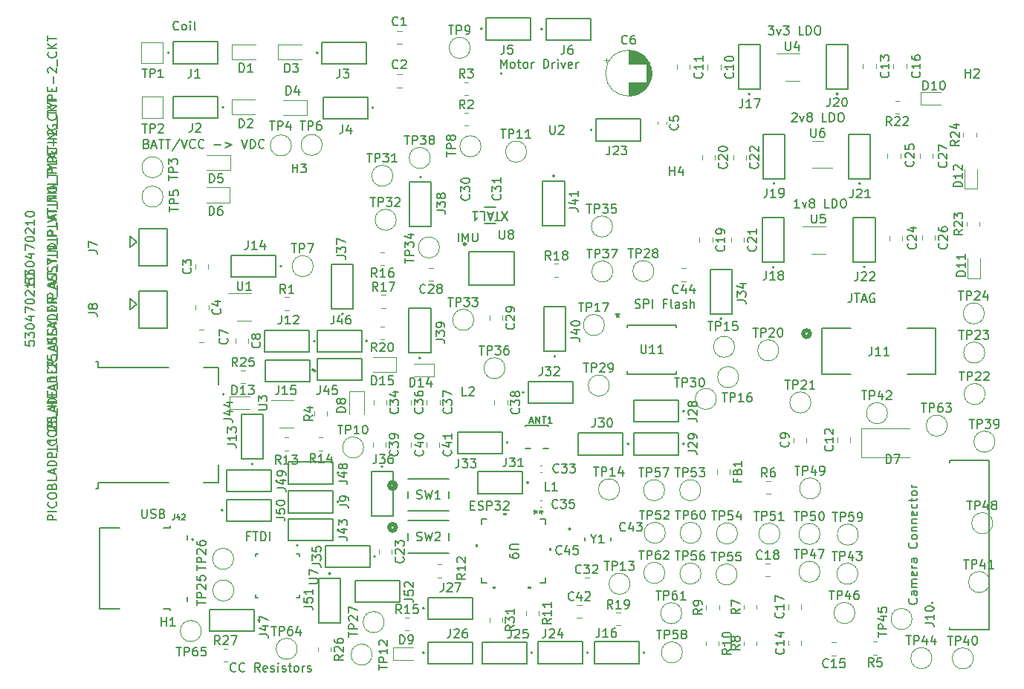
<source format=gbr>
%TF.GenerationSoftware,KiCad,Pcbnew,7.0.7*%
%TF.CreationDate,2024-11-27T13:26:37-08:00*%
%TF.ProjectId,OuterBoard_rev2.1,4f757465-7242-46f6-9172-645f72657632,rev?*%
%TF.SameCoordinates,Original*%
%TF.FileFunction,Legend,Top*%
%TF.FilePolarity,Positive*%
%FSLAX46Y46*%
G04 Gerber Fmt 4.6, Leading zero omitted, Abs format (unit mm)*
G04 Created by KiCad (PCBNEW 7.0.7) date 2024-11-27 13:26:37*
%MOMM*%
%LPD*%
G01*
G04 APERTURE LIST*
%ADD10C,0.200000*%
%ADD11C,0.150000*%
%ADD12C,0.120000*%
%ADD13C,0.152400*%
%ADD14C,0.127000*%
%ADD15C,0.304800*%
%ADD16C,0.508000*%
G04 APERTURE END LIST*
D10*
X158906882Y-82897919D02*
X158335454Y-82897919D01*
X158621168Y-82897919D02*
X158621168Y-81897919D01*
X158621168Y-81897919D02*
X158525930Y-82040776D01*
X158525930Y-82040776D02*
X158430692Y-82136014D01*
X158430692Y-82136014D02*
X158335454Y-82183633D01*
X159240216Y-82231252D02*
X159478311Y-82897919D01*
X159478311Y-82897919D02*
X159716406Y-82231252D01*
X160240216Y-82326490D02*
X160144978Y-82278871D01*
X160144978Y-82278871D02*
X160097359Y-82231252D01*
X160097359Y-82231252D02*
X160049740Y-82136014D01*
X160049740Y-82136014D02*
X160049740Y-82088395D01*
X160049740Y-82088395D02*
X160097359Y-81993157D01*
X160097359Y-81993157D02*
X160144978Y-81945538D01*
X160144978Y-81945538D02*
X160240216Y-81897919D01*
X160240216Y-81897919D02*
X160430692Y-81897919D01*
X160430692Y-81897919D02*
X160525930Y-81945538D01*
X160525930Y-81945538D02*
X160573549Y-81993157D01*
X160573549Y-81993157D02*
X160621168Y-82088395D01*
X160621168Y-82088395D02*
X160621168Y-82136014D01*
X160621168Y-82136014D02*
X160573549Y-82231252D01*
X160573549Y-82231252D02*
X160525930Y-82278871D01*
X160525930Y-82278871D02*
X160430692Y-82326490D01*
X160430692Y-82326490D02*
X160240216Y-82326490D01*
X160240216Y-82326490D02*
X160144978Y-82374109D01*
X160144978Y-82374109D02*
X160097359Y-82421728D01*
X160097359Y-82421728D02*
X160049740Y-82516966D01*
X160049740Y-82516966D02*
X160049740Y-82707442D01*
X160049740Y-82707442D02*
X160097359Y-82802680D01*
X160097359Y-82802680D02*
X160144978Y-82850300D01*
X160144978Y-82850300D02*
X160240216Y-82897919D01*
X160240216Y-82897919D02*
X160430692Y-82897919D01*
X160430692Y-82897919D02*
X160525930Y-82850300D01*
X160525930Y-82850300D02*
X160573549Y-82802680D01*
X160573549Y-82802680D02*
X160621168Y-82707442D01*
X160621168Y-82707442D02*
X160621168Y-82516966D01*
X160621168Y-82516966D02*
X160573549Y-82421728D01*
X160573549Y-82421728D02*
X160525930Y-82374109D01*
X160525930Y-82374109D02*
X160430692Y-82326490D01*
X162287835Y-82897919D02*
X161811645Y-82897919D01*
X161811645Y-82897919D02*
X161811645Y-81897919D01*
X162621169Y-82897919D02*
X162621169Y-81897919D01*
X162621169Y-81897919D02*
X162859264Y-81897919D01*
X162859264Y-81897919D02*
X163002121Y-81945538D01*
X163002121Y-81945538D02*
X163097359Y-82040776D01*
X163097359Y-82040776D02*
X163144978Y-82136014D01*
X163144978Y-82136014D02*
X163192597Y-82326490D01*
X163192597Y-82326490D02*
X163192597Y-82469347D01*
X163192597Y-82469347D02*
X163144978Y-82659823D01*
X163144978Y-82659823D02*
X163097359Y-82755061D01*
X163097359Y-82755061D02*
X163002121Y-82850300D01*
X163002121Y-82850300D02*
X162859264Y-82897919D01*
X162859264Y-82897919D02*
X162621169Y-82897919D01*
X163811645Y-81897919D02*
X164002121Y-81897919D01*
X164002121Y-81897919D02*
X164097359Y-81945538D01*
X164097359Y-81945538D02*
X164192597Y-82040776D01*
X164192597Y-82040776D02*
X164240216Y-82231252D01*
X164240216Y-82231252D02*
X164240216Y-82564585D01*
X164240216Y-82564585D02*
X164192597Y-82755061D01*
X164192597Y-82755061D02*
X164097359Y-82850300D01*
X164097359Y-82850300D02*
X164002121Y-82897919D01*
X164002121Y-82897919D02*
X163811645Y-82897919D01*
X163811645Y-82897919D02*
X163716407Y-82850300D01*
X163716407Y-82850300D02*
X163621169Y-82755061D01*
X163621169Y-82755061D02*
X163573550Y-82564585D01*
X163573550Y-82564585D02*
X163573550Y-82231252D01*
X163573550Y-82231252D02*
X163621169Y-82040776D01*
X163621169Y-82040776D02*
X163716407Y-81945538D01*
X163716407Y-81945538D02*
X163811645Y-81897919D01*
X140174454Y-94307600D02*
X140317311Y-94355219D01*
X140317311Y-94355219D02*
X140555406Y-94355219D01*
X140555406Y-94355219D02*
X140650644Y-94307600D01*
X140650644Y-94307600D02*
X140698263Y-94259980D01*
X140698263Y-94259980D02*
X140745882Y-94164742D01*
X140745882Y-94164742D02*
X140745882Y-94069504D01*
X140745882Y-94069504D02*
X140698263Y-93974266D01*
X140698263Y-93974266D02*
X140650644Y-93926647D01*
X140650644Y-93926647D02*
X140555406Y-93879028D01*
X140555406Y-93879028D02*
X140364930Y-93831409D01*
X140364930Y-93831409D02*
X140269692Y-93783790D01*
X140269692Y-93783790D02*
X140222073Y-93736171D01*
X140222073Y-93736171D02*
X140174454Y-93640933D01*
X140174454Y-93640933D02*
X140174454Y-93545695D01*
X140174454Y-93545695D02*
X140222073Y-93450457D01*
X140222073Y-93450457D02*
X140269692Y-93402838D01*
X140269692Y-93402838D02*
X140364930Y-93355219D01*
X140364930Y-93355219D02*
X140603025Y-93355219D01*
X140603025Y-93355219D02*
X140745882Y-93402838D01*
X141174454Y-94355219D02*
X141174454Y-93355219D01*
X141174454Y-93355219D02*
X141555406Y-93355219D01*
X141555406Y-93355219D02*
X141650644Y-93402838D01*
X141650644Y-93402838D02*
X141698263Y-93450457D01*
X141698263Y-93450457D02*
X141745882Y-93545695D01*
X141745882Y-93545695D02*
X141745882Y-93688552D01*
X141745882Y-93688552D02*
X141698263Y-93783790D01*
X141698263Y-93783790D02*
X141650644Y-93831409D01*
X141650644Y-93831409D02*
X141555406Y-93879028D01*
X141555406Y-93879028D02*
X141174454Y-93879028D01*
X142174454Y-94355219D02*
X142174454Y-93355219D01*
X143745882Y-93831409D02*
X143412549Y-93831409D01*
X143412549Y-94355219D02*
X143412549Y-93355219D01*
X143412549Y-93355219D02*
X143888739Y-93355219D01*
X144412549Y-94355219D02*
X144317311Y-94307600D01*
X144317311Y-94307600D02*
X144269692Y-94212361D01*
X144269692Y-94212361D02*
X144269692Y-93355219D01*
X145222073Y-94355219D02*
X145222073Y-93831409D01*
X145222073Y-93831409D02*
X145174454Y-93736171D01*
X145174454Y-93736171D02*
X145079216Y-93688552D01*
X145079216Y-93688552D02*
X144888740Y-93688552D01*
X144888740Y-93688552D02*
X144793502Y-93736171D01*
X145222073Y-94307600D02*
X145126835Y-94355219D01*
X145126835Y-94355219D02*
X144888740Y-94355219D01*
X144888740Y-94355219D02*
X144793502Y-94307600D01*
X144793502Y-94307600D02*
X144745883Y-94212361D01*
X144745883Y-94212361D02*
X144745883Y-94117123D01*
X144745883Y-94117123D02*
X144793502Y-94021885D01*
X144793502Y-94021885D02*
X144888740Y-93974266D01*
X144888740Y-93974266D02*
X145126835Y-93974266D01*
X145126835Y-93974266D02*
X145222073Y-93926647D01*
X145650645Y-94307600D02*
X145745883Y-94355219D01*
X145745883Y-94355219D02*
X145936359Y-94355219D01*
X145936359Y-94355219D02*
X146031597Y-94307600D01*
X146031597Y-94307600D02*
X146079216Y-94212361D01*
X146079216Y-94212361D02*
X146079216Y-94164742D01*
X146079216Y-94164742D02*
X146031597Y-94069504D01*
X146031597Y-94069504D02*
X145936359Y-94021885D01*
X145936359Y-94021885D02*
X145793502Y-94021885D01*
X145793502Y-94021885D02*
X145698264Y-93974266D01*
X145698264Y-93974266D02*
X145650645Y-93879028D01*
X145650645Y-93879028D02*
X145650645Y-93831409D01*
X145650645Y-93831409D02*
X145698264Y-93736171D01*
X145698264Y-93736171D02*
X145793502Y-93688552D01*
X145793502Y-93688552D02*
X145936359Y-93688552D01*
X145936359Y-93688552D02*
X146031597Y-93736171D01*
X146507788Y-94355219D02*
X146507788Y-93355219D01*
X146936359Y-94355219D02*
X146936359Y-93831409D01*
X146936359Y-93831409D02*
X146888740Y-93736171D01*
X146888740Y-93736171D02*
X146793502Y-93688552D01*
X146793502Y-93688552D02*
X146650645Y-93688552D01*
X146650645Y-93688552D02*
X146555407Y-93736171D01*
X146555407Y-93736171D02*
X146507788Y-93783790D01*
X155366835Y-62164019D02*
X155985882Y-62164019D01*
X155985882Y-62164019D02*
X155652549Y-62544971D01*
X155652549Y-62544971D02*
X155795406Y-62544971D01*
X155795406Y-62544971D02*
X155890644Y-62592590D01*
X155890644Y-62592590D02*
X155938263Y-62640209D01*
X155938263Y-62640209D02*
X155985882Y-62735447D01*
X155985882Y-62735447D02*
X155985882Y-62973542D01*
X155985882Y-62973542D02*
X155938263Y-63068780D01*
X155938263Y-63068780D02*
X155890644Y-63116400D01*
X155890644Y-63116400D02*
X155795406Y-63164019D01*
X155795406Y-63164019D02*
X155509692Y-63164019D01*
X155509692Y-63164019D02*
X155414454Y-63116400D01*
X155414454Y-63116400D02*
X155366835Y-63068780D01*
X156319216Y-62497352D02*
X156557311Y-63164019D01*
X156557311Y-63164019D02*
X156795406Y-62497352D01*
X157081121Y-62164019D02*
X157700168Y-62164019D01*
X157700168Y-62164019D02*
X157366835Y-62544971D01*
X157366835Y-62544971D02*
X157509692Y-62544971D01*
X157509692Y-62544971D02*
X157604930Y-62592590D01*
X157604930Y-62592590D02*
X157652549Y-62640209D01*
X157652549Y-62640209D02*
X157700168Y-62735447D01*
X157700168Y-62735447D02*
X157700168Y-62973542D01*
X157700168Y-62973542D02*
X157652549Y-63068780D01*
X157652549Y-63068780D02*
X157604930Y-63116400D01*
X157604930Y-63116400D02*
X157509692Y-63164019D01*
X157509692Y-63164019D02*
X157223978Y-63164019D01*
X157223978Y-63164019D02*
X157128740Y-63116400D01*
X157128740Y-63116400D02*
X157081121Y-63068780D01*
X159366835Y-63164019D02*
X158890645Y-63164019D01*
X158890645Y-63164019D02*
X158890645Y-62164019D01*
X159700169Y-63164019D02*
X159700169Y-62164019D01*
X159700169Y-62164019D02*
X159938264Y-62164019D01*
X159938264Y-62164019D02*
X160081121Y-62211638D01*
X160081121Y-62211638D02*
X160176359Y-62306876D01*
X160176359Y-62306876D02*
X160223978Y-62402114D01*
X160223978Y-62402114D02*
X160271597Y-62592590D01*
X160271597Y-62592590D02*
X160271597Y-62735447D01*
X160271597Y-62735447D02*
X160223978Y-62925923D01*
X160223978Y-62925923D02*
X160176359Y-63021161D01*
X160176359Y-63021161D02*
X160081121Y-63116400D01*
X160081121Y-63116400D02*
X159938264Y-63164019D01*
X159938264Y-63164019D02*
X159700169Y-63164019D01*
X160890645Y-62164019D02*
X161081121Y-62164019D01*
X161081121Y-62164019D02*
X161176359Y-62211638D01*
X161176359Y-62211638D02*
X161271597Y-62306876D01*
X161271597Y-62306876D02*
X161319216Y-62497352D01*
X161319216Y-62497352D02*
X161319216Y-62830685D01*
X161319216Y-62830685D02*
X161271597Y-63021161D01*
X161271597Y-63021161D02*
X161176359Y-63116400D01*
X161176359Y-63116400D02*
X161081121Y-63164019D01*
X161081121Y-63164019D02*
X160890645Y-63164019D01*
X160890645Y-63164019D02*
X160795407Y-63116400D01*
X160795407Y-63116400D02*
X160700169Y-63021161D01*
X160700169Y-63021161D02*
X160652550Y-62830685D01*
X160652550Y-62830685D02*
X160652550Y-62497352D01*
X160652550Y-62497352D02*
X160700169Y-62306876D01*
X160700169Y-62306876D02*
X160795407Y-62211638D01*
X160795407Y-62211638D02*
X160890645Y-62164019D01*
X94667101Y-135712780D02*
X94619482Y-135760400D01*
X94619482Y-135760400D02*
X94476625Y-135808019D01*
X94476625Y-135808019D02*
X94381387Y-135808019D01*
X94381387Y-135808019D02*
X94238530Y-135760400D01*
X94238530Y-135760400D02*
X94143292Y-135665161D01*
X94143292Y-135665161D02*
X94095673Y-135569923D01*
X94095673Y-135569923D02*
X94048054Y-135379447D01*
X94048054Y-135379447D02*
X94048054Y-135236590D01*
X94048054Y-135236590D02*
X94095673Y-135046114D01*
X94095673Y-135046114D02*
X94143292Y-134950876D01*
X94143292Y-134950876D02*
X94238530Y-134855638D01*
X94238530Y-134855638D02*
X94381387Y-134808019D01*
X94381387Y-134808019D02*
X94476625Y-134808019D01*
X94476625Y-134808019D02*
X94619482Y-134855638D01*
X94619482Y-134855638D02*
X94667101Y-134903257D01*
X95667101Y-135712780D02*
X95619482Y-135760400D01*
X95619482Y-135760400D02*
X95476625Y-135808019D01*
X95476625Y-135808019D02*
X95381387Y-135808019D01*
X95381387Y-135808019D02*
X95238530Y-135760400D01*
X95238530Y-135760400D02*
X95143292Y-135665161D01*
X95143292Y-135665161D02*
X95095673Y-135569923D01*
X95095673Y-135569923D02*
X95048054Y-135379447D01*
X95048054Y-135379447D02*
X95048054Y-135236590D01*
X95048054Y-135236590D02*
X95095673Y-135046114D01*
X95095673Y-135046114D02*
X95143292Y-134950876D01*
X95143292Y-134950876D02*
X95238530Y-134855638D01*
X95238530Y-134855638D02*
X95381387Y-134808019D01*
X95381387Y-134808019D02*
X95476625Y-134808019D01*
X95476625Y-134808019D02*
X95619482Y-134855638D01*
X95619482Y-134855638D02*
X95667101Y-134903257D01*
X97429006Y-135808019D02*
X97095673Y-135331828D01*
X96857578Y-135808019D02*
X96857578Y-134808019D01*
X96857578Y-134808019D02*
X97238530Y-134808019D01*
X97238530Y-134808019D02*
X97333768Y-134855638D01*
X97333768Y-134855638D02*
X97381387Y-134903257D01*
X97381387Y-134903257D02*
X97429006Y-134998495D01*
X97429006Y-134998495D02*
X97429006Y-135141352D01*
X97429006Y-135141352D02*
X97381387Y-135236590D01*
X97381387Y-135236590D02*
X97333768Y-135284209D01*
X97333768Y-135284209D02*
X97238530Y-135331828D01*
X97238530Y-135331828D02*
X96857578Y-135331828D01*
X98238530Y-135760400D02*
X98143292Y-135808019D01*
X98143292Y-135808019D02*
X97952816Y-135808019D01*
X97952816Y-135808019D02*
X97857578Y-135760400D01*
X97857578Y-135760400D02*
X97809959Y-135665161D01*
X97809959Y-135665161D02*
X97809959Y-135284209D01*
X97809959Y-135284209D02*
X97857578Y-135188971D01*
X97857578Y-135188971D02*
X97952816Y-135141352D01*
X97952816Y-135141352D02*
X98143292Y-135141352D01*
X98143292Y-135141352D02*
X98238530Y-135188971D01*
X98238530Y-135188971D02*
X98286149Y-135284209D01*
X98286149Y-135284209D02*
X98286149Y-135379447D01*
X98286149Y-135379447D02*
X97809959Y-135474685D01*
X98667102Y-135760400D02*
X98762340Y-135808019D01*
X98762340Y-135808019D02*
X98952816Y-135808019D01*
X98952816Y-135808019D02*
X99048054Y-135760400D01*
X99048054Y-135760400D02*
X99095673Y-135665161D01*
X99095673Y-135665161D02*
X99095673Y-135617542D01*
X99095673Y-135617542D02*
X99048054Y-135522304D01*
X99048054Y-135522304D02*
X98952816Y-135474685D01*
X98952816Y-135474685D02*
X98809959Y-135474685D01*
X98809959Y-135474685D02*
X98714721Y-135427066D01*
X98714721Y-135427066D02*
X98667102Y-135331828D01*
X98667102Y-135331828D02*
X98667102Y-135284209D01*
X98667102Y-135284209D02*
X98714721Y-135188971D01*
X98714721Y-135188971D02*
X98809959Y-135141352D01*
X98809959Y-135141352D02*
X98952816Y-135141352D01*
X98952816Y-135141352D02*
X99048054Y-135188971D01*
X99524245Y-135808019D02*
X99524245Y-135141352D01*
X99524245Y-134808019D02*
X99476626Y-134855638D01*
X99476626Y-134855638D02*
X99524245Y-134903257D01*
X99524245Y-134903257D02*
X99571864Y-134855638D01*
X99571864Y-134855638D02*
X99524245Y-134808019D01*
X99524245Y-134808019D02*
X99524245Y-134903257D01*
X99952816Y-135760400D02*
X100048054Y-135808019D01*
X100048054Y-135808019D02*
X100238530Y-135808019D01*
X100238530Y-135808019D02*
X100333768Y-135760400D01*
X100333768Y-135760400D02*
X100381387Y-135665161D01*
X100381387Y-135665161D02*
X100381387Y-135617542D01*
X100381387Y-135617542D02*
X100333768Y-135522304D01*
X100333768Y-135522304D02*
X100238530Y-135474685D01*
X100238530Y-135474685D02*
X100095673Y-135474685D01*
X100095673Y-135474685D02*
X100000435Y-135427066D01*
X100000435Y-135427066D02*
X99952816Y-135331828D01*
X99952816Y-135331828D02*
X99952816Y-135284209D01*
X99952816Y-135284209D02*
X100000435Y-135188971D01*
X100000435Y-135188971D02*
X100095673Y-135141352D01*
X100095673Y-135141352D02*
X100238530Y-135141352D01*
X100238530Y-135141352D02*
X100333768Y-135188971D01*
X100667102Y-135141352D02*
X101048054Y-135141352D01*
X100809959Y-134808019D02*
X100809959Y-135665161D01*
X100809959Y-135665161D02*
X100857578Y-135760400D01*
X100857578Y-135760400D02*
X100952816Y-135808019D01*
X100952816Y-135808019D02*
X101048054Y-135808019D01*
X101524245Y-135808019D02*
X101429007Y-135760400D01*
X101429007Y-135760400D02*
X101381388Y-135712780D01*
X101381388Y-135712780D02*
X101333769Y-135617542D01*
X101333769Y-135617542D02*
X101333769Y-135331828D01*
X101333769Y-135331828D02*
X101381388Y-135236590D01*
X101381388Y-135236590D02*
X101429007Y-135188971D01*
X101429007Y-135188971D02*
X101524245Y-135141352D01*
X101524245Y-135141352D02*
X101667102Y-135141352D01*
X101667102Y-135141352D02*
X101762340Y-135188971D01*
X101762340Y-135188971D02*
X101809959Y-135236590D01*
X101809959Y-135236590D02*
X101857578Y-135331828D01*
X101857578Y-135331828D02*
X101857578Y-135617542D01*
X101857578Y-135617542D02*
X101809959Y-135712780D01*
X101809959Y-135712780D02*
X101762340Y-135760400D01*
X101762340Y-135760400D02*
X101667102Y-135808019D01*
X101667102Y-135808019D02*
X101524245Y-135808019D01*
X102286150Y-135808019D02*
X102286150Y-135141352D01*
X102286150Y-135331828D02*
X102333769Y-135236590D01*
X102333769Y-135236590D02*
X102381388Y-135188971D01*
X102381388Y-135188971D02*
X102476626Y-135141352D01*
X102476626Y-135141352D02*
X102571864Y-135141352D01*
X102857579Y-135760400D02*
X102952817Y-135808019D01*
X102952817Y-135808019D02*
X103143293Y-135808019D01*
X103143293Y-135808019D02*
X103238531Y-135760400D01*
X103238531Y-135760400D02*
X103286150Y-135665161D01*
X103286150Y-135665161D02*
X103286150Y-135617542D01*
X103286150Y-135617542D02*
X103238531Y-135522304D01*
X103238531Y-135522304D02*
X103143293Y-135474685D01*
X103143293Y-135474685D02*
X103000436Y-135474685D01*
X103000436Y-135474685D02*
X102905198Y-135427066D01*
X102905198Y-135427066D02*
X102857579Y-135331828D01*
X102857579Y-135331828D02*
X102857579Y-135284209D01*
X102857579Y-135284209D02*
X102905198Y-135188971D01*
X102905198Y-135188971D02*
X103000436Y-135141352D01*
X103000436Y-135141352D02*
X103143293Y-135141352D01*
X103143293Y-135141352D02*
X103238531Y-135188971D01*
X96257806Y-120349009D02*
X95924473Y-120349009D01*
X95924473Y-120872819D02*
X95924473Y-119872819D01*
X95924473Y-119872819D02*
X96400663Y-119872819D01*
X96638759Y-119872819D02*
X97210187Y-119872819D01*
X96924473Y-120872819D02*
X96924473Y-119872819D01*
X97543521Y-120872819D02*
X97543521Y-119872819D01*
X97543521Y-119872819D02*
X97781616Y-119872819D01*
X97781616Y-119872819D02*
X97924473Y-119920438D01*
X97924473Y-119920438D02*
X98019711Y-120015676D01*
X98019711Y-120015676D02*
X98067330Y-120110914D01*
X98067330Y-120110914D02*
X98114949Y-120301390D01*
X98114949Y-120301390D02*
X98114949Y-120444247D01*
X98114949Y-120444247D02*
X98067330Y-120634723D01*
X98067330Y-120634723D02*
X98019711Y-120729961D01*
X98019711Y-120729961D02*
X97924473Y-120825200D01*
X97924473Y-120825200D02*
X97781616Y-120872819D01*
X97781616Y-120872819D02*
X97543521Y-120872819D01*
X98543521Y-120872819D02*
X98543521Y-119872819D01*
X164840987Y-92694819D02*
X164840987Y-93409104D01*
X164840987Y-93409104D02*
X164793368Y-93551961D01*
X164793368Y-93551961D02*
X164698130Y-93647200D01*
X164698130Y-93647200D02*
X164555273Y-93694819D01*
X164555273Y-93694819D02*
X164460035Y-93694819D01*
X165174321Y-92694819D02*
X165745749Y-92694819D01*
X165460035Y-93694819D02*
X165460035Y-92694819D01*
X166031464Y-93409104D02*
X166507654Y-93409104D01*
X165936226Y-93694819D02*
X166269559Y-92694819D01*
X166269559Y-92694819D02*
X166602892Y-93694819D01*
X167460035Y-92742438D02*
X167364797Y-92694819D01*
X167364797Y-92694819D02*
X167221940Y-92694819D01*
X167221940Y-92694819D02*
X167079083Y-92742438D01*
X167079083Y-92742438D02*
X166983845Y-92837676D01*
X166983845Y-92837676D02*
X166936226Y-92932914D01*
X166936226Y-92932914D02*
X166888607Y-93123390D01*
X166888607Y-93123390D02*
X166888607Y-93266247D01*
X166888607Y-93266247D02*
X166936226Y-93456723D01*
X166936226Y-93456723D02*
X166983845Y-93551961D01*
X166983845Y-93551961D02*
X167079083Y-93647200D01*
X167079083Y-93647200D02*
X167221940Y-93694819D01*
X167221940Y-93694819D02*
X167317178Y-93694819D01*
X167317178Y-93694819D02*
X167460035Y-93647200D01*
X167460035Y-93647200D02*
X167507654Y-93599580D01*
X167507654Y-93599580D02*
X167507654Y-93266247D01*
X167507654Y-93266247D02*
X167317178Y-93266247D01*
X84523006Y-75594209D02*
X84665863Y-75641828D01*
X84665863Y-75641828D02*
X84713482Y-75689447D01*
X84713482Y-75689447D02*
X84761101Y-75784685D01*
X84761101Y-75784685D02*
X84761101Y-75927542D01*
X84761101Y-75927542D02*
X84713482Y-76022780D01*
X84713482Y-76022780D02*
X84665863Y-76070400D01*
X84665863Y-76070400D02*
X84570625Y-76118019D01*
X84570625Y-76118019D02*
X84189673Y-76118019D01*
X84189673Y-76118019D02*
X84189673Y-75118019D01*
X84189673Y-75118019D02*
X84523006Y-75118019D01*
X84523006Y-75118019D02*
X84618244Y-75165638D01*
X84618244Y-75165638D02*
X84665863Y-75213257D01*
X84665863Y-75213257D02*
X84713482Y-75308495D01*
X84713482Y-75308495D02*
X84713482Y-75403733D01*
X84713482Y-75403733D02*
X84665863Y-75498971D01*
X84665863Y-75498971D02*
X84618244Y-75546590D01*
X84618244Y-75546590D02*
X84523006Y-75594209D01*
X84523006Y-75594209D02*
X84189673Y-75594209D01*
X85142054Y-75832304D02*
X85618244Y-75832304D01*
X85046816Y-76118019D02*
X85380149Y-75118019D01*
X85380149Y-75118019D02*
X85713482Y-76118019D01*
X85903959Y-75118019D02*
X86475387Y-75118019D01*
X86189673Y-76118019D02*
X86189673Y-75118019D01*
X86665864Y-75118019D02*
X87237292Y-75118019D01*
X86951578Y-76118019D02*
X86951578Y-75118019D01*
X88284911Y-75070400D02*
X87427769Y-76356114D01*
X88475388Y-75118019D02*
X88808721Y-76118019D01*
X88808721Y-76118019D02*
X89142054Y-75118019D01*
X90046816Y-76022780D02*
X89999197Y-76070400D01*
X89999197Y-76070400D02*
X89856340Y-76118019D01*
X89856340Y-76118019D02*
X89761102Y-76118019D01*
X89761102Y-76118019D02*
X89618245Y-76070400D01*
X89618245Y-76070400D02*
X89523007Y-75975161D01*
X89523007Y-75975161D02*
X89475388Y-75879923D01*
X89475388Y-75879923D02*
X89427769Y-75689447D01*
X89427769Y-75689447D02*
X89427769Y-75546590D01*
X89427769Y-75546590D02*
X89475388Y-75356114D01*
X89475388Y-75356114D02*
X89523007Y-75260876D01*
X89523007Y-75260876D02*
X89618245Y-75165638D01*
X89618245Y-75165638D02*
X89761102Y-75118019D01*
X89761102Y-75118019D02*
X89856340Y-75118019D01*
X89856340Y-75118019D02*
X89999197Y-75165638D01*
X89999197Y-75165638D02*
X90046816Y-75213257D01*
X91046816Y-76022780D02*
X90999197Y-76070400D01*
X90999197Y-76070400D02*
X90856340Y-76118019D01*
X90856340Y-76118019D02*
X90761102Y-76118019D01*
X90761102Y-76118019D02*
X90618245Y-76070400D01*
X90618245Y-76070400D02*
X90523007Y-75975161D01*
X90523007Y-75975161D02*
X90475388Y-75879923D01*
X90475388Y-75879923D02*
X90427769Y-75689447D01*
X90427769Y-75689447D02*
X90427769Y-75546590D01*
X90427769Y-75546590D02*
X90475388Y-75356114D01*
X90475388Y-75356114D02*
X90523007Y-75260876D01*
X90523007Y-75260876D02*
X90618245Y-75165638D01*
X90618245Y-75165638D02*
X90761102Y-75118019D01*
X90761102Y-75118019D02*
X90856340Y-75118019D01*
X90856340Y-75118019D02*
X90999197Y-75165638D01*
X90999197Y-75165638D02*
X91046816Y-75213257D01*
X92237293Y-75737066D02*
X92999198Y-75737066D01*
X93475388Y-75451352D02*
X94237293Y-75737066D01*
X94237293Y-75737066D02*
X93475388Y-76022780D01*
X95332531Y-75118019D02*
X95665864Y-76118019D01*
X95665864Y-76118019D02*
X95999197Y-75118019D01*
X96332531Y-76118019D02*
X96332531Y-75118019D01*
X96332531Y-75118019D02*
X96570626Y-75118019D01*
X96570626Y-75118019D02*
X96713483Y-75165638D01*
X96713483Y-75165638D02*
X96808721Y-75260876D01*
X96808721Y-75260876D02*
X96856340Y-75356114D01*
X96856340Y-75356114D02*
X96903959Y-75546590D01*
X96903959Y-75546590D02*
X96903959Y-75689447D01*
X96903959Y-75689447D02*
X96856340Y-75879923D01*
X96856340Y-75879923D02*
X96808721Y-75975161D01*
X96808721Y-75975161D02*
X96713483Y-76070400D01*
X96713483Y-76070400D02*
X96570626Y-76118019D01*
X96570626Y-76118019D02*
X96332531Y-76118019D01*
X97903959Y-76022780D02*
X97856340Y-76070400D01*
X97856340Y-76070400D02*
X97713483Y-76118019D01*
X97713483Y-76118019D02*
X97618245Y-76118019D01*
X97618245Y-76118019D02*
X97475388Y-76070400D01*
X97475388Y-76070400D02*
X97380150Y-75975161D01*
X97380150Y-75975161D02*
X97332531Y-75879923D01*
X97332531Y-75879923D02*
X97284912Y-75689447D01*
X97284912Y-75689447D02*
X97284912Y-75546590D01*
X97284912Y-75546590D02*
X97332531Y-75356114D01*
X97332531Y-75356114D02*
X97380150Y-75260876D01*
X97380150Y-75260876D02*
X97475388Y-75165638D01*
X97475388Y-75165638D02*
X97618245Y-75118019D01*
X97618245Y-75118019D02*
X97713483Y-75118019D01*
X97713483Y-75118019D02*
X97856340Y-75165638D01*
X97856340Y-75165638D02*
X97903959Y-75213257D01*
X172237980Y-127481298D02*
X172285600Y-127528917D01*
X172285600Y-127528917D02*
X172333219Y-127671774D01*
X172333219Y-127671774D02*
X172333219Y-127767012D01*
X172333219Y-127767012D02*
X172285600Y-127909869D01*
X172285600Y-127909869D02*
X172190361Y-128005107D01*
X172190361Y-128005107D02*
X172095123Y-128052726D01*
X172095123Y-128052726D02*
X171904647Y-128100345D01*
X171904647Y-128100345D02*
X171761790Y-128100345D01*
X171761790Y-128100345D02*
X171571314Y-128052726D01*
X171571314Y-128052726D02*
X171476076Y-128005107D01*
X171476076Y-128005107D02*
X171380838Y-127909869D01*
X171380838Y-127909869D02*
X171333219Y-127767012D01*
X171333219Y-127767012D02*
X171333219Y-127671774D01*
X171333219Y-127671774D02*
X171380838Y-127528917D01*
X171380838Y-127528917D02*
X171428457Y-127481298D01*
X172333219Y-126624155D02*
X171809409Y-126624155D01*
X171809409Y-126624155D02*
X171714171Y-126671774D01*
X171714171Y-126671774D02*
X171666552Y-126767012D01*
X171666552Y-126767012D02*
X171666552Y-126957488D01*
X171666552Y-126957488D02*
X171714171Y-127052726D01*
X172285600Y-126624155D02*
X172333219Y-126719393D01*
X172333219Y-126719393D02*
X172333219Y-126957488D01*
X172333219Y-126957488D02*
X172285600Y-127052726D01*
X172285600Y-127052726D02*
X172190361Y-127100345D01*
X172190361Y-127100345D02*
X172095123Y-127100345D01*
X172095123Y-127100345D02*
X171999885Y-127052726D01*
X171999885Y-127052726D02*
X171952266Y-126957488D01*
X171952266Y-126957488D02*
X171952266Y-126719393D01*
X171952266Y-126719393D02*
X171904647Y-126624155D01*
X172333219Y-126147964D02*
X171666552Y-126147964D01*
X171761790Y-126147964D02*
X171714171Y-126100345D01*
X171714171Y-126100345D02*
X171666552Y-126005107D01*
X171666552Y-126005107D02*
X171666552Y-125862250D01*
X171666552Y-125862250D02*
X171714171Y-125767012D01*
X171714171Y-125767012D02*
X171809409Y-125719393D01*
X171809409Y-125719393D02*
X172333219Y-125719393D01*
X171809409Y-125719393D02*
X171714171Y-125671774D01*
X171714171Y-125671774D02*
X171666552Y-125576536D01*
X171666552Y-125576536D02*
X171666552Y-125433679D01*
X171666552Y-125433679D02*
X171714171Y-125338440D01*
X171714171Y-125338440D02*
X171809409Y-125290821D01*
X171809409Y-125290821D02*
X172333219Y-125290821D01*
X172285600Y-124433679D02*
X172333219Y-124528917D01*
X172333219Y-124528917D02*
X172333219Y-124719393D01*
X172333219Y-124719393D02*
X172285600Y-124814631D01*
X172285600Y-124814631D02*
X172190361Y-124862250D01*
X172190361Y-124862250D02*
X171809409Y-124862250D01*
X171809409Y-124862250D02*
X171714171Y-124814631D01*
X171714171Y-124814631D02*
X171666552Y-124719393D01*
X171666552Y-124719393D02*
X171666552Y-124528917D01*
X171666552Y-124528917D02*
X171714171Y-124433679D01*
X171714171Y-124433679D02*
X171809409Y-124386060D01*
X171809409Y-124386060D02*
X171904647Y-124386060D01*
X171904647Y-124386060D02*
X171999885Y-124862250D01*
X172333219Y-123957488D02*
X171666552Y-123957488D01*
X171857028Y-123957488D02*
X171761790Y-123909869D01*
X171761790Y-123909869D02*
X171714171Y-123862250D01*
X171714171Y-123862250D02*
X171666552Y-123767012D01*
X171666552Y-123767012D02*
X171666552Y-123671774D01*
X172333219Y-122909869D02*
X171809409Y-122909869D01*
X171809409Y-122909869D02*
X171714171Y-122957488D01*
X171714171Y-122957488D02*
X171666552Y-123052726D01*
X171666552Y-123052726D02*
X171666552Y-123243202D01*
X171666552Y-123243202D02*
X171714171Y-123338440D01*
X172285600Y-122909869D02*
X172333219Y-123005107D01*
X172333219Y-123005107D02*
X172333219Y-123243202D01*
X172333219Y-123243202D02*
X172285600Y-123338440D01*
X172285600Y-123338440D02*
X172190361Y-123386059D01*
X172190361Y-123386059D02*
X172095123Y-123386059D01*
X172095123Y-123386059D02*
X171999885Y-123338440D01*
X171999885Y-123338440D02*
X171952266Y-123243202D01*
X171952266Y-123243202D02*
X171952266Y-123005107D01*
X171952266Y-123005107D02*
X171904647Y-122909869D01*
X172237980Y-121100345D02*
X172285600Y-121147964D01*
X172285600Y-121147964D02*
X172333219Y-121290821D01*
X172333219Y-121290821D02*
X172333219Y-121386059D01*
X172333219Y-121386059D02*
X172285600Y-121528916D01*
X172285600Y-121528916D02*
X172190361Y-121624154D01*
X172190361Y-121624154D02*
X172095123Y-121671773D01*
X172095123Y-121671773D02*
X171904647Y-121719392D01*
X171904647Y-121719392D02*
X171761790Y-121719392D01*
X171761790Y-121719392D02*
X171571314Y-121671773D01*
X171571314Y-121671773D02*
X171476076Y-121624154D01*
X171476076Y-121624154D02*
X171380838Y-121528916D01*
X171380838Y-121528916D02*
X171333219Y-121386059D01*
X171333219Y-121386059D02*
X171333219Y-121290821D01*
X171333219Y-121290821D02*
X171380838Y-121147964D01*
X171380838Y-121147964D02*
X171428457Y-121100345D01*
X172333219Y-120528916D02*
X172285600Y-120624154D01*
X172285600Y-120624154D02*
X172237980Y-120671773D01*
X172237980Y-120671773D02*
X172142742Y-120719392D01*
X172142742Y-120719392D02*
X171857028Y-120719392D01*
X171857028Y-120719392D02*
X171761790Y-120671773D01*
X171761790Y-120671773D02*
X171714171Y-120624154D01*
X171714171Y-120624154D02*
X171666552Y-120528916D01*
X171666552Y-120528916D02*
X171666552Y-120386059D01*
X171666552Y-120386059D02*
X171714171Y-120290821D01*
X171714171Y-120290821D02*
X171761790Y-120243202D01*
X171761790Y-120243202D02*
X171857028Y-120195583D01*
X171857028Y-120195583D02*
X172142742Y-120195583D01*
X172142742Y-120195583D02*
X172237980Y-120243202D01*
X172237980Y-120243202D02*
X172285600Y-120290821D01*
X172285600Y-120290821D02*
X172333219Y-120386059D01*
X172333219Y-120386059D02*
X172333219Y-120528916D01*
X171666552Y-119767011D02*
X172333219Y-119767011D01*
X171761790Y-119767011D02*
X171714171Y-119719392D01*
X171714171Y-119719392D02*
X171666552Y-119624154D01*
X171666552Y-119624154D02*
X171666552Y-119481297D01*
X171666552Y-119481297D02*
X171714171Y-119386059D01*
X171714171Y-119386059D02*
X171809409Y-119338440D01*
X171809409Y-119338440D02*
X172333219Y-119338440D01*
X171666552Y-118862249D02*
X172333219Y-118862249D01*
X171761790Y-118862249D02*
X171714171Y-118814630D01*
X171714171Y-118814630D02*
X171666552Y-118719392D01*
X171666552Y-118719392D02*
X171666552Y-118576535D01*
X171666552Y-118576535D02*
X171714171Y-118481297D01*
X171714171Y-118481297D02*
X171809409Y-118433678D01*
X171809409Y-118433678D02*
X172333219Y-118433678D01*
X172285600Y-117576535D02*
X172333219Y-117671773D01*
X172333219Y-117671773D02*
X172333219Y-117862249D01*
X172333219Y-117862249D02*
X172285600Y-117957487D01*
X172285600Y-117957487D02*
X172190361Y-118005106D01*
X172190361Y-118005106D02*
X171809409Y-118005106D01*
X171809409Y-118005106D02*
X171714171Y-117957487D01*
X171714171Y-117957487D02*
X171666552Y-117862249D01*
X171666552Y-117862249D02*
X171666552Y-117671773D01*
X171666552Y-117671773D02*
X171714171Y-117576535D01*
X171714171Y-117576535D02*
X171809409Y-117528916D01*
X171809409Y-117528916D02*
X171904647Y-117528916D01*
X171904647Y-117528916D02*
X171999885Y-118005106D01*
X172285600Y-116671773D02*
X172333219Y-116767011D01*
X172333219Y-116767011D02*
X172333219Y-116957487D01*
X172333219Y-116957487D02*
X172285600Y-117052725D01*
X172285600Y-117052725D02*
X172237980Y-117100344D01*
X172237980Y-117100344D02*
X172142742Y-117147963D01*
X172142742Y-117147963D02*
X171857028Y-117147963D01*
X171857028Y-117147963D02*
X171761790Y-117100344D01*
X171761790Y-117100344D02*
X171714171Y-117052725D01*
X171714171Y-117052725D02*
X171666552Y-116957487D01*
X171666552Y-116957487D02*
X171666552Y-116767011D01*
X171666552Y-116767011D02*
X171714171Y-116671773D01*
X171666552Y-116386058D02*
X171666552Y-116005106D01*
X171333219Y-116243201D02*
X172190361Y-116243201D01*
X172190361Y-116243201D02*
X172285600Y-116195582D01*
X172285600Y-116195582D02*
X172333219Y-116100344D01*
X172333219Y-116100344D02*
X172333219Y-116005106D01*
X172333219Y-115528915D02*
X172285600Y-115624153D01*
X172285600Y-115624153D02*
X172237980Y-115671772D01*
X172237980Y-115671772D02*
X172142742Y-115719391D01*
X172142742Y-115719391D02*
X171857028Y-115719391D01*
X171857028Y-115719391D02*
X171761790Y-115671772D01*
X171761790Y-115671772D02*
X171714171Y-115624153D01*
X171714171Y-115624153D02*
X171666552Y-115528915D01*
X171666552Y-115528915D02*
X171666552Y-115386058D01*
X171666552Y-115386058D02*
X171714171Y-115290820D01*
X171714171Y-115290820D02*
X171761790Y-115243201D01*
X171761790Y-115243201D02*
X171857028Y-115195582D01*
X171857028Y-115195582D02*
X172142742Y-115195582D01*
X172142742Y-115195582D02*
X172237980Y-115243201D01*
X172237980Y-115243201D02*
X172285600Y-115290820D01*
X172285600Y-115290820D02*
X172333219Y-115386058D01*
X172333219Y-115386058D02*
X172333219Y-115528915D01*
X172333219Y-114767010D02*
X171666552Y-114767010D01*
X171857028Y-114767010D02*
X171761790Y-114719391D01*
X171761790Y-114719391D02*
X171714171Y-114671772D01*
X171714171Y-114671772D02*
X171666552Y-114576534D01*
X171666552Y-114576534D02*
X171666552Y-114481296D01*
X120029073Y-86760619D02*
X120029073Y-85760619D01*
X120505263Y-86760619D02*
X120505263Y-85760619D01*
X120505263Y-85760619D02*
X120838596Y-86474904D01*
X120838596Y-86474904D02*
X121171929Y-85760619D01*
X121171929Y-85760619D02*
X121171929Y-86760619D01*
X121648120Y-85760619D02*
X121648120Y-86570142D01*
X121648120Y-86570142D02*
X121695739Y-86665380D01*
X121695739Y-86665380D02*
X121743358Y-86713000D01*
X121743358Y-86713000D02*
X121838596Y-86760619D01*
X121838596Y-86760619D02*
X122029072Y-86760619D01*
X122029072Y-86760619D02*
X122124310Y-86713000D01*
X122124310Y-86713000D02*
X122171929Y-86665380D01*
X122171929Y-86665380D02*
X122219548Y-86570142D01*
X122219548Y-86570142D02*
X122219548Y-85760619D01*
X88164701Y-62535380D02*
X88117082Y-62583000D01*
X88117082Y-62583000D02*
X87974225Y-62630619D01*
X87974225Y-62630619D02*
X87878987Y-62630619D01*
X87878987Y-62630619D02*
X87736130Y-62583000D01*
X87736130Y-62583000D02*
X87640892Y-62487761D01*
X87640892Y-62487761D02*
X87593273Y-62392523D01*
X87593273Y-62392523D02*
X87545654Y-62202047D01*
X87545654Y-62202047D02*
X87545654Y-62059190D01*
X87545654Y-62059190D02*
X87593273Y-61868714D01*
X87593273Y-61868714D02*
X87640892Y-61773476D01*
X87640892Y-61773476D02*
X87736130Y-61678238D01*
X87736130Y-61678238D02*
X87878987Y-61630619D01*
X87878987Y-61630619D02*
X87974225Y-61630619D01*
X87974225Y-61630619D02*
X88117082Y-61678238D01*
X88117082Y-61678238D02*
X88164701Y-61725857D01*
X88736130Y-62630619D02*
X88640892Y-62583000D01*
X88640892Y-62583000D02*
X88593273Y-62535380D01*
X88593273Y-62535380D02*
X88545654Y-62440142D01*
X88545654Y-62440142D02*
X88545654Y-62154428D01*
X88545654Y-62154428D02*
X88593273Y-62059190D01*
X88593273Y-62059190D02*
X88640892Y-62011571D01*
X88640892Y-62011571D02*
X88736130Y-61963952D01*
X88736130Y-61963952D02*
X88878987Y-61963952D01*
X88878987Y-61963952D02*
X88974225Y-62011571D01*
X88974225Y-62011571D02*
X89021844Y-62059190D01*
X89021844Y-62059190D02*
X89069463Y-62154428D01*
X89069463Y-62154428D02*
X89069463Y-62440142D01*
X89069463Y-62440142D02*
X89021844Y-62535380D01*
X89021844Y-62535380D02*
X88974225Y-62583000D01*
X88974225Y-62583000D02*
X88878987Y-62630619D01*
X88878987Y-62630619D02*
X88736130Y-62630619D01*
X89498035Y-62630619D02*
X89498035Y-61963952D01*
X89498035Y-61630619D02*
X89450416Y-61678238D01*
X89450416Y-61678238D02*
X89498035Y-61725857D01*
X89498035Y-61725857D02*
X89545654Y-61678238D01*
X89545654Y-61678238D02*
X89498035Y-61630619D01*
X89498035Y-61630619D02*
X89498035Y-61725857D01*
X90117082Y-62630619D02*
X90021844Y-62583000D01*
X90021844Y-62583000D02*
X89974225Y-62487761D01*
X89974225Y-62487761D02*
X89974225Y-61630619D01*
X83986473Y-117282019D02*
X83986473Y-118091542D01*
X83986473Y-118091542D02*
X84034092Y-118186780D01*
X84034092Y-118186780D02*
X84081711Y-118234400D01*
X84081711Y-118234400D02*
X84176949Y-118282019D01*
X84176949Y-118282019D02*
X84367425Y-118282019D01*
X84367425Y-118282019D02*
X84462663Y-118234400D01*
X84462663Y-118234400D02*
X84510282Y-118186780D01*
X84510282Y-118186780D02*
X84557901Y-118091542D01*
X84557901Y-118091542D02*
X84557901Y-117282019D01*
X84986473Y-118234400D02*
X85129330Y-118282019D01*
X85129330Y-118282019D02*
X85367425Y-118282019D01*
X85367425Y-118282019D02*
X85462663Y-118234400D01*
X85462663Y-118234400D02*
X85510282Y-118186780D01*
X85510282Y-118186780D02*
X85557901Y-118091542D01*
X85557901Y-118091542D02*
X85557901Y-117996304D01*
X85557901Y-117996304D02*
X85510282Y-117901066D01*
X85510282Y-117901066D02*
X85462663Y-117853447D01*
X85462663Y-117853447D02*
X85367425Y-117805828D01*
X85367425Y-117805828D02*
X85176949Y-117758209D01*
X85176949Y-117758209D02*
X85081711Y-117710590D01*
X85081711Y-117710590D02*
X85034092Y-117662971D01*
X85034092Y-117662971D02*
X84986473Y-117567733D01*
X84986473Y-117567733D02*
X84986473Y-117472495D01*
X84986473Y-117472495D02*
X85034092Y-117377257D01*
X85034092Y-117377257D02*
X85081711Y-117329638D01*
X85081711Y-117329638D02*
X85176949Y-117282019D01*
X85176949Y-117282019D02*
X85415044Y-117282019D01*
X85415044Y-117282019D02*
X85557901Y-117329638D01*
X86319806Y-117758209D02*
X86462663Y-117805828D01*
X86462663Y-117805828D02*
X86510282Y-117853447D01*
X86510282Y-117853447D02*
X86557901Y-117948685D01*
X86557901Y-117948685D02*
X86557901Y-118091542D01*
X86557901Y-118091542D02*
X86510282Y-118186780D01*
X86510282Y-118186780D02*
X86462663Y-118234400D01*
X86462663Y-118234400D02*
X86367425Y-118282019D01*
X86367425Y-118282019D02*
X85986473Y-118282019D01*
X85986473Y-118282019D02*
X85986473Y-117282019D01*
X85986473Y-117282019D02*
X86319806Y-117282019D01*
X86319806Y-117282019D02*
X86415044Y-117329638D01*
X86415044Y-117329638D02*
X86462663Y-117377257D01*
X86462663Y-117377257D02*
X86510282Y-117472495D01*
X86510282Y-117472495D02*
X86510282Y-117567733D01*
X86510282Y-117567733D02*
X86462663Y-117662971D01*
X86462663Y-117662971D02*
X86415044Y-117710590D01*
X86415044Y-117710590D02*
X86319806Y-117758209D01*
X86319806Y-117758209D02*
X85986473Y-117758209D01*
X124855073Y-66974019D02*
X124855073Y-65974019D01*
X124855073Y-65974019D02*
X125188406Y-66688304D01*
X125188406Y-66688304D02*
X125521739Y-65974019D01*
X125521739Y-65974019D02*
X125521739Y-66974019D01*
X126140787Y-66974019D02*
X126045549Y-66926400D01*
X126045549Y-66926400D02*
X125997930Y-66878780D01*
X125997930Y-66878780D02*
X125950311Y-66783542D01*
X125950311Y-66783542D02*
X125950311Y-66497828D01*
X125950311Y-66497828D02*
X125997930Y-66402590D01*
X125997930Y-66402590D02*
X126045549Y-66354971D01*
X126045549Y-66354971D02*
X126140787Y-66307352D01*
X126140787Y-66307352D02*
X126283644Y-66307352D01*
X126283644Y-66307352D02*
X126378882Y-66354971D01*
X126378882Y-66354971D02*
X126426501Y-66402590D01*
X126426501Y-66402590D02*
X126474120Y-66497828D01*
X126474120Y-66497828D02*
X126474120Y-66783542D01*
X126474120Y-66783542D02*
X126426501Y-66878780D01*
X126426501Y-66878780D02*
X126378882Y-66926400D01*
X126378882Y-66926400D02*
X126283644Y-66974019D01*
X126283644Y-66974019D02*
X126140787Y-66974019D01*
X126759835Y-66307352D02*
X127140787Y-66307352D01*
X126902692Y-65974019D02*
X126902692Y-66831161D01*
X126902692Y-66831161D02*
X126950311Y-66926400D01*
X126950311Y-66926400D02*
X127045549Y-66974019D01*
X127045549Y-66974019D02*
X127140787Y-66974019D01*
X127616978Y-66974019D02*
X127521740Y-66926400D01*
X127521740Y-66926400D02*
X127474121Y-66878780D01*
X127474121Y-66878780D02*
X127426502Y-66783542D01*
X127426502Y-66783542D02*
X127426502Y-66497828D01*
X127426502Y-66497828D02*
X127474121Y-66402590D01*
X127474121Y-66402590D02*
X127521740Y-66354971D01*
X127521740Y-66354971D02*
X127616978Y-66307352D01*
X127616978Y-66307352D02*
X127759835Y-66307352D01*
X127759835Y-66307352D02*
X127855073Y-66354971D01*
X127855073Y-66354971D02*
X127902692Y-66402590D01*
X127902692Y-66402590D02*
X127950311Y-66497828D01*
X127950311Y-66497828D02*
X127950311Y-66783542D01*
X127950311Y-66783542D02*
X127902692Y-66878780D01*
X127902692Y-66878780D02*
X127855073Y-66926400D01*
X127855073Y-66926400D02*
X127759835Y-66974019D01*
X127759835Y-66974019D02*
X127616978Y-66974019D01*
X128378883Y-66974019D02*
X128378883Y-66307352D01*
X128378883Y-66497828D02*
X128426502Y-66402590D01*
X128426502Y-66402590D02*
X128474121Y-66354971D01*
X128474121Y-66354971D02*
X128569359Y-66307352D01*
X128569359Y-66307352D02*
X128664597Y-66307352D01*
X129759836Y-66974019D02*
X129759836Y-65974019D01*
X129759836Y-65974019D02*
X129997931Y-65974019D01*
X129997931Y-65974019D02*
X130140788Y-66021638D01*
X130140788Y-66021638D02*
X130236026Y-66116876D01*
X130236026Y-66116876D02*
X130283645Y-66212114D01*
X130283645Y-66212114D02*
X130331264Y-66402590D01*
X130331264Y-66402590D02*
X130331264Y-66545447D01*
X130331264Y-66545447D02*
X130283645Y-66735923D01*
X130283645Y-66735923D02*
X130236026Y-66831161D01*
X130236026Y-66831161D02*
X130140788Y-66926400D01*
X130140788Y-66926400D02*
X129997931Y-66974019D01*
X129997931Y-66974019D02*
X129759836Y-66974019D01*
X130759836Y-66974019D02*
X130759836Y-66307352D01*
X130759836Y-66497828D02*
X130807455Y-66402590D01*
X130807455Y-66402590D02*
X130855074Y-66354971D01*
X130855074Y-66354971D02*
X130950312Y-66307352D01*
X130950312Y-66307352D02*
X131045550Y-66307352D01*
X131378884Y-66974019D02*
X131378884Y-66307352D01*
X131378884Y-65974019D02*
X131331265Y-66021638D01*
X131331265Y-66021638D02*
X131378884Y-66069257D01*
X131378884Y-66069257D02*
X131426503Y-66021638D01*
X131426503Y-66021638D02*
X131378884Y-65974019D01*
X131378884Y-65974019D02*
X131378884Y-66069257D01*
X131759836Y-66307352D02*
X131997931Y-66974019D01*
X131997931Y-66974019D02*
X132236026Y-66307352D01*
X132997931Y-66926400D02*
X132902693Y-66974019D01*
X132902693Y-66974019D02*
X132712217Y-66974019D01*
X132712217Y-66974019D02*
X132616979Y-66926400D01*
X132616979Y-66926400D02*
X132569360Y-66831161D01*
X132569360Y-66831161D02*
X132569360Y-66450209D01*
X132569360Y-66450209D02*
X132616979Y-66354971D01*
X132616979Y-66354971D02*
X132712217Y-66307352D01*
X132712217Y-66307352D02*
X132902693Y-66307352D01*
X132902693Y-66307352D02*
X132997931Y-66354971D01*
X132997931Y-66354971D02*
X133045550Y-66450209D01*
X133045550Y-66450209D02*
X133045550Y-66545447D01*
X133045550Y-66545447D02*
X132569360Y-66640685D01*
X133474122Y-66974019D02*
X133474122Y-66307352D01*
X133474122Y-66497828D02*
X133521741Y-66402590D01*
X133521741Y-66402590D02*
X133569360Y-66354971D01*
X133569360Y-66354971D02*
X133664598Y-66307352D01*
X133664598Y-66307352D02*
X133759836Y-66307352D01*
X121451473Y-116843809D02*
X121784806Y-116843809D01*
X121927663Y-117367619D02*
X121451473Y-117367619D01*
X121451473Y-117367619D02*
X121451473Y-116367619D01*
X121451473Y-116367619D02*
X121927663Y-116367619D01*
X122308616Y-117320000D02*
X122451473Y-117367619D01*
X122451473Y-117367619D02*
X122689568Y-117367619D01*
X122689568Y-117367619D02*
X122784806Y-117320000D01*
X122784806Y-117320000D02*
X122832425Y-117272380D01*
X122832425Y-117272380D02*
X122880044Y-117177142D01*
X122880044Y-117177142D02*
X122880044Y-117081904D01*
X122880044Y-117081904D02*
X122832425Y-116986666D01*
X122832425Y-116986666D02*
X122784806Y-116939047D01*
X122784806Y-116939047D02*
X122689568Y-116891428D01*
X122689568Y-116891428D02*
X122499092Y-116843809D01*
X122499092Y-116843809D02*
X122403854Y-116796190D01*
X122403854Y-116796190D02*
X122356235Y-116748571D01*
X122356235Y-116748571D02*
X122308616Y-116653333D01*
X122308616Y-116653333D02*
X122308616Y-116558095D01*
X122308616Y-116558095D02*
X122356235Y-116462857D01*
X122356235Y-116462857D02*
X122403854Y-116415238D01*
X122403854Y-116415238D02*
X122499092Y-116367619D01*
X122499092Y-116367619D02*
X122737187Y-116367619D01*
X122737187Y-116367619D02*
X122880044Y-116415238D01*
X123308616Y-117367619D02*
X123308616Y-116367619D01*
X123308616Y-116367619D02*
X123689568Y-116367619D01*
X123689568Y-116367619D02*
X123784806Y-116415238D01*
X123784806Y-116415238D02*
X123832425Y-116462857D01*
X123832425Y-116462857D02*
X123880044Y-116558095D01*
X123880044Y-116558095D02*
X123880044Y-116700952D01*
X123880044Y-116700952D02*
X123832425Y-116796190D01*
X123832425Y-116796190D02*
X123784806Y-116843809D01*
X123784806Y-116843809D02*
X123689568Y-116891428D01*
X123689568Y-116891428D02*
X123308616Y-116891428D01*
X124213378Y-116367619D02*
X124832425Y-116367619D01*
X124832425Y-116367619D02*
X124499092Y-116748571D01*
X124499092Y-116748571D02*
X124641949Y-116748571D01*
X124641949Y-116748571D02*
X124737187Y-116796190D01*
X124737187Y-116796190D02*
X124784806Y-116843809D01*
X124784806Y-116843809D02*
X124832425Y-116939047D01*
X124832425Y-116939047D02*
X124832425Y-117177142D01*
X124832425Y-117177142D02*
X124784806Y-117272380D01*
X124784806Y-117272380D02*
X124737187Y-117320000D01*
X124737187Y-117320000D02*
X124641949Y-117367619D01*
X124641949Y-117367619D02*
X124356235Y-117367619D01*
X124356235Y-117367619D02*
X124260997Y-117320000D01*
X124260997Y-117320000D02*
X124213378Y-117272380D01*
X125213378Y-116462857D02*
X125260997Y-116415238D01*
X125260997Y-116415238D02*
X125356235Y-116367619D01*
X125356235Y-116367619D02*
X125594330Y-116367619D01*
X125594330Y-116367619D02*
X125689568Y-116415238D01*
X125689568Y-116415238D02*
X125737187Y-116462857D01*
X125737187Y-116462857D02*
X125784806Y-116558095D01*
X125784806Y-116558095D02*
X125784806Y-116653333D01*
X125784806Y-116653333D02*
X125737187Y-116796190D01*
X125737187Y-116796190D02*
X125165759Y-117367619D01*
X125165759Y-117367619D02*
X125784806Y-117367619D01*
X158056054Y-72188757D02*
X158103673Y-72141138D01*
X158103673Y-72141138D02*
X158198911Y-72093519D01*
X158198911Y-72093519D02*
X158437006Y-72093519D01*
X158437006Y-72093519D02*
X158532244Y-72141138D01*
X158532244Y-72141138D02*
X158579863Y-72188757D01*
X158579863Y-72188757D02*
X158627482Y-72283995D01*
X158627482Y-72283995D02*
X158627482Y-72379233D01*
X158627482Y-72379233D02*
X158579863Y-72522090D01*
X158579863Y-72522090D02*
X158008435Y-73093519D01*
X158008435Y-73093519D02*
X158627482Y-73093519D01*
X158960816Y-72426852D02*
X159198911Y-73093519D01*
X159198911Y-73093519D02*
X159437006Y-72426852D01*
X159960816Y-72522090D02*
X159865578Y-72474471D01*
X159865578Y-72474471D02*
X159817959Y-72426852D01*
X159817959Y-72426852D02*
X159770340Y-72331614D01*
X159770340Y-72331614D02*
X159770340Y-72283995D01*
X159770340Y-72283995D02*
X159817959Y-72188757D01*
X159817959Y-72188757D02*
X159865578Y-72141138D01*
X159865578Y-72141138D02*
X159960816Y-72093519D01*
X159960816Y-72093519D02*
X160151292Y-72093519D01*
X160151292Y-72093519D02*
X160246530Y-72141138D01*
X160246530Y-72141138D02*
X160294149Y-72188757D01*
X160294149Y-72188757D02*
X160341768Y-72283995D01*
X160341768Y-72283995D02*
X160341768Y-72331614D01*
X160341768Y-72331614D02*
X160294149Y-72426852D01*
X160294149Y-72426852D02*
X160246530Y-72474471D01*
X160246530Y-72474471D02*
X160151292Y-72522090D01*
X160151292Y-72522090D02*
X159960816Y-72522090D01*
X159960816Y-72522090D02*
X159865578Y-72569709D01*
X159865578Y-72569709D02*
X159817959Y-72617328D01*
X159817959Y-72617328D02*
X159770340Y-72712566D01*
X159770340Y-72712566D02*
X159770340Y-72903042D01*
X159770340Y-72903042D02*
X159817959Y-72998280D01*
X159817959Y-72998280D02*
X159865578Y-73045900D01*
X159865578Y-73045900D02*
X159960816Y-73093519D01*
X159960816Y-73093519D02*
X160151292Y-73093519D01*
X160151292Y-73093519D02*
X160246530Y-73045900D01*
X160246530Y-73045900D02*
X160294149Y-72998280D01*
X160294149Y-72998280D02*
X160341768Y-72903042D01*
X160341768Y-72903042D02*
X160341768Y-72712566D01*
X160341768Y-72712566D02*
X160294149Y-72617328D01*
X160294149Y-72617328D02*
X160246530Y-72569709D01*
X160246530Y-72569709D02*
X160151292Y-72522090D01*
X162008435Y-73093519D02*
X161532245Y-73093519D01*
X161532245Y-73093519D02*
X161532245Y-72093519D01*
X162341769Y-73093519D02*
X162341769Y-72093519D01*
X162341769Y-72093519D02*
X162579864Y-72093519D01*
X162579864Y-72093519D02*
X162722721Y-72141138D01*
X162722721Y-72141138D02*
X162817959Y-72236376D01*
X162817959Y-72236376D02*
X162865578Y-72331614D01*
X162865578Y-72331614D02*
X162913197Y-72522090D01*
X162913197Y-72522090D02*
X162913197Y-72664947D01*
X162913197Y-72664947D02*
X162865578Y-72855423D01*
X162865578Y-72855423D02*
X162817959Y-72950661D01*
X162817959Y-72950661D02*
X162722721Y-73045900D01*
X162722721Y-73045900D02*
X162579864Y-73093519D01*
X162579864Y-73093519D02*
X162341769Y-73093519D01*
X163532245Y-72093519D02*
X163722721Y-72093519D01*
X163722721Y-72093519D02*
X163817959Y-72141138D01*
X163817959Y-72141138D02*
X163913197Y-72236376D01*
X163913197Y-72236376D02*
X163960816Y-72426852D01*
X163960816Y-72426852D02*
X163960816Y-72760185D01*
X163960816Y-72760185D02*
X163913197Y-72950661D01*
X163913197Y-72950661D02*
X163817959Y-73045900D01*
X163817959Y-73045900D02*
X163722721Y-73093519D01*
X163722721Y-73093519D02*
X163532245Y-73093519D01*
X163532245Y-73093519D02*
X163437007Y-73045900D01*
X163437007Y-73045900D02*
X163341769Y-72950661D01*
X163341769Y-72950661D02*
X163294150Y-72760185D01*
X163294150Y-72760185D02*
X163294150Y-72426852D01*
X163294150Y-72426852D02*
X163341769Y-72236376D01*
X163341769Y-72236376D02*
X163437007Y-72141138D01*
X163437007Y-72141138D02*
X163532245Y-72093519D01*
D11*
X96088676Y-86630219D02*
X96088676Y-87344504D01*
X96088676Y-87344504D02*
X96041057Y-87487361D01*
X96041057Y-87487361D02*
X95945819Y-87582600D01*
X95945819Y-87582600D02*
X95802962Y-87630219D01*
X95802962Y-87630219D02*
X95707724Y-87630219D01*
X97088676Y-87630219D02*
X96517248Y-87630219D01*
X96802962Y-87630219D02*
X96802962Y-86630219D01*
X96802962Y-86630219D02*
X96707724Y-86773076D01*
X96707724Y-86773076D02*
X96612486Y-86868314D01*
X96612486Y-86868314D02*
X96517248Y-86915933D01*
X97945819Y-86963552D02*
X97945819Y-87630219D01*
X97707724Y-86582600D02*
X97469629Y-87296885D01*
X97469629Y-87296885D02*
X98088676Y-87296885D01*
X171058105Y-131721219D02*
X171629533Y-131721219D01*
X171343819Y-132721219D02*
X171343819Y-131721219D01*
X171962867Y-132721219D02*
X171962867Y-131721219D01*
X171962867Y-131721219D02*
X172343819Y-131721219D01*
X172343819Y-131721219D02*
X172439057Y-131768838D01*
X172439057Y-131768838D02*
X172486676Y-131816457D01*
X172486676Y-131816457D02*
X172534295Y-131911695D01*
X172534295Y-131911695D02*
X172534295Y-132054552D01*
X172534295Y-132054552D02*
X172486676Y-132149790D01*
X172486676Y-132149790D02*
X172439057Y-132197409D01*
X172439057Y-132197409D02*
X172343819Y-132245028D01*
X172343819Y-132245028D02*
X171962867Y-132245028D01*
X173391438Y-132054552D02*
X173391438Y-132721219D01*
X173153343Y-131673600D02*
X172915248Y-132387885D01*
X172915248Y-132387885D02*
X173534295Y-132387885D01*
X174343819Y-132054552D02*
X174343819Y-132721219D01*
X174105724Y-131673600D02*
X173867629Y-132387885D01*
X173867629Y-132387885D02*
X174486676Y-132387885D01*
X118341876Y-125692819D02*
X118341876Y-126407104D01*
X118341876Y-126407104D02*
X118294257Y-126549961D01*
X118294257Y-126549961D02*
X118199019Y-126645200D01*
X118199019Y-126645200D02*
X118056162Y-126692819D01*
X118056162Y-126692819D02*
X117960924Y-126692819D01*
X118770448Y-125788057D02*
X118818067Y-125740438D01*
X118818067Y-125740438D02*
X118913305Y-125692819D01*
X118913305Y-125692819D02*
X119151400Y-125692819D01*
X119151400Y-125692819D02*
X119246638Y-125740438D01*
X119246638Y-125740438D02*
X119294257Y-125788057D01*
X119294257Y-125788057D02*
X119341876Y-125883295D01*
X119341876Y-125883295D02*
X119341876Y-125978533D01*
X119341876Y-125978533D02*
X119294257Y-126121390D01*
X119294257Y-126121390D02*
X118722829Y-126692819D01*
X118722829Y-126692819D02*
X119341876Y-126692819D01*
X119675210Y-125692819D02*
X120341876Y-125692819D01*
X120341876Y-125692819D02*
X119913305Y-126692819D01*
X172571580Y-67402357D02*
X172619200Y-67449976D01*
X172619200Y-67449976D02*
X172666819Y-67592833D01*
X172666819Y-67592833D02*
X172666819Y-67688071D01*
X172666819Y-67688071D02*
X172619200Y-67830928D01*
X172619200Y-67830928D02*
X172523961Y-67926166D01*
X172523961Y-67926166D02*
X172428723Y-67973785D01*
X172428723Y-67973785D02*
X172238247Y-68021404D01*
X172238247Y-68021404D02*
X172095390Y-68021404D01*
X172095390Y-68021404D02*
X171904914Y-67973785D01*
X171904914Y-67973785D02*
X171809676Y-67926166D01*
X171809676Y-67926166D02*
X171714438Y-67830928D01*
X171714438Y-67830928D02*
X171666819Y-67688071D01*
X171666819Y-67688071D02*
X171666819Y-67592833D01*
X171666819Y-67592833D02*
X171714438Y-67449976D01*
X171714438Y-67449976D02*
X171762057Y-67402357D01*
X172666819Y-66449976D02*
X172666819Y-67021404D01*
X172666819Y-66735690D02*
X171666819Y-66735690D01*
X171666819Y-66735690D02*
X171809676Y-66830928D01*
X171809676Y-66830928D02*
X171904914Y-66926166D01*
X171904914Y-66926166D02*
X171952533Y-67021404D01*
X171666819Y-65592833D02*
X171666819Y-65783309D01*
X171666819Y-65783309D02*
X171714438Y-65878547D01*
X171714438Y-65878547D02*
X171762057Y-65926166D01*
X171762057Y-65926166D02*
X171904914Y-66021404D01*
X171904914Y-66021404D02*
X172095390Y-66069023D01*
X172095390Y-66069023D02*
X172476342Y-66069023D01*
X172476342Y-66069023D02*
X172571580Y-66021404D01*
X172571580Y-66021404D02*
X172619200Y-65973785D01*
X172619200Y-65973785D02*
X172666819Y-65878547D01*
X172666819Y-65878547D02*
X172666819Y-65688071D01*
X172666819Y-65688071D02*
X172619200Y-65592833D01*
X172619200Y-65592833D02*
X172571580Y-65545214D01*
X172571580Y-65545214D02*
X172476342Y-65497595D01*
X172476342Y-65497595D02*
X172238247Y-65497595D01*
X172238247Y-65497595D02*
X172143009Y-65545214D01*
X172143009Y-65545214D02*
X172095390Y-65592833D01*
X172095390Y-65592833D02*
X172047771Y-65688071D01*
X172047771Y-65688071D02*
X172047771Y-65878547D01*
X172047771Y-65878547D02*
X172095390Y-65973785D01*
X172095390Y-65973785D02*
X172143009Y-66021404D01*
X172143009Y-66021404D02*
X172238247Y-66069023D01*
X135427809Y-120661028D02*
X135427809Y-121137219D01*
X135094476Y-120137219D02*
X135427809Y-120661028D01*
X135427809Y-120661028D02*
X135761142Y-120137219D01*
X136618285Y-121137219D02*
X136046857Y-121137219D01*
X136332571Y-121137219D02*
X136332571Y-120137219D01*
X136332571Y-120137219D02*
X136237333Y-120280076D01*
X136237333Y-120280076D02*
X136142095Y-120375314D01*
X136142095Y-120375314D02*
X136046857Y-120422933D01*
X134027942Y-124511180D02*
X133980323Y-124558800D01*
X133980323Y-124558800D02*
X133837466Y-124606419D01*
X133837466Y-124606419D02*
X133742228Y-124606419D01*
X133742228Y-124606419D02*
X133599371Y-124558800D01*
X133599371Y-124558800D02*
X133504133Y-124463561D01*
X133504133Y-124463561D02*
X133456514Y-124368323D01*
X133456514Y-124368323D02*
X133408895Y-124177847D01*
X133408895Y-124177847D02*
X133408895Y-124034990D01*
X133408895Y-124034990D02*
X133456514Y-123844514D01*
X133456514Y-123844514D02*
X133504133Y-123749276D01*
X133504133Y-123749276D02*
X133599371Y-123654038D01*
X133599371Y-123654038D02*
X133742228Y-123606419D01*
X133742228Y-123606419D02*
X133837466Y-123606419D01*
X133837466Y-123606419D02*
X133980323Y-123654038D01*
X133980323Y-123654038D02*
X134027942Y-123701657D01*
X134361276Y-123606419D02*
X134980323Y-123606419D01*
X134980323Y-123606419D02*
X134646990Y-123987371D01*
X134646990Y-123987371D02*
X134789847Y-123987371D01*
X134789847Y-123987371D02*
X134885085Y-124034990D01*
X134885085Y-124034990D02*
X134932704Y-124082609D01*
X134932704Y-124082609D02*
X134980323Y-124177847D01*
X134980323Y-124177847D02*
X134980323Y-124415942D01*
X134980323Y-124415942D02*
X134932704Y-124511180D01*
X134932704Y-124511180D02*
X134885085Y-124558800D01*
X134885085Y-124558800D02*
X134789847Y-124606419D01*
X134789847Y-124606419D02*
X134504133Y-124606419D01*
X134504133Y-124606419D02*
X134408895Y-124558800D01*
X134408895Y-124558800D02*
X134361276Y-124511180D01*
X135361276Y-123701657D02*
X135408895Y-123654038D01*
X135408895Y-123654038D02*
X135504133Y-123606419D01*
X135504133Y-123606419D02*
X135742228Y-123606419D01*
X135742228Y-123606419D02*
X135837466Y-123654038D01*
X135837466Y-123654038D02*
X135885085Y-123701657D01*
X135885085Y-123701657D02*
X135932704Y-123796895D01*
X135932704Y-123796895D02*
X135932704Y-123892133D01*
X135932704Y-123892133D02*
X135885085Y-124034990D01*
X135885085Y-124034990D02*
X135313657Y-124606419D01*
X135313657Y-124606419D02*
X135932704Y-124606419D01*
X175619580Y-77663957D02*
X175667200Y-77711576D01*
X175667200Y-77711576D02*
X175714819Y-77854433D01*
X175714819Y-77854433D02*
X175714819Y-77949671D01*
X175714819Y-77949671D02*
X175667200Y-78092528D01*
X175667200Y-78092528D02*
X175571961Y-78187766D01*
X175571961Y-78187766D02*
X175476723Y-78235385D01*
X175476723Y-78235385D02*
X175286247Y-78283004D01*
X175286247Y-78283004D02*
X175143390Y-78283004D01*
X175143390Y-78283004D02*
X174952914Y-78235385D01*
X174952914Y-78235385D02*
X174857676Y-78187766D01*
X174857676Y-78187766D02*
X174762438Y-78092528D01*
X174762438Y-78092528D02*
X174714819Y-77949671D01*
X174714819Y-77949671D02*
X174714819Y-77854433D01*
X174714819Y-77854433D02*
X174762438Y-77711576D01*
X174762438Y-77711576D02*
X174810057Y-77663957D01*
X174810057Y-77283004D02*
X174762438Y-77235385D01*
X174762438Y-77235385D02*
X174714819Y-77140147D01*
X174714819Y-77140147D02*
X174714819Y-76902052D01*
X174714819Y-76902052D02*
X174762438Y-76806814D01*
X174762438Y-76806814D02*
X174810057Y-76759195D01*
X174810057Y-76759195D02*
X174905295Y-76711576D01*
X174905295Y-76711576D02*
X175000533Y-76711576D01*
X175000533Y-76711576D02*
X175143390Y-76759195D01*
X175143390Y-76759195D02*
X175714819Y-77330623D01*
X175714819Y-77330623D02*
X175714819Y-76711576D01*
X174714819Y-76378242D02*
X174714819Y-75711576D01*
X174714819Y-75711576D02*
X175714819Y-76140147D01*
X87034019Y-79747904D02*
X87034019Y-79176476D01*
X88034019Y-79462190D02*
X87034019Y-79462190D01*
X88034019Y-78843142D02*
X87034019Y-78843142D01*
X87034019Y-78843142D02*
X87034019Y-78462190D01*
X87034019Y-78462190D02*
X87081638Y-78366952D01*
X87081638Y-78366952D02*
X87129257Y-78319333D01*
X87129257Y-78319333D02*
X87224495Y-78271714D01*
X87224495Y-78271714D02*
X87367352Y-78271714D01*
X87367352Y-78271714D02*
X87462590Y-78319333D01*
X87462590Y-78319333D02*
X87510209Y-78366952D01*
X87510209Y-78366952D02*
X87557828Y-78462190D01*
X87557828Y-78462190D02*
X87557828Y-78843142D01*
X87034019Y-77938380D02*
X87034019Y-77319333D01*
X87034019Y-77319333D02*
X87414971Y-77652666D01*
X87414971Y-77652666D02*
X87414971Y-77509809D01*
X87414971Y-77509809D02*
X87462590Y-77414571D01*
X87462590Y-77414571D02*
X87510209Y-77366952D01*
X87510209Y-77366952D02*
X87605447Y-77319333D01*
X87605447Y-77319333D02*
X87843542Y-77319333D01*
X87843542Y-77319333D02*
X87938780Y-77366952D01*
X87938780Y-77366952D02*
X87986400Y-77414571D01*
X87986400Y-77414571D02*
X88034019Y-77509809D01*
X88034019Y-77509809D02*
X88034019Y-77795523D01*
X88034019Y-77795523D02*
X87986400Y-77890761D01*
X87986400Y-77890761D02*
X87938780Y-77938380D01*
X139057142Y-119688780D02*
X139009523Y-119736400D01*
X139009523Y-119736400D02*
X138866666Y-119784019D01*
X138866666Y-119784019D02*
X138771428Y-119784019D01*
X138771428Y-119784019D02*
X138628571Y-119736400D01*
X138628571Y-119736400D02*
X138533333Y-119641161D01*
X138533333Y-119641161D02*
X138485714Y-119545923D01*
X138485714Y-119545923D02*
X138438095Y-119355447D01*
X138438095Y-119355447D02*
X138438095Y-119212590D01*
X138438095Y-119212590D02*
X138485714Y-119022114D01*
X138485714Y-119022114D02*
X138533333Y-118926876D01*
X138533333Y-118926876D02*
X138628571Y-118831638D01*
X138628571Y-118831638D02*
X138771428Y-118784019D01*
X138771428Y-118784019D02*
X138866666Y-118784019D01*
X138866666Y-118784019D02*
X139009523Y-118831638D01*
X139009523Y-118831638D02*
X139057142Y-118879257D01*
X139914285Y-119117352D02*
X139914285Y-119784019D01*
X139676190Y-118736400D02*
X139438095Y-119450685D01*
X139438095Y-119450685D02*
X140057142Y-119450685D01*
X140342857Y-118784019D02*
X140961904Y-118784019D01*
X140961904Y-118784019D02*
X140628571Y-119164971D01*
X140628571Y-119164971D02*
X140771428Y-119164971D01*
X140771428Y-119164971D02*
X140866666Y-119212590D01*
X140866666Y-119212590D02*
X140914285Y-119260209D01*
X140914285Y-119260209D02*
X140961904Y-119355447D01*
X140961904Y-119355447D02*
X140961904Y-119593542D01*
X140961904Y-119593542D02*
X140914285Y-119688780D01*
X140914285Y-119688780D02*
X140866666Y-119736400D01*
X140866666Y-119736400D02*
X140771428Y-119784019D01*
X140771428Y-119784019D02*
X140485714Y-119784019D01*
X140485714Y-119784019D02*
X140390476Y-119736400D01*
X140390476Y-119736400D02*
X140342857Y-119688780D01*
X162661980Y-110015257D02*
X162709600Y-110062876D01*
X162709600Y-110062876D02*
X162757219Y-110205733D01*
X162757219Y-110205733D02*
X162757219Y-110300971D01*
X162757219Y-110300971D02*
X162709600Y-110443828D01*
X162709600Y-110443828D02*
X162614361Y-110539066D01*
X162614361Y-110539066D02*
X162519123Y-110586685D01*
X162519123Y-110586685D02*
X162328647Y-110634304D01*
X162328647Y-110634304D02*
X162185790Y-110634304D01*
X162185790Y-110634304D02*
X161995314Y-110586685D01*
X161995314Y-110586685D02*
X161900076Y-110539066D01*
X161900076Y-110539066D02*
X161804838Y-110443828D01*
X161804838Y-110443828D02*
X161757219Y-110300971D01*
X161757219Y-110300971D02*
X161757219Y-110205733D01*
X161757219Y-110205733D02*
X161804838Y-110062876D01*
X161804838Y-110062876D02*
X161852457Y-110015257D01*
X162757219Y-109062876D02*
X162757219Y-109634304D01*
X162757219Y-109348590D02*
X161757219Y-109348590D01*
X161757219Y-109348590D02*
X161900076Y-109443828D01*
X161900076Y-109443828D02*
X161995314Y-109539066D01*
X161995314Y-109539066D02*
X162042933Y-109634304D01*
X161852457Y-108681923D02*
X161804838Y-108634304D01*
X161804838Y-108634304D02*
X161757219Y-108539066D01*
X161757219Y-108539066D02*
X161757219Y-108300971D01*
X161757219Y-108300971D02*
X161804838Y-108205733D01*
X161804838Y-108205733D02*
X161852457Y-108158114D01*
X161852457Y-108158114D02*
X161947695Y-108110495D01*
X161947695Y-108110495D02*
X162042933Y-108110495D01*
X162042933Y-108110495D02*
X162185790Y-108158114D01*
X162185790Y-108158114D02*
X162757219Y-108729542D01*
X162757219Y-108729542D02*
X162757219Y-108110495D01*
X125258566Y-64349219D02*
X125258566Y-65063504D01*
X125258566Y-65063504D02*
X125210947Y-65206361D01*
X125210947Y-65206361D02*
X125115709Y-65301600D01*
X125115709Y-65301600D02*
X124972852Y-65349219D01*
X124972852Y-65349219D02*
X124877614Y-65349219D01*
X126210947Y-64349219D02*
X125734757Y-64349219D01*
X125734757Y-64349219D02*
X125687138Y-64825409D01*
X125687138Y-64825409D02*
X125734757Y-64777790D01*
X125734757Y-64777790D02*
X125829995Y-64730171D01*
X125829995Y-64730171D02*
X126068090Y-64730171D01*
X126068090Y-64730171D02*
X126163328Y-64777790D01*
X126163328Y-64777790D02*
X126210947Y-64825409D01*
X126210947Y-64825409D02*
X126258566Y-64920647D01*
X126258566Y-64920647D02*
X126258566Y-65158742D01*
X126258566Y-65158742D02*
X126210947Y-65253980D01*
X126210947Y-65253980D02*
X126163328Y-65301600D01*
X126163328Y-65301600D02*
X126068090Y-65349219D01*
X126068090Y-65349219D02*
X125829995Y-65349219D01*
X125829995Y-65349219D02*
X125734757Y-65301600D01*
X125734757Y-65301600D02*
X125687138Y-65253980D01*
X99788742Y-112113219D02*
X99455409Y-111637028D01*
X99217314Y-112113219D02*
X99217314Y-111113219D01*
X99217314Y-111113219D02*
X99598266Y-111113219D01*
X99598266Y-111113219D02*
X99693504Y-111160838D01*
X99693504Y-111160838D02*
X99741123Y-111208457D01*
X99741123Y-111208457D02*
X99788742Y-111303695D01*
X99788742Y-111303695D02*
X99788742Y-111446552D01*
X99788742Y-111446552D02*
X99741123Y-111541790D01*
X99741123Y-111541790D02*
X99693504Y-111589409D01*
X99693504Y-111589409D02*
X99598266Y-111637028D01*
X99598266Y-111637028D02*
X99217314Y-111637028D01*
X100741123Y-112113219D02*
X100169695Y-112113219D01*
X100455409Y-112113219D02*
X100455409Y-111113219D01*
X100455409Y-111113219D02*
X100360171Y-111256076D01*
X100360171Y-111256076D02*
X100264933Y-111351314D01*
X100264933Y-111351314D02*
X100169695Y-111398933D01*
X101074457Y-111113219D02*
X101693504Y-111113219D01*
X101693504Y-111113219D02*
X101360171Y-111494171D01*
X101360171Y-111494171D02*
X101503028Y-111494171D01*
X101503028Y-111494171D02*
X101598266Y-111541790D01*
X101598266Y-111541790D02*
X101645885Y-111589409D01*
X101645885Y-111589409D02*
X101693504Y-111684647D01*
X101693504Y-111684647D02*
X101693504Y-111922742D01*
X101693504Y-111922742D02*
X101645885Y-112017980D01*
X101645885Y-112017980D02*
X101598266Y-112065600D01*
X101598266Y-112065600D02*
X101503028Y-112113219D01*
X101503028Y-112113219D02*
X101217314Y-112113219D01*
X101217314Y-112113219D02*
X101122076Y-112065600D01*
X101122076Y-112065600D02*
X101074457Y-112017980D01*
X122417105Y-98650419D02*
X122988533Y-98650419D01*
X122702819Y-99650419D02*
X122702819Y-98650419D01*
X123321867Y-99650419D02*
X123321867Y-98650419D01*
X123321867Y-98650419D02*
X123702819Y-98650419D01*
X123702819Y-98650419D02*
X123798057Y-98698038D01*
X123798057Y-98698038D02*
X123845676Y-98745657D01*
X123845676Y-98745657D02*
X123893295Y-98840895D01*
X123893295Y-98840895D02*
X123893295Y-98983752D01*
X123893295Y-98983752D02*
X123845676Y-99078990D01*
X123845676Y-99078990D02*
X123798057Y-99126609D01*
X123798057Y-99126609D02*
X123702819Y-99174228D01*
X123702819Y-99174228D02*
X123321867Y-99174228D01*
X124226629Y-98650419D02*
X124845676Y-98650419D01*
X124845676Y-98650419D02*
X124512343Y-99031371D01*
X124512343Y-99031371D02*
X124655200Y-99031371D01*
X124655200Y-99031371D02*
X124750438Y-99078990D01*
X124750438Y-99078990D02*
X124798057Y-99126609D01*
X124798057Y-99126609D02*
X124845676Y-99221847D01*
X124845676Y-99221847D02*
X124845676Y-99459942D01*
X124845676Y-99459942D02*
X124798057Y-99555180D01*
X124798057Y-99555180D02*
X124750438Y-99602800D01*
X124750438Y-99602800D02*
X124655200Y-99650419D01*
X124655200Y-99650419D02*
X124369486Y-99650419D01*
X124369486Y-99650419D02*
X124274248Y-99602800D01*
X124274248Y-99602800D02*
X124226629Y-99555180D01*
X125702819Y-98650419D02*
X125512343Y-98650419D01*
X125512343Y-98650419D02*
X125417105Y-98698038D01*
X125417105Y-98698038D02*
X125369486Y-98745657D01*
X125369486Y-98745657D02*
X125274248Y-98888514D01*
X125274248Y-98888514D02*
X125226629Y-99078990D01*
X125226629Y-99078990D02*
X125226629Y-99459942D01*
X125226629Y-99459942D02*
X125274248Y-99555180D01*
X125274248Y-99555180D02*
X125321867Y-99602800D01*
X125321867Y-99602800D02*
X125417105Y-99650419D01*
X125417105Y-99650419D02*
X125607581Y-99650419D01*
X125607581Y-99650419D02*
X125702819Y-99602800D01*
X125702819Y-99602800D02*
X125750438Y-99555180D01*
X125750438Y-99555180D02*
X125798057Y-99459942D01*
X125798057Y-99459942D02*
X125798057Y-99221847D01*
X125798057Y-99221847D02*
X125750438Y-99126609D01*
X125750438Y-99126609D02*
X125702819Y-99078990D01*
X125702819Y-99078990D02*
X125607581Y-99031371D01*
X125607581Y-99031371D02*
X125417105Y-99031371D01*
X125417105Y-99031371D02*
X125321867Y-99078990D01*
X125321867Y-99078990D02*
X125274248Y-99126609D01*
X125274248Y-99126609D02*
X125226629Y-99221847D01*
X110021905Y-81734019D02*
X110593333Y-81734019D01*
X110307619Y-82734019D02*
X110307619Y-81734019D01*
X110926667Y-82734019D02*
X110926667Y-81734019D01*
X110926667Y-81734019D02*
X111307619Y-81734019D01*
X111307619Y-81734019D02*
X111402857Y-81781638D01*
X111402857Y-81781638D02*
X111450476Y-81829257D01*
X111450476Y-81829257D02*
X111498095Y-81924495D01*
X111498095Y-81924495D02*
X111498095Y-82067352D01*
X111498095Y-82067352D02*
X111450476Y-82162590D01*
X111450476Y-82162590D02*
X111402857Y-82210209D01*
X111402857Y-82210209D02*
X111307619Y-82257828D01*
X111307619Y-82257828D02*
X110926667Y-82257828D01*
X111831429Y-81734019D02*
X112450476Y-81734019D01*
X112450476Y-81734019D02*
X112117143Y-82114971D01*
X112117143Y-82114971D02*
X112260000Y-82114971D01*
X112260000Y-82114971D02*
X112355238Y-82162590D01*
X112355238Y-82162590D02*
X112402857Y-82210209D01*
X112402857Y-82210209D02*
X112450476Y-82305447D01*
X112450476Y-82305447D02*
X112450476Y-82543542D01*
X112450476Y-82543542D02*
X112402857Y-82638780D01*
X112402857Y-82638780D02*
X112355238Y-82686400D01*
X112355238Y-82686400D02*
X112260000Y-82734019D01*
X112260000Y-82734019D02*
X111974286Y-82734019D01*
X111974286Y-82734019D02*
X111879048Y-82686400D01*
X111879048Y-82686400D02*
X111831429Y-82638780D01*
X112831429Y-81829257D02*
X112879048Y-81781638D01*
X112879048Y-81781638D02*
X112974286Y-81734019D01*
X112974286Y-81734019D02*
X113212381Y-81734019D01*
X113212381Y-81734019D02*
X113307619Y-81781638D01*
X113307619Y-81781638D02*
X113355238Y-81829257D01*
X113355238Y-81829257D02*
X113402857Y-81924495D01*
X113402857Y-81924495D02*
X113402857Y-82019733D01*
X113402857Y-82019733D02*
X113355238Y-82162590D01*
X113355238Y-82162590D02*
X112783810Y-82734019D01*
X112783810Y-82734019D02*
X113402857Y-82734019D01*
X130479895Y-73495819D02*
X130479895Y-74305342D01*
X130479895Y-74305342D02*
X130527514Y-74400580D01*
X130527514Y-74400580D02*
X130575133Y-74448200D01*
X130575133Y-74448200D02*
X130670371Y-74495819D01*
X130670371Y-74495819D02*
X130860847Y-74495819D01*
X130860847Y-74495819D02*
X130956085Y-74448200D01*
X130956085Y-74448200D02*
X131003704Y-74400580D01*
X131003704Y-74400580D02*
X131051323Y-74305342D01*
X131051323Y-74305342D02*
X131051323Y-73495819D01*
X131479895Y-73591057D02*
X131527514Y-73543438D01*
X131527514Y-73543438D02*
X131622752Y-73495819D01*
X131622752Y-73495819D02*
X131860847Y-73495819D01*
X131860847Y-73495819D02*
X131956085Y-73543438D01*
X131956085Y-73543438D02*
X132003704Y-73591057D01*
X132003704Y-73591057D02*
X132051323Y-73686295D01*
X132051323Y-73686295D02*
X132051323Y-73781533D01*
X132051323Y-73781533D02*
X132003704Y-73924390D01*
X132003704Y-73924390D02*
X131432276Y-74495819D01*
X131432276Y-74495819D02*
X132051323Y-74495819D01*
X93679180Y-97804266D02*
X93726800Y-97851885D01*
X93726800Y-97851885D02*
X93774419Y-97994742D01*
X93774419Y-97994742D02*
X93774419Y-98089980D01*
X93774419Y-98089980D02*
X93726800Y-98232837D01*
X93726800Y-98232837D02*
X93631561Y-98328075D01*
X93631561Y-98328075D02*
X93536323Y-98375694D01*
X93536323Y-98375694D02*
X93345847Y-98423313D01*
X93345847Y-98423313D02*
X93202990Y-98423313D01*
X93202990Y-98423313D02*
X93012514Y-98375694D01*
X93012514Y-98375694D02*
X92917276Y-98328075D01*
X92917276Y-98328075D02*
X92822038Y-98232837D01*
X92822038Y-98232837D02*
X92774419Y-98089980D01*
X92774419Y-98089980D02*
X92774419Y-97994742D01*
X92774419Y-97994742D02*
X92822038Y-97851885D01*
X92822038Y-97851885D02*
X92869657Y-97804266D01*
X92774419Y-97470932D02*
X92774419Y-96804266D01*
X92774419Y-96804266D02*
X93774419Y-97232837D01*
X157265905Y-102562019D02*
X157837333Y-102562019D01*
X157551619Y-103562019D02*
X157551619Y-102562019D01*
X158170667Y-103562019D02*
X158170667Y-102562019D01*
X158170667Y-102562019D02*
X158551619Y-102562019D01*
X158551619Y-102562019D02*
X158646857Y-102609638D01*
X158646857Y-102609638D02*
X158694476Y-102657257D01*
X158694476Y-102657257D02*
X158742095Y-102752495D01*
X158742095Y-102752495D02*
X158742095Y-102895352D01*
X158742095Y-102895352D02*
X158694476Y-102990590D01*
X158694476Y-102990590D02*
X158646857Y-103038209D01*
X158646857Y-103038209D02*
X158551619Y-103085828D01*
X158551619Y-103085828D02*
X158170667Y-103085828D01*
X159123048Y-102657257D02*
X159170667Y-102609638D01*
X159170667Y-102609638D02*
X159265905Y-102562019D01*
X159265905Y-102562019D02*
X159504000Y-102562019D01*
X159504000Y-102562019D02*
X159599238Y-102609638D01*
X159599238Y-102609638D02*
X159646857Y-102657257D01*
X159646857Y-102657257D02*
X159694476Y-102752495D01*
X159694476Y-102752495D02*
X159694476Y-102847733D01*
X159694476Y-102847733D02*
X159646857Y-102990590D01*
X159646857Y-102990590D02*
X159075429Y-103562019D01*
X159075429Y-103562019D02*
X159694476Y-103562019D01*
X160646857Y-103562019D02*
X160075429Y-103562019D01*
X160361143Y-103562019D02*
X160361143Y-102562019D01*
X160361143Y-102562019D02*
X160265905Y-102704876D01*
X160265905Y-102704876D02*
X160170667Y-102800114D01*
X160170667Y-102800114D02*
X160075429Y-102847733D01*
X157632780Y-109564466D02*
X157680400Y-109612085D01*
X157680400Y-109612085D02*
X157728019Y-109754942D01*
X157728019Y-109754942D02*
X157728019Y-109850180D01*
X157728019Y-109850180D02*
X157680400Y-109993037D01*
X157680400Y-109993037D02*
X157585161Y-110088275D01*
X157585161Y-110088275D02*
X157489923Y-110135894D01*
X157489923Y-110135894D02*
X157299447Y-110183513D01*
X157299447Y-110183513D02*
X157156590Y-110183513D01*
X157156590Y-110183513D02*
X156966114Y-110135894D01*
X156966114Y-110135894D02*
X156870876Y-110088275D01*
X156870876Y-110088275D02*
X156775638Y-109993037D01*
X156775638Y-109993037D02*
X156728019Y-109850180D01*
X156728019Y-109850180D02*
X156728019Y-109754942D01*
X156728019Y-109754942D02*
X156775638Y-109612085D01*
X156775638Y-109612085D02*
X156823257Y-109564466D01*
X157728019Y-109088275D02*
X157728019Y-108897799D01*
X157728019Y-108897799D02*
X157680400Y-108802561D01*
X157680400Y-108802561D02*
X157632780Y-108754942D01*
X157632780Y-108754942D02*
X157489923Y-108659704D01*
X157489923Y-108659704D02*
X157299447Y-108612085D01*
X157299447Y-108612085D02*
X156918495Y-108612085D01*
X156918495Y-108612085D02*
X156823257Y-108659704D01*
X156823257Y-108659704D02*
X156775638Y-108707323D01*
X156775638Y-108707323D02*
X156728019Y-108802561D01*
X156728019Y-108802561D02*
X156728019Y-108993037D01*
X156728019Y-108993037D02*
X156775638Y-109088275D01*
X156775638Y-109088275D02*
X156823257Y-109135894D01*
X156823257Y-109135894D02*
X156918495Y-109183513D01*
X156918495Y-109183513D02*
X157156590Y-109183513D01*
X157156590Y-109183513D02*
X157251828Y-109135894D01*
X157251828Y-109135894D02*
X157299447Y-109088275D01*
X157299447Y-109088275D02*
X157347066Y-108993037D01*
X157347066Y-108993037D02*
X157347066Y-108802561D01*
X157347066Y-108802561D02*
X157299447Y-108707323D01*
X157299447Y-108707323D02*
X157251828Y-108659704D01*
X157251828Y-108659704D02*
X157156590Y-108612085D01*
X124810980Y-81378857D02*
X124858600Y-81426476D01*
X124858600Y-81426476D02*
X124906219Y-81569333D01*
X124906219Y-81569333D02*
X124906219Y-81664571D01*
X124906219Y-81664571D02*
X124858600Y-81807428D01*
X124858600Y-81807428D02*
X124763361Y-81902666D01*
X124763361Y-81902666D02*
X124668123Y-81950285D01*
X124668123Y-81950285D02*
X124477647Y-81997904D01*
X124477647Y-81997904D02*
X124334790Y-81997904D01*
X124334790Y-81997904D02*
X124144314Y-81950285D01*
X124144314Y-81950285D02*
X124049076Y-81902666D01*
X124049076Y-81902666D02*
X123953838Y-81807428D01*
X123953838Y-81807428D02*
X123906219Y-81664571D01*
X123906219Y-81664571D02*
X123906219Y-81569333D01*
X123906219Y-81569333D02*
X123953838Y-81426476D01*
X123953838Y-81426476D02*
X124001457Y-81378857D01*
X123906219Y-81045523D02*
X123906219Y-80426476D01*
X123906219Y-80426476D02*
X124287171Y-80759809D01*
X124287171Y-80759809D02*
X124287171Y-80616952D01*
X124287171Y-80616952D02*
X124334790Y-80521714D01*
X124334790Y-80521714D02*
X124382409Y-80474095D01*
X124382409Y-80474095D02*
X124477647Y-80426476D01*
X124477647Y-80426476D02*
X124715742Y-80426476D01*
X124715742Y-80426476D02*
X124810980Y-80474095D01*
X124810980Y-80474095D02*
X124858600Y-80521714D01*
X124858600Y-80521714D02*
X124906219Y-80616952D01*
X124906219Y-80616952D02*
X124906219Y-80902666D01*
X124906219Y-80902666D02*
X124858600Y-80997904D01*
X124858600Y-80997904D02*
X124810980Y-81045523D01*
X124906219Y-79474095D02*
X124906219Y-80045523D01*
X124906219Y-79759809D02*
X123906219Y-79759809D01*
X123906219Y-79759809D02*
X124049076Y-79855047D01*
X124049076Y-79855047D02*
X124144314Y-79950285D01*
X124144314Y-79950285D02*
X124191933Y-80045523D01*
X107557219Y-131836894D02*
X107557219Y-131265466D01*
X108557219Y-131551180D02*
X107557219Y-131551180D01*
X108557219Y-130932132D02*
X107557219Y-130932132D01*
X107557219Y-130932132D02*
X107557219Y-130551180D01*
X107557219Y-130551180D02*
X107604838Y-130455942D01*
X107604838Y-130455942D02*
X107652457Y-130408323D01*
X107652457Y-130408323D02*
X107747695Y-130360704D01*
X107747695Y-130360704D02*
X107890552Y-130360704D01*
X107890552Y-130360704D02*
X107985790Y-130408323D01*
X107985790Y-130408323D02*
X108033409Y-130455942D01*
X108033409Y-130455942D02*
X108081028Y-130551180D01*
X108081028Y-130551180D02*
X108081028Y-130932132D01*
X107652457Y-129979751D02*
X107604838Y-129932132D01*
X107604838Y-129932132D02*
X107557219Y-129836894D01*
X107557219Y-129836894D02*
X107557219Y-129598799D01*
X107557219Y-129598799D02*
X107604838Y-129503561D01*
X107604838Y-129503561D02*
X107652457Y-129455942D01*
X107652457Y-129455942D02*
X107747695Y-129408323D01*
X107747695Y-129408323D02*
X107842933Y-129408323D01*
X107842933Y-129408323D02*
X107985790Y-129455942D01*
X107985790Y-129455942D02*
X108557219Y-130027370D01*
X108557219Y-130027370D02*
X108557219Y-129408323D01*
X107557219Y-129074989D02*
X107557219Y-128408323D01*
X107557219Y-128408323D02*
X108557219Y-128836894D01*
X144743705Y-122069219D02*
X145315133Y-122069219D01*
X145029419Y-123069219D02*
X145029419Y-122069219D01*
X145648467Y-123069219D02*
X145648467Y-122069219D01*
X145648467Y-122069219D02*
X146029419Y-122069219D01*
X146029419Y-122069219D02*
X146124657Y-122116838D01*
X146124657Y-122116838D02*
X146172276Y-122164457D01*
X146172276Y-122164457D02*
X146219895Y-122259695D01*
X146219895Y-122259695D02*
X146219895Y-122402552D01*
X146219895Y-122402552D02*
X146172276Y-122497790D01*
X146172276Y-122497790D02*
X146124657Y-122545409D01*
X146124657Y-122545409D02*
X146029419Y-122593028D01*
X146029419Y-122593028D02*
X145648467Y-122593028D01*
X147124657Y-122069219D02*
X146648467Y-122069219D01*
X146648467Y-122069219D02*
X146600848Y-122545409D01*
X146600848Y-122545409D02*
X146648467Y-122497790D01*
X146648467Y-122497790D02*
X146743705Y-122450171D01*
X146743705Y-122450171D02*
X146981800Y-122450171D01*
X146981800Y-122450171D02*
X147077038Y-122497790D01*
X147077038Y-122497790D02*
X147124657Y-122545409D01*
X147124657Y-122545409D02*
X147172276Y-122640647D01*
X147172276Y-122640647D02*
X147172276Y-122878742D01*
X147172276Y-122878742D02*
X147124657Y-122973980D01*
X147124657Y-122973980D02*
X147077038Y-123021600D01*
X147077038Y-123021600D02*
X146981800Y-123069219D01*
X146981800Y-123069219D02*
X146743705Y-123069219D01*
X146743705Y-123069219D02*
X146648467Y-123021600D01*
X146648467Y-123021600D02*
X146600848Y-122973980D01*
X148029419Y-122069219D02*
X147838943Y-122069219D01*
X147838943Y-122069219D02*
X147743705Y-122116838D01*
X147743705Y-122116838D02*
X147696086Y-122164457D01*
X147696086Y-122164457D02*
X147600848Y-122307314D01*
X147600848Y-122307314D02*
X147553229Y-122497790D01*
X147553229Y-122497790D02*
X147553229Y-122878742D01*
X147553229Y-122878742D02*
X147600848Y-122973980D01*
X147600848Y-122973980D02*
X147648467Y-123021600D01*
X147648467Y-123021600D02*
X147743705Y-123069219D01*
X147743705Y-123069219D02*
X147934181Y-123069219D01*
X147934181Y-123069219D02*
X148029419Y-123021600D01*
X148029419Y-123021600D02*
X148077038Y-122973980D01*
X148077038Y-122973980D02*
X148124657Y-122878742D01*
X148124657Y-122878742D02*
X148124657Y-122640647D01*
X148124657Y-122640647D02*
X148077038Y-122545409D01*
X148077038Y-122545409D02*
X148029419Y-122497790D01*
X148029419Y-122497790D02*
X147934181Y-122450171D01*
X147934181Y-122450171D02*
X147743705Y-122450171D01*
X147743705Y-122450171D02*
X147648467Y-122497790D01*
X147648467Y-122497790D02*
X147600848Y-122545409D01*
X147600848Y-122545409D02*
X147553229Y-122640647D01*
X115983980Y-110558857D02*
X116031600Y-110606476D01*
X116031600Y-110606476D02*
X116079219Y-110749333D01*
X116079219Y-110749333D02*
X116079219Y-110844571D01*
X116079219Y-110844571D02*
X116031600Y-110987428D01*
X116031600Y-110987428D02*
X115936361Y-111082666D01*
X115936361Y-111082666D02*
X115841123Y-111130285D01*
X115841123Y-111130285D02*
X115650647Y-111177904D01*
X115650647Y-111177904D02*
X115507790Y-111177904D01*
X115507790Y-111177904D02*
X115317314Y-111130285D01*
X115317314Y-111130285D02*
X115222076Y-111082666D01*
X115222076Y-111082666D02*
X115126838Y-110987428D01*
X115126838Y-110987428D02*
X115079219Y-110844571D01*
X115079219Y-110844571D02*
X115079219Y-110749333D01*
X115079219Y-110749333D02*
X115126838Y-110606476D01*
X115126838Y-110606476D02*
X115174457Y-110558857D01*
X115412552Y-109701714D02*
X116079219Y-109701714D01*
X115031600Y-109939809D02*
X115745885Y-110177904D01*
X115745885Y-110177904D02*
X115745885Y-109558857D01*
X115079219Y-108987428D02*
X115079219Y-108892190D01*
X115079219Y-108892190D02*
X115126838Y-108796952D01*
X115126838Y-108796952D02*
X115174457Y-108749333D01*
X115174457Y-108749333D02*
X115269695Y-108701714D01*
X115269695Y-108701714D02*
X115460171Y-108654095D01*
X115460171Y-108654095D02*
X115698266Y-108654095D01*
X115698266Y-108654095D02*
X115888742Y-108701714D01*
X115888742Y-108701714D02*
X115983980Y-108749333D01*
X115983980Y-108749333D02*
X116031600Y-108796952D01*
X116031600Y-108796952D02*
X116079219Y-108892190D01*
X116079219Y-108892190D02*
X116079219Y-108987428D01*
X116079219Y-108987428D02*
X116031600Y-109082666D01*
X116031600Y-109082666D02*
X115983980Y-109130285D01*
X115983980Y-109130285D02*
X115888742Y-109177904D01*
X115888742Y-109177904D02*
X115698266Y-109225523D01*
X115698266Y-109225523D02*
X115460171Y-109225523D01*
X115460171Y-109225523D02*
X115269695Y-109177904D01*
X115269695Y-109177904D02*
X115174457Y-109130285D01*
X115174457Y-109130285D02*
X115126838Y-109082666D01*
X115126838Y-109082666D02*
X115079219Y-108987428D01*
X162625305Y-122094619D02*
X163196733Y-122094619D01*
X162911019Y-123094619D02*
X162911019Y-122094619D01*
X163530067Y-123094619D02*
X163530067Y-122094619D01*
X163530067Y-122094619D02*
X163911019Y-122094619D01*
X163911019Y-122094619D02*
X164006257Y-122142238D01*
X164006257Y-122142238D02*
X164053876Y-122189857D01*
X164053876Y-122189857D02*
X164101495Y-122285095D01*
X164101495Y-122285095D02*
X164101495Y-122427952D01*
X164101495Y-122427952D02*
X164053876Y-122523190D01*
X164053876Y-122523190D02*
X164006257Y-122570809D01*
X164006257Y-122570809D02*
X163911019Y-122618428D01*
X163911019Y-122618428D02*
X163530067Y-122618428D01*
X164958638Y-122427952D02*
X164958638Y-123094619D01*
X164720543Y-122047000D02*
X164482448Y-122761285D01*
X164482448Y-122761285D02*
X165101495Y-122761285D01*
X165387210Y-122094619D02*
X166006257Y-122094619D01*
X166006257Y-122094619D02*
X165672924Y-122475571D01*
X165672924Y-122475571D02*
X165815781Y-122475571D01*
X165815781Y-122475571D02*
X165911019Y-122523190D01*
X165911019Y-122523190D02*
X165958638Y-122570809D01*
X165958638Y-122570809D02*
X166006257Y-122666047D01*
X166006257Y-122666047D02*
X166006257Y-122904142D01*
X166006257Y-122904142D02*
X165958638Y-122999380D01*
X165958638Y-122999380D02*
X165911019Y-123047000D01*
X165911019Y-123047000D02*
X165815781Y-123094619D01*
X165815781Y-123094619D02*
X165530067Y-123094619D01*
X165530067Y-123094619D02*
X165434829Y-123047000D01*
X165434829Y-123047000D02*
X165387210Y-122999380D01*
X128135961Y-107266923D02*
X128516914Y-107266923D01*
X128059771Y-107495495D02*
X128326438Y-106695495D01*
X128326438Y-106695495D02*
X128593104Y-107495495D01*
X128859771Y-107495495D02*
X128859771Y-106695495D01*
X128859771Y-106695495D02*
X129316914Y-107495495D01*
X129316914Y-107495495D02*
X129316914Y-106695495D01*
X129583580Y-106695495D02*
X130040723Y-106695495D01*
X129812151Y-107495495D02*
X129812151Y-106695495D01*
X130726437Y-107495495D02*
X130269294Y-107495495D01*
X130497866Y-107495495D02*
X130497866Y-106695495D01*
X130497866Y-106695495D02*
X130421675Y-106809780D01*
X130421675Y-106809780D02*
X130345485Y-106885971D01*
X130345485Y-106885971D02*
X130269294Y-106924066D01*
X113088380Y-110558857D02*
X113136000Y-110606476D01*
X113136000Y-110606476D02*
X113183619Y-110749333D01*
X113183619Y-110749333D02*
X113183619Y-110844571D01*
X113183619Y-110844571D02*
X113136000Y-110987428D01*
X113136000Y-110987428D02*
X113040761Y-111082666D01*
X113040761Y-111082666D02*
X112945523Y-111130285D01*
X112945523Y-111130285D02*
X112755047Y-111177904D01*
X112755047Y-111177904D02*
X112612190Y-111177904D01*
X112612190Y-111177904D02*
X112421714Y-111130285D01*
X112421714Y-111130285D02*
X112326476Y-111082666D01*
X112326476Y-111082666D02*
X112231238Y-110987428D01*
X112231238Y-110987428D02*
X112183619Y-110844571D01*
X112183619Y-110844571D02*
X112183619Y-110749333D01*
X112183619Y-110749333D02*
X112231238Y-110606476D01*
X112231238Y-110606476D02*
X112278857Y-110558857D01*
X112183619Y-110225523D02*
X112183619Y-109606476D01*
X112183619Y-109606476D02*
X112564571Y-109939809D01*
X112564571Y-109939809D02*
X112564571Y-109796952D01*
X112564571Y-109796952D02*
X112612190Y-109701714D01*
X112612190Y-109701714D02*
X112659809Y-109654095D01*
X112659809Y-109654095D02*
X112755047Y-109606476D01*
X112755047Y-109606476D02*
X112993142Y-109606476D01*
X112993142Y-109606476D02*
X113088380Y-109654095D01*
X113088380Y-109654095D02*
X113136000Y-109701714D01*
X113136000Y-109701714D02*
X113183619Y-109796952D01*
X113183619Y-109796952D02*
X113183619Y-110082666D01*
X113183619Y-110082666D02*
X113136000Y-110177904D01*
X113136000Y-110177904D02*
X113088380Y-110225523D01*
X113183619Y-109130285D02*
X113183619Y-108939809D01*
X113183619Y-108939809D02*
X113136000Y-108844571D01*
X113136000Y-108844571D02*
X113088380Y-108796952D01*
X113088380Y-108796952D02*
X112945523Y-108701714D01*
X112945523Y-108701714D02*
X112755047Y-108654095D01*
X112755047Y-108654095D02*
X112374095Y-108654095D01*
X112374095Y-108654095D02*
X112278857Y-108701714D01*
X112278857Y-108701714D02*
X112231238Y-108749333D01*
X112231238Y-108749333D02*
X112183619Y-108844571D01*
X112183619Y-108844571D02*
X112183619Y-109035047D01*
X112183619Y-109035047D02*
X112231238Y-109130285D01*
X112231238Y-109130285D02*
X112278857Y-109177904D01*
X112278857Y-109177904D02*
X112374095Y-109225523D01*
X112374095Y-109225523D02*
X112612190Y-109225523D01*
X112612190Y-109225523D02*
X112707428Y-109177904D01*
X112707428Y-109177904D02*
X112755047Y-109130285D01*
X112755047Y-109130285D02*
X112802666Y-109035047D01*
X112802666Y-109035047D02*
X112802666Y-108844571D01*
X112802666Y-108844571D02*
X112755047Y-108749333D01*
X112755047Y-108749333D02*
X112707428Y-108701714D01*
X112707428Y-108701714D02*
X112612190Y-108654095D01*
X109640905Y-76704819D02*
X110212333Y-76704819D01*
X109926619Y-77704819D02*
X109926619Y-76704819D01*
X110545667Y-77704819D02*
X110545667Y-76704819D01*
X110545667Y-76704819D02*
X110926619Y-76704819D01*
X110926619Y-76704819D02*
X111021857Y-76752438D01*
X111021857Y-76752438D02*
X111069476Y-76800057D01*
X111069476Y-76800057D02*
X111117095Y-76895295D01*
X111117095Y-76895295D02*
X111117095Y-77038152D01*
X111117095Y-77038152D02*
X111069476Y-77133390D01*
X111069476Y-77133390D02*
X111021857Y-77181009D01*
X111021857Y-77181009D02*
X110926619Y-77228628D01*
X110926619Y-77228628D02*
X110545667Y-77228628D01*
X111450429Y-76704819D02*
X112069476Y-76704819D01*
X112069476Y-76704819D02*
X111736143Y-77085771D01*
X111736143Y-77085771D02*
X111879000Y-77085771D01*
X111879000Y-77085771D02*
X111974238Y-77133390D01*
X111974238Y-77133390D02*
X112021857Y-77181009D01*
X112021857Y-77181009D02*
X112069476Y-77276247D01*
X112069476Y-77276247D02*
X112069476Y-77514342D01*
X112069476Y-77514342D02*
X112021857Y-77609580D01*
X112021857Y-77609580D02*
X111974238Y-77657200D01*
X111974238Y-77657200D02*
X111879000Y-77704819D01*
X111879000Y-77704819D02*
X111593286Y-77704819D01*
X111593286Y-77704819D02*
X111498048Y-77657200D01*
X111498048Y-77657200D02*
X111450429Y-77609580D01*
X113021857Y-77704819D02*
X112450429Y-77704819D01*
X112736143Y-77704819D02*
X112736143Y-76704819D01*
X112736143Y-76704819D02*
X112640905Y-76847676D01*
X112640905Y-76847676D02*
X112545667Y-76942914D01*
X112545667Y-76942914D02*
X112450429Y-76990533D01*
X93739619Y-109863223D02*
X94453904Y-109863223D01*
X94453904Y-109863223D02*
X94596761Y-109910842D01*
X94596761Y-109910842D02*
X94692000Y-110006080D01*
X94692000Y-110006080D02*
X94739619Y-110148937D01*
X94739619Y-110148937D02*
X94739619Y-110244175D01*
X94739619Y-108863223D02*
X94739619Y-109434651D01*
X94739619Y-109148937D02*
X93739619Y-109148937D01*
X93739619Y-109148937D02*
X93882476Y-109244175D01*
X93882476Y-109244175D02*
X93977714Y-109339413D01*
X93977714Y-109339413D02*
X94025333Y-109434651D01*
X93739619Y-108529889D02*
X93739619Y-107910842D01*
X93739619Y-107910842D02*
X94120571Y-108244175D01*
X94120571Y-108244175D02*
X94120571Y-108101318D01*
X94120571Y-108101318D02*
X94168190Y-108006080D01*
X94168190Y-108006080D02*
X94215809Y-107958461D01*
X94215809Y-107958461D02*
X94311047Y-107910842D01*
X94311047Y-107910842D02*
X94549142Y-107910842D01*
X94549142Y-107910842D02*
X94644380Y-107958461D01*
X94644380Y-107958461D02*
X94692000Y-108006080D01*
X94692000Y-108006080D02*
X94739619Y-108101318D01*
X94739619Y-108101318D02*
X94739619Y-108387032D01*
X94739619Y-108387032D02*
X94692000Y-108482270D01*
X94692000Y-108482270D02*
X94644380Y-108529889D01*
X87678602Y-117839719D02*
X87678602Y-118289893D01*
X87678602Y-118289893D02*
X87648591Y-118379928D01*
X87648591Y-118379928D02*
X87588567Y-118439952D01*
X87588567Y-118439952D02*
X87498533Y-118469963D01*
X87498533Y-118469963D02*
X87438509Y-118469963D01*
X88248823Y-118049800D02*
X88248823Y-118469963D01*
X88098765Y-117809708D02*
X87948707Y-118259882D01*
X87948707Y-118259882D02*
X88338858Y-118259882D01*
X88548939Y-117899742D02*
X88578951Y-117869731D01*
X88578951Y-117869731D02*
X88638974Y-117839719D01*
X88638974Y-117839719D02*
X88789032Y-117839719D01*
X88789032Y-117839719D02*
X88849055Y-117869731D01*
X88849055Y-117869731D02*
X88879067Y-117899742D01*
X88879067Y-117899742D02*
X88909078Y-117959766D01*
X88909078Y-117959766D02*
X88909078Y-118019789D01*
X88909078Y-118019789D02*
X88879067Y-118109824D01*
X88879067Y-118109824D02*
X88518927Y-118469963D01*
X88518927Y-118469963D02*
X88909078Y-118469963D01*
X135472705Y-112468019D02*
X136044133Y-112468019D01*
X135758419Y-113468019D02*
X135758419Y-112468019D01*
X136377467Y-113468019D02*
X136377467Y-112468019D01*
X136377467Y-112468019D02*
X136758419Y-112468019D01*
X136758419Y-112468019D02*
X136853657Y-112515638D01*
X136853657Y-112515638D02*
X136901276Y-112563257D01*
X136901276Y-112563257D02*
X136948895Y-112658495D01*
X136948895Y-112658495D02*
X136948895Y-112801352D01*
X136948895Y-112801352D02*
X136901276Y-112896590D01*
X136901276Y-112896590D02*
X136853657Y-112944209D01*
X136853657Y-112944209D02*
X136758419Y-112991828D01*
X136758419Y-112991828D02*
X136377467Y-112991828D01*
X137901276Y-113468019D02*
X137329848Y-113468019D01*
X137615562Y-113468019D02*
X137615562Y-112468019D01*
X137615562Y-112468019D02*
X137520324Y-112610876D01*
X137520324Y-112610876D02*
X137425086Y-112706114D01*
X137425086Y-112706114D02*
X137329848Y-112753733D01*
X138758419Y-112801352D02*
X138758419Y-113468019D01*
X138520324Y-112420400D02*
X138282229Y-113134685D01*
X138282229Y-113134685D02*
X138901276Y-113134685D01*
X162295105Y-126565019D02*
X162866533Y-126565019D01*
X162580819Y-127565019D02*
X162580819Y-126565019D01*
X163199867Y-127565019D02*
X163199867Y-126565019D01*
X163199867Y-126565019D02*
X163580819Y-126565019D01*
X163580819Y-126565019D02*
X163676057Y-126612638D01*
X163676057Y-126612638D02*
X163723676Y-126660257D01*
X163723676Y-126660257D02*
X163771295Y-126755495D01*
X163771295Y-126755495D02*
X163771295Y-126898352D01*
X163771295Y-126898352D02*
X163723676Y-126993590D01*
X163723676Y-126993590D02*
X163676057Y-127041209D01*
X163676057Y-127041209D02*
X163580819Y-127088828D01*
X163580819Y-127088828D02*
X163199867Y-127088828D01*
X164628438Y-126898352D02*
X164628438Y-127565019D01*
X164390343Y-126517400D02*
X164152248Y-127231685D01*
X164152248Y-127231685D02*
X164771295Y-127231685D01*
X165580819Y-126565019D02*
X165390343Y-126565019D01*
X165390343Y-126565019D02*
X165295105Y-126612638D01*
X165295105Y-126612638D02*
X165247486Y-126660257D01*
X165247486Y-126660257D02*
X165152248Y-126803114D01*
X165152248Y-126803114D02*
X165104629Y-126993590D01*
X165104629Y-126993590D02*
X165104629Y-127374542D01*
X165104629Y-127374542D02*
X165152248Y-127469780D01*
X165152248Y-127469780D02*
X165199867Y-127517400D01*
X165199867Y-127517400D02*
X165295105Y-127565019D01*
X165295105Y-127565019D02*
X165485581Y-127565019D01*
X165485581Y-127565019D02*
X165580819Y-127517400D01*
X165580819Y-127517400D02*
X165628438Y-127469780D01*
X165628438Y-127469780D02*
X165676057Y-127374542D01*
X165676057Y-127374542D02*
X165676057Y-127136447D01*
X165676057Y-127136447D02*
X165628438Y-127041209D01*
X165628438Y-127041209D02*
X165580819Y-126993590D01*
X165580819Y-126993590D02*
X165485581Y-126945971D01*
X165485581Y-126945971D02*
X165295105Y-126945971D01*
X165295105Y-126945971D02*
X165199867Y-126993590D01*
X165199867Y-126993590D02*
X165152248Y-127041209D01*
X165152248Y-127041209D02*
X165104629Y-127136447D01*
X106313505Y-107692819D02*
X106884933Y-107692819D01*
X106599219Y-108692819D02*
X106599219Y-107692819D01*
X107218267Y-108692819D02*
X107218267Y-107692819D01*
X107218267Y-107692819D02*
X107599219Y-107692819D01*
X107599219Y-107692819D02*
X107694457Y-107740438D01*
X107694457Y-107740438D02*
X107742076Y-107788057D01*
X107742076Y-107788057D02*
X107789695Y-107883295D01*
X107789695Y-107883295D02*
X107789695Y-108026152D01*
X107789695Y-108026152D02*
X107742076Y-108121390D01*
X107742076Y-108121390D02*
X107694457Y-108169009D01*
X107694457Y-108169009D02*
X107599219Y-108216628D01*
X107599219Y-108216628D02*
X107218267Y-108216628D01*
X108742076Y-108692819D02*
X108170648Y-108692819D01*
X108456362Y-108692819D02*
X108456362Y-107692819D01*
X108456362Y-107692819D02*
X108361124Y-107835676D01*
X108361124Y-107835676D02*
X108265886Y-107930914D01*
X108265886Y-107930914D02*
X108170648Y-107978533D01*
X109361124Y-107692819D02*
X109456362Y-107692819D01*
X109456362Y-107692819D02*
X109551600Y-107740438D01*
X109551600Y-107740438D02*
X109599219Y-107788057D01*
X109599219Y-107788057D02*
X109646838Y-107883295D01*
X109646838Y-107883295D02*
X109694457Y-108073771D01*
X109694457Y-108073771D02*
X109694457Y-108311866D01*
X109694457Y-108311866D02*
X109646838Y-108502342D01*
X109646838Y-108502342D02*
X109599219Y-108597580D01*
X109599219Y-108597580D02*
X109551600Y-108645200D01*
X109551600Y-108645200D02*
X109456362Y-108692819D01*
X109456362Y-108692819D02*
X109361124Y-108692819D01*
X109361124Y-108692819D02*
X109265886Y-108645200D01*
X109265886Y-108645200D02*
X109218267Y-108597580D01*
X109218267Y-108597580D02*
X109170648Y-108502342D01*
X109170648Y-108502342D02*
X109123029Y-108311866D01*
X109123029Y-108311866D02*
X109123029Y-108073771D01*
X109123029Y-108073771D02*
X109170648Y-107883295D01*
X109170648Y-107883295D02*
X109218267Y-107788057D01*
X109218267Y-107788057D02*
X109265886Y-107740438D01*
X109265886Y-107740438D02*
X109361124Y-107692819D01*
X172139780Y-86975557D02*
X172187400Y-87023176D01*
X172187400Y-87023176D02*
X172235019Y-87166033D01*
X172235019Y-87166033D02*
X172235019Y-87261271D01*
X172235019Y-87261271D02*
X172187400Y-87404128D01*
X172187400Y-87404128D02*
X172092161Y-87499366D01*
X172092161Y-87499366D02*
X171996923Y-87546985D01*
X171996923Y-87546985D02*
X171806447Y-87594604D01*
X171806447Y-87594604D02*
X171663590Y-87594604D01*
X171663590Y-87594604D02*
X171473114Y-87546985D01*
X171473114Y-87546985D02*
X171377876Y-87499366D01*
X171377876Y-87499366D02*
X171282638Y-87404128D01*
X171282638Y-87404128D02*
X171235019Y-87261271D01*
X171235019Y-87261271D02*
X171235019Y-87166033D01*
X171235019Y-87166033D02*
X171282638Y-87023176D01*
X171282638Y-87023176D02*
X171330257Y-86975557D01*
X171330257Y-86594604D02*
X171282638Y-86546985D01*
X171282638Y-86546985D02*
X171235019Y-86451747D01*
X171235019Y-86451747D02*
X171235019Y-86213652D01*
X171235019Y-86213652D02*
X171282638Y-86118414D01*
X171282638Y-86118414D02*
X171330257Y-86070795D01*
X171330257Y-86070795D02*
X171425495Y-86023176D01*
X171425495Y-86023176D02*
X171520733Y-86023176D01*
X171520733Y-86023176D02*
X171663590Y-86070795D01*
X171663590Y-86070795D02*
X172235019Y-86642223D01*
X172235019Y-86642223D02*
X172235019Y-86023176D01*
X171568352Y-85166033D02*
X172235019Y-85166033D01*
X171187400Y-85404128D02*
X171901685Y-85642223D01*
X171901685Y-85642223D02*
X171901685Y-85023176D01*
X150578780Y-77790957D02*
X150626400Y-77838576D01*
X150626400Y-77838576D02*
X150674019Y-77981433D01*
X150674019Y-77981433D02*
X150674019Y-78076671D01*
X150674019Y-78076671D02*
X150626400Y-78219528D01*
X150626400Y-78219528D02*
X150531161Y-78314766D01*
X150531161Y-78314766D02*
X150435923Y-78362385D01*
X150435923Y-78362385D02*
X150245447Y-78410004D01*
X150245447Y-78410004D02*
X150102590Y-78410004D01*
X150102590Y-78410004D02*
X149912114Y-78362385D01*
X149912114Y-78362385D02*
X149816876Y-78314766D01*
X149816876Y-78314766D02*
X149721638Y-78219528D01*
X149721638Y-78219528D02*
X149674019Y-78076671D01*
X149674019Y-78076671D02*
X149674019Y-77981433D01*
X149674019Y-77981433D02*
X149721638Y-77838576D01*
X149721638Y-77838576D02*
X149769257Y-77790957D01*
X149769257Y-77410004D02*
X149721638Y-77362385D01*
X149721638Y-77362385D02*
X149674019Y-77267147D01*
X149674019Y-77267147D02*
X149674019Y-77029052D01*
X149674019Y-77029052D02*
X149721638Y-76933814D01*
X149721638Y-76933814D02*
X149769257Y-76886195D01*
X149769257Y-76886195D02*
X149864495Y-76838576D01*
X149864495Y-76838576D02*
X149959733Y-76838576D01*
X149959733Y-76838576D02*
X150102590Y-76886195D01*
X150102590Y-76886195D02*
X150674019Y-77457623D01*
X150674019Y-77457623D02*
X150674019Y-76838576D01*
X149674019Y-76219528D02*
X149674019Y-76124290D01*
X149674019Y-76124290D02*
X149721638Y-76029052D01*
X149721638Y-76029052D02*
X149769257Y-75981433D01*
X149769257Y-75981433D02*
X149864495Y-75933814D01*
X149864495Y-75933814D02*
X150054971Y-75886195D01*
X150054971Y-75886195D02*
X150293066Y-75886195D01*
X150293066Y-75886195D02*
X150483542Y-75933814D01*
X150483542Y-75933814D02*
X150578780Y-75981433D01*
X150578780Y-75981433D02*
X150626400Y-76029052D01*
X150626400Y-76029052D02*
X150674019Y-76124290D01*
X150674019Y-76124290D02*
X150674019Y-76219528D01*
X150674019Y-76219528D02*
X150626400Y-76314766D01*
X150626400Y-76314766D02*
X150578780Y-76362385D01*
X150578780Y-76362385D02*
X150483542Y-76410004D01*
X150483542Y-76410004D02*
X150293066Y-76457623D01*
X150293066Y-76457623D02*
X150054971Y-76457623D01*
X150054971Y-76457623D02*
X149864495Y-76410004D01*
X149864495Y-76410004D02*
X149769257Y-76362385D01*
X149769257Y-76362385D02*
X149721638Y-76314766D01*
X149721638Y-76314766D02*
X149674019Y-76219528D01*
X153906180Y-87214357D02*
X153953800Y-87261976D01*
X153953800Y-87261976D02*
X154001419Y-87404833D01*
X154001419Y-87404833D02*
X154001419Y-87500071D01*
X154001419Y-87500071D02*
X153953800Y-87642928D01*
X153953800Y-87642928D02*
X153858561Y-87738166D01*
X153858561Y-87738166D02*
X153763323Y-87785785D01*
X153763323Y-87785785D02*
X153572847Y-87833404D01*
X153572847Y-87833404D02*
X153429990Y-87833404D01*
X153429990Y-87833404D02*
X153239514Y-87785785D01*
X153239514Y-87785785D02*
X153144276Y-87738166D01*
X153144276Y-87738166D02*
X153049038Y-87642928D01*
X153049038Y-87642928D02*
X153001419Y-87500071D01*
X153001419Y-87500071D02*
X153001419Y-87404833D01*
X153001419Y-87404833D02*
X153049038Y-87261976D01*
X153049038Y-87261976D02*
X153096657Y-87214357D01*
X153096657Y-86833404D02*
X153049038Y-86785785D01*
X153049038Y-86785785D02*
X153001419Y-86690547D01*
X153001419Y-86690547D02*
X153001419Y-86452452D01*
X153001419Y-86452452D02*
X153049038Y-86357214D01*
X153049038Y-86357214D02*
X153096657Y-86309595D01*
X153096657Y-86309595D02*
X153191895Y-86261976D01*
X153191895Y-86261976D02*
X153287133Y-86261976D01*
X153287133Y-86261976D02*
X153429990Y-86309595D01*
X153429990Y-86309595D02*
X154001419Y-86881023D01*
X154001419Y-86881023D02*
X154001419Y-86261976D01*
X154001419Y-85309595D02*
X154001419Y-85881023D01*
X154001419Y-85595309D02*
X153001419Y-85595309D01*
X153001419Y-85595309D02*
X153144276Y-85690547D01*
X153144276Y-85690547D02*
X153239514Y-85785785D01*
X153239514Y-85785785D02*
X153287133Y-85881023D01*
X136096476Y-130874419D02*
X136096476Y-131588704D01*
X136096476Y-131588704D02*
X136048857Y-131731561D01*
X136048857Y-131731561D02*
X135953619Y-131826800D01*
X135953619Y-131826800D02*
X135810762Y-131874419D01*
X135810762Y-131874419D02*
X135715524Y-131874419D01*
X137096476Y-131874419D02*
X136525048Y-131874419D01*
X136810762Y-131874419D02*
X136810762Y-130874419D01*
X136810762Y-130874419D02*
X136715524Y-131017276D01*
X136715524Y-131017276D02*
X136620286Y-131112514D01*
X136620286Y-131112514D02*
X136525048Y-131160133D01*
X137953619Y-130874419D02*
X137763143Y-130874419D01*
X137763143Y-130874419D02*
X137667905Y-130922038D01*
X137667905Y-130922038D02*
X137620286Y-130969657D01*
X137620286Y-130969657D02*
X137525048Y-131112514D01*
X137525048Y-131112514D02*
X137477429Y-131302990D01*
X137477429Y-131302990D02*
X137477429Y-131683942D01*
X137477429Y-131683942D02*
X137525048Y-131779180D01*
X137525048Y-131779180D02*
X137572667Y-131826800D01*
X137572667Y-131826800D02*
X137667905Y-131874419D01*
X137667905Y-131874419D02*
X137858381Y-131874419D01*
X137858381Y-131874419D02*
X137953619Y-131826800D01*
X137953619Y-131826800D02*
X138001238Y-131779180D01*
X138001238Y-131779180D02*
X138048857Y-131683942D01*
X138048857Y-131683942D02*
X138048857Y-131445847D01*
X138048857Y-131445847D02*
X138001238Y-131350609D01*
X138001238Y-131350609D02*
X137953619Y-131302990D01*
X137953619Y-131302990D02*
X137858381Y-131255371D01*
X137858381Y-131255371D02*
X137667905Y-131255371D01*
X137667905Y-131255371D02*
X137572667Y-131302990D01*
X137572667Y-131302990D02*
X137525048Y-131350609D01*
X137525048Y-131350609D02*
X137477429Y-131445847D01*
X93333219Y-106981523D02*
X94047504Y-106981523D01*
X94047504Y-106981523D02*
X94190361Y-107029142D01*
X94190361Y-107029142D02*
X94285600Y-107124380D01*
X94285600Y-107124380D02*
X94333219Y-107267237D01*
X94333219Y-107267237D02*
X94333219Y-107362475D01*
X93666552Y-106076761D02*
X94333219Y-106076761D01*
X93285600Y-106314856D02*
X93999885Y-106552951D01*
X93999885Y-106552951D02*
X93999885Y-105933904D01*
X93666552Y-105124380D02*
X94333219Y-105124380D01*
X93285600Y-105362475D02*
X93999885Y-105600570D01*
X93999885Y-105600570D02*
X93999885Y-104981523D01*
X165535076Y-90222319D02*
X165535076Y-90936604D01*
X165535076Y-90936604D02*
X165487457Y-91079461D01*
X165487457Y-91079461D02*
X165392219Y-91174700D01*
X165392219Y-91174700D02*
X165249362Y-91222319D01*
X165249362Y-91222319D02*
X165154124Y-91222319D01*
X165963648Y-90317557D02*
X166011267Y-90269938D01*
X166011267Y-90269938D02*
X166106505Y-90222319D01*
X166106505Y-90222319D02*
X166344600Y-90222319D01*
X166344600Y-90222319D02*
X166439838Y-90269938D01*
X166439838Y-90269938D02*
X166487457Y-90317557D01*
X166487457Y-90317557D02*
X166535076Y-90412795D01*
X166535076Y-90412795D02*
X166535076Y-90508033D01*
X166535076Y-90508033D02*
X166487457Y-90650890D01*
X166487457Y-90650890D02*
X165916029Y-91222319D01*
X165916029Y-91222319D02*
X166535076Y-91222319D01*
X166916029Y-90317557D02*
X166963648Y-90269938D01*
X166963648Y-90269938D02*
X167058886Y-90222319D01*
X167058886Y-90222319D02*
X167296981Y-90222319D01*
X167296981Y-90222319D02*
X167392219Y-90269938D01*
X167392219Y-90269938D02*
X167439838Y-90317557D01*
X167439838Y-90317557D02*
X167487457Y-90412795D01*
X167487457Y-90412795D02*
X167487457Y-90508033D01*
X167487457Y-90508033D02*
X167439838Y-90650890D01*
X167439838Y-90650890D02*
X166868410Y-91222319D01*
X166868410Y-91222319D02*
X167487457Y-91222319D01*
X151826609Y-113848133D02*
X151826609Y-114181466D01*
X152350419Y-114181466D02*
X151350419Y-114181466D01*
X151350419Y-114181466D02*
X151350419Y-113705276D01*
X151826609Y-112990990D02*
X151874228Y-112848133D01*
X151874228Y-112848133D02*
X151921847Y-112800514D01*
X151921847Y-112800514D02*
X152017085Y-112752895D01*
X152017085Y-112752895D02*
X152159942Y-112752895D01*
X152159942Y-112752895D02*
X152255180Y-112800514D01*
X152255180Y-112800514D02*
X152302800Y-112848133D01*
X152302800Y-112848133D02*
X152350419Y-112943371D01*
X152350419Y-112943371D02*
X152350419Y-113324323D01*
X152350419Y-113324323D02*
X151350419Y-113324323D01*
X151350419Y-113324323D02*
X151350419Y-112990990D01*
X151350419Y-112990990D02*
X151398038Y-112895752D01*
X151398038Y-112895752D02*
X151445657Y-112848133D01*
X151445657Y-112848133D02*
X151540895Y-112800514D01*
X151540895Y-112800514D02*
X151636133Y-112800514D01*
X151636133Y-112800514D02*
X151731371Y-112848133D01*
X151731371Y-112848133D02*
X151778990Y-112895752D01*
X151778990Y-112895752D02*
X151826609Y-112990990D01*
X151826609Y-112990990D02*
X151826609Y-113324323D01*
X152350419Y-111800514D02*
X152350419Y-112371942D01*
X152350419Y-112086228D02*
X151350419Y-112086228D01*
X151350419Y-112086228D02*
X151493276Y-112181466D01*
X151493276Y-112181466D02*
X151588514Y-112276704D01*
X151588514Y-112276704D02*
X151636133Y-112371942D01*
X98742405Y-130654419D02*
X99313833Y-130654419D01*
X99028119Y-131654419D02*
X99028119Y-130654419D01*
X99647167Y-131654419D02*
X99647167Y-130654419D01*
X99647167Y-130654419D02*
X100028119Y-130654419D01*
X100028119Y-130654419D02*
X100123357Y-130702038D01*
X100123357Y-130702038D02*
X100170976Y-130749657D01*
X100170976Y-130749657D02*
X100218595Y-130844895D01*
X100218595Y-130844895D02*
X100218595Y-130987752D01*
X100218595Y-130987752D02*
X100170976Y-131082990D01*
X100170976Y-131082990D02*
X100123357Y-131130609D01*
X100123357Y-131130609D02*
X100028119Y-131178228D01*
X100028119Y-131178228D02*
X99647167Y-131178228D01*
X101075738Y-130654419D02*
X100885262Y-130654419D01*
X100885262Y-130654419D02*
X100790024Y-130702038D01*
X100790024Y-130702038D02*
X100742405Y-130749657D01*
X100742405Y-130749657D02*
X100647167Y-130892514D01*
X100647167Y-130892514D02*
X100599548Y-131082990D01*
X100599548Y-131082990D02*
X100599548Y-131463942D01*
X100599548Y-131463942D02*
X100647167Y-131559180D01*
X100647167Y-131559180D02*
X100694786Y-131606800D01*
X100694786Y-131606800D02*
X100790024Y-131654419D01*
X100790024Y-131654419D02*
X100980500Y-131654419D01*
X100980500Y-131654419D02*
X101075738Y-131606800D01*
X101075738Y-131606800D02*
X101123357Y-131559180D01*
X101123357Y-131559180D02*
X101170976Y-131463942D01*
X101170976Y-131463942D02*
X101170976Y-131225847D01*
X101170976Y-131225847D02*
X101123357Y-131130609D01*
X101123357Y-131130609D02*
X101075738Y-131082990D01*
X101075738Y-131082990D02*
X100980500Y-131035371D01*
X100980500Y-131035371D02*
X100790024Y-131035371D01*
X100790024Y-131035371D02*
X100694786Y-131082990D01*
X100694786Y-131082990D02*
X100647167Y-131130609D01*
X100647167Y-131130609D02*
X100599548Y-131225847D01*
X102028119Y-130987752D02*
X102028119Y-131654419D01*
X101790024Y-130606800D02*
X101551929Y-131321085D01*
X101551929Y-131321085D02*
X102170976Y-131321085D01*
X110156914Y-103092019D02*
X110156914Y-102092019D01*
X110156914Y-102092019D02*
X110395009Y-102092019D01*
X110395009Y-102092019D02*
X110537866Y-102139638D01*
X110537866Y-102139638D02*
X110633104Y-102234876D01*
X110633104Y-102234876D02*
X110680723Y-102330114D01*
X110680723Y-102330114D02*
X110728342Y-102520590D01*
X110728342Y-102520590D02*
X110728342Y-102663447D01*
X110728342Y-102663447D02*
X110680723Y-102853923D01*
X110680723Y-102853923D02*
X110633104Y-102949161D01*
X110633104Y-102949161D02*
X110537866Y-103044400D01*
X110537866Y-103044400D02*
X110395009Y-103092019D01*
X110395009Y-103092019D02*
X110156914Y-103092019D01*
X111680723Y-103092019D02*
X111109295Y-103092019D01*
X111395009Y-103092019D02*
X111395009Y-102092019D01*
X111395009Y-102092019D02*
X111299771Y-102234876D01*
X111299771Y-102234876D02*
X111204533Y-102330114D01*
X111204533Y-102330114D02*
X111109295Y-102377733D01*
X112585485Y-102092019D02*
X112109295Y-102092019D01*
X112109295Y-102092019D02*
X112061676Y-102568209D01*
X112061676Y-102568209D02*
X112109295Y-102520590D01*
X112109295Y-102520590D02*
X112204533Y-102472971D01*
X112204533Y-102472971D02*
X112442628Y-102472971D01*
X112442628Y-102472971D02*
X112537866Y-102520590D01*
X112537866Y-102520590D02*
X112585485Y-102568209D01*
X112585485Y-102568209D02*
X112633104Y-102663447D01*
X112633104Y-102663447D02*
X112633104Y-102901542D01*
X112633104Y-102901542D02*
X112585485Y-102996780D01*
X112585485Y-102996780D02*
X112537866Y-103044400D01*
X112537866Y-103044400D02*
X112442628Y-103092019D01*
X112442628Y-103092019D02*
X112204533Y-103092019D01*
X112204533Y-103092019D02*
X112109295Y-103044400D01*
X112109295Y-103044400D02*
X112061676Y-102996780D01*
X119221280Y-105732857D02*
X119268900Y-105780476D01*
X119268900Y-105780476D02*
X119316519Y-105923333D01*
X119316519Y-105923333D02*
X119316519Y-106018571D01*
X119316519Y-106018571D02*
X119268900Y-106161428D01*
X119268900Y-106161428D02*
X119173661Y-106256666D01*
X119173661Y-106256666D02*
X119078423Y-106304285D01*
X119078423Y-106304285D02*
X118887947Y-106351904D01*
X118887947Y-106351904D02*
X118745090Y-106351904D01*
X118745090Y-106351904D02*
X118554614Y-106304285D01*
X118554614Y-106304285D02*
X118459376Y-106256666D01*
X118459376Y-106256666D02*
X118364138Y-106161428D01*
X118364138Y-106161428D02*
X118316519Y-106018571D01*
X118316519Y-106018571D02*
X118316519Y-105923333D01*
X118316519Y-105923333D02*
X118364138Y-105780476D01*
X118364138Y-105780476D02*
X118411757Y-105732857D01*
X118316519Y-105399523D02*
X118316519Y-104780476D01*
X118316519Y-104780476D02*
X118697471Y-105113809D01*
X118697471Y-105113809D02*
X118697471Y-104970952D01*
X118697471Y-104970952D02*
X118745090Y-104875714D01*
X118745090Y-104875714D02*
X118792709Y-104828095D01*
X118792709Y-104828095D02*
X118887947Y-104780476D01*
X118887947Y-104780476D02*
X119126042Y-104780476D01*
X119126042Y-104780476D02*
X119221280Y-104828095D01*
X119221280Y-104828095D02*
X119268900Y-104875714D01*
X119268900Y-104875714D02*
X119316519Y-104970952D01*
X119316519Y-104970952D02*
X119316519Y-105256666D01*
X119316519Y-105256666D02*
X119268900Y-105351904D01*
X119268900Y-105351904D02*
X119221280Y-105399523D01*
X118316519Y-104447142D02*
X118316519Y-103780476D01*
X118316519Y-103780476D02*
X119316519Y-104209047D01*
X113748780Y-122750857D02*
X113796400Y-122798476D01*
X113796400Y-122798476D02*
X113844019Y-122941333D01*
X113844019Y-122941333D02*
X113844019Y-123036571D01*
X113844019Y-123036571D02*
X113796400Y-123179428D01*
X113796400Y-123179428D02*
X113701161Y-123274666D01*
X113701161Y-123274666D02*
X113605923Y-123322285D01*
X113605923Y-123322285D02*
X113415447Y-123369904D01*
X113415447Y-123369904D02*
X113272590Y-123369904D01*
X113272590Y-123369904D02*
X113082114Y-123322285D01*
X113082114Y-123322285D02*
X112986876Y-123274666D01*
X112986876Y-123274666D02*
X112891638Y-123179428D01*
X112891638Y-123179428D02*
X112844019Y-123036571D01*
X112844019Y-123036571D02*
X112844019Y-122941333D01*
X112844019Y-122941333D02*
X112891638Y-122798476D01*
X112891638Y-122798476D02*
X112939257Y-122750857D01*
X112939257Y-122369904D02*
X112891638Y-122322285D01*
X112891638Y-122322285D02*
X112844019Y-122227047D01*
X112844019Y-122227047D02*
X112844019Y-121988952D01*
X112844019Y-121988952D02*
X112891638Y-121893714D01*
X112891638Y-121893714D02*
X112939257Y-121846095D01*
X112939257Y-121846095D02*
X113034495Y-121798476D01*
X113034495Y-121798476D02*
X113129733Y-121798476D01*
X113129733Y-121798476D02*
X113272590Y-121846095D01*
X113272590Y-121846095D02*
X113844019Y-122417523D01*
X113844019Y-122417523D02*
X113844019Y-121798476D01*
X112844019Y-121465142D02*
X112844019Y-120846095D01*
X112844019Y-120846095D02*
X113224971Y-121179428D01*
X113224971Y-121179428D02*
X113224971Y-121036571D01*
X113224971Y-121036571D02*
X113272590Y-120941333D01*
X113272590Y-120941333D02*
X113320209Y-120893714D01*
X113320209Y-120893714D02*
X113415447Y-120846095D01*
X113415447Y-120846095D02*
X113653542Y-120846095D01*
X113653542Y-120846095D02*
X113748780Y-120893714D01*
X113748780Y-120893714D02*
X113796400Y-120941333D01*
X113796400Y-120941333D02*
X113844019Y-121036571D01*
X113844019Y-121036571D02*
X113844019Y-121322285D01*
X113844019Y-121322285D02*
X113796400Y-121417523D01*
X113796400Y-121417523D02*
X113748780Y-121465142D01*
X103391619Y-123491523D02*
X104105904Y-123491523D01*
X104105904Y-123491523D02*
X104248761Y-123539142D01*
X104248761Y-123539142D02*
X104344000Y-123634380D01*
X104344000Y-123634380D02*
X104391619Y-123777237D01*
X104391619Y-123777237D02*
X104391619Y-123872475D01*
X103391619Y-123110570D02*
X103391619Y-122491523D01*
X103391619Y-122491523D02*
X103772571Y-122824856D01*
X103772571Y-122824856D02*
X103772571Y-122681999D01*
X103772571Y-122681999D02*
X103820190Y-122586761D01*
X103820190Y-122586761D02*
X103867809Y-122539142D01*
X103867809Y-122539142D02*
X103963047Y-122491523D01*
X103963047Y-122491523D02*
X104201142Y-122491523D01*
X104201142Y-122491523D02*
X104296380Y-122539142D01*
X104296380Y-122539142D02*
X104344000Y-122586761D01*
X104344000Y-122586761D02*
X104391619Y-122681999D01*
X104391619Y-122681999D02*
X104391619Y-122967713D01*
X104391619Y-122967713D02*
X104344000Y-123062951D01*
X104344000Y-123062951D02*
X104296380Y-123110570D01*
X103391619Y-121586761D02*
X103391619Y-122062951D01*
X103391619Y-122062951D02*
X103867809Y-122110570D01*
X103867809Y-122110570D02*
X103820190Y-122062951D01*
X103820190Y-122062951D02*
X103772571Y-121967713D01*
X103772571Y-121967713D02*
X103772571Y-121729618D01*
X103772571Y-121729618D02*
X103820190Y-121634380D01*
X103820190Y-121634380D02*
X103867809Y-121586761D01*
X103867809Y-121586761D02*
X103963047Y-121539142D01*
X103963047Y-121539142D02*
X104201142Y-121539142D01*
X104201142Y-121539142D02*
X104296380Y-121586761D01*
X104296380Y-121586761D02*
X104344000Y-121634380D01*
X104344000Y-121634380D02*
X104391619Y-121729618D01*
X104391619Y-121729618D02*
X104391619Y-121967713D01*
X104391619Y-121967713D02*
X104344000Y-122062951D01*
X104344000Y-122062951D02*
X104296380Y-122110570D01*
X125479276Y-111418019D02*
X125479276Y-112132304D01*
X125479276Y-112132304D02*
X125431657Y-112275161D01*
X125431657Y-112275161D02*
X125336419Y-112370400D01*
X125336419Y-112370400D02*
X125193562Y-112418019D01*
X125193562Y-112418019D02*
X125098324Y-112418019D01*
X125860229Y-111418019D02*
X126479276Y-111418019D01*
X126479276Y-111418019D02*
X126145943Y-111798971D01*
X126145943Y-111798971D02*
X126288800Y-111798971D01*
X126288800Y-111798971D02*
X126384038Y-111846590D01*
X126384038Y-111846590D02*
X126431657Y-111894209D01*
X126431657Y-111894209D02*
X126479276Y-111989447D01*
X126479276Y-111989447D02*
X126479276Y-112227542D01*
X126479276Y-112227542D02*
X126431657Y-112322780D01*
X126431657Y-112322780D02*
X126384038Y-112370400D01*
X126384038Y-112370400D02*
X126288800Y-112418019D01*
X126288800Y-112418019D02*
X126003086Y-112418019D01*
X126003086Y-112418019D02*
X125907848Y-112370400D01*
X125907848Y-112370400D02*
X125860229Y-112322780D01*
X127431657Y-112418019D02*
X126860229Y-112418019D01*
X127145943Y-112418019D02*
X127145943Y-111418019D01*
X127145943Y-111418019D02*
X127050705Y-111560876D01*
X127050705Y-111560876D02*
X126955467Y-111656114D01*
X126955467Y-111656114D02*
X126860229Y-111703733D01*
X110712642Y-99285219D02*
X110379309Y-98809028D01*
X110141214Y-99285219D02*
X110141214Y-98285219D01*
X110141214Y-98285219D02*
X110522166Y-98285219D01*
X110522166Y-98285219D02*
X110617404Y-98332838D01*
X110617404Y-98332838D02*
X110665023Y-98380457D01*
X110665023Y-98380457D02*
X110712642Y-98475695D01*
X110712642Y-98475695D02*
X110712642Y-98618552D01*
X110712642Y-98618552D02*
X110665023Y-98713790D01*
X110665023Y-98713790D02*
X110617404Y-98761409D01*
X110617404Y-98761409D02*
X110522166Y-98809028D01*
X110522166Y-98809028D02*
X110141214Y-98809028D01*
X111093595Y-98380457D02*
X111141214Y-98332838D01*
X111141214Y-98332838D02*
X111236452Y-98285219D01*
X111236452Y-98285219D02*
X111474547Y-98285219D01*
X111474547Y-98285219D02*
X111569785Y-98332838D01*
X111569785Y-98332838D02*
X111617404Y-98380457D01*
X111617404Y-98380457D02*
X111665023Y-98475695D01*
X111665023Y-98475695D02*
X111665023Y-98570933D01*
X111665023Y-98570933D02*
X111617404Y-98713790D01*
X111617404Y-98713790D02*
X111045976Y-99285219D01*
X111045976Y-99285219D02*
X111665023Y-99285219D01*
X112284071Y-98285219D02*
X112379309Y-98285219D01*
X112379309Y-98285219D02*
X112474547Y-98332838D01*
X112474547Y-98332838D02*
X112522166Y-98380457D01*
X112522166Y-98380457D02*
X112569785Y-98475695D01*
X112569785Y-98475695D02*
X112617404Y-98666171D01*
X112617404Y-98666171D02*
X112617404Y-98904266D01*
X112617404Y-98904266D02*
X112569785Y-99094742D01*
X112569785Y-99094742D02*
X112522166Y-99189980D01*
X112522166Y-99189980D02*
X112474547Y-99237600D01*
X112474547Y-99237600D02*
X112379309Y-99285219D01*
X112379309Y-99285219D02*
X112284071Y-99285219D01*
X112284071Y-99285219D02*
X112188833Y-99237600D01*
X112188833Y-99237600D02*
X112141214Y-99189980D01*
X112141214Y-99189980D02*
X112093595Y-99094742D01*
X112093595Y-99094742D02*
X112045976Y-98904266D01*
X112045976Y-98904266D02*
X112045976Y-98666171D01*
X112045976Y-98666171D02*
X112093595Y-98475695D01*
X112093595Y-98475695D02*
X112141214Y-98380457D01*
X112141214Y-98380457D02*
X112188833Y-98332838D01*
X112188833Y-98332838D02*
X112284071Y-98285219D01*
X142559305Y-126590419D02*
X143130733Y-126590419D01*
X142845019Y-127590419D02*
X142845019Y-126590419D01*
X143464067Y-127590419D02*
X143464067Y-126590419D01*
X143464067Y-126590419D02*
X143845019Y-126590419D01*
X143845019Y-126590419D02*
X143940257Y-126638038D01*
X143940257Y-126638038D02*
X143987876Y-126685657D01*
X143987876Y-126685657D02*
X144035495Y-126780895D01*
X144035495Y-126780895D02*
X144035495Y-126923752D01*
X144035495Y-126923752D02*
X143987876Y-127018990D01*
X143987876Y-127018990D02*
X143940257Y-127066609D01*
X143940257Y-127066609D02*
X143845019Y-127114228D01*
X143845019Y-127114228D02*
X143464067Y-127114228D01*
X144892638Y-126590419D02*
X144702162Y-126590419D01*
X144702162Y-126590419D02*
X144606924Y-126638038D01*
X144606924Y-126638038D02*
X144559305Y-126685657D01*
X144559305Y-126685657D02*
X144464067Y-126828514D01*
X144464067Y-126828514D02*
X144416448Y-127018990D01*
X144416448Y-127018990D02*
X144416448Y-127399942D01*
X144416448Y-127399942D02*
X144464067Y-127495180D01*
X144464067Y-127495180D02*
X144511686Y-127542800D01*
X144511686Y-127542800D02*
X144606924Y-127590419D01*
X144606924Y-127590419D02*
X144797400Y-127590419D01*
X144797400Y-127590419D02*
X144892638Y-127542800D01*
X144892638Y-127542800D02*
X144940257Y-127495180D01*
X144940257Y-127495180D02*
X144987876Y-127399942D01*
X144987876Y-127399942D02*
X144987876Y-127161847D01*
X144987876Y-127161847D02*
X144940257Y-127066609D01*
X144940257Y-127066609D02*
X144892638Y-127018990D01*
X144892638Y-127018990D02*
X144797400Y-126971371D01*
X144797400Y-126971371D02*
X144606924Y-126971371D01*
X144606924Y-126971371D02*
X144511686Y-127018990D01*
X144511686Y-127018990D02*
X144464067Y-127066609D01*
X144464067Y-127066609D02*
X144416448Y-127161847D01*
X145940257Y-127590419D02*
X145368829Y-127590419D01*
X145654543Y-127590419D02*
X145654543Y-126590419D01*
X145654543Y-126590419D02*
X145559305Y-126733276D01*
X145559305Y-126733276D02*
X145464067Y-126828514D01*
X145464067Y-126828514D02*
X145368829Y-126876133D01*
X97244819Y-105917904D02*
X98054342Y-105917904D01*
X98054342Y-105917904D02*
X98149580Y-105870285D01*
X98149580Y-105870285D02*
X98197200Y-105822666D01*
X98197200Y-105822666D02*
X98244819Y-105727428D01*
X98244819Y-105727428D02*
X98244819Y-105536952D01*
X98244819Y-105536952D02*
X98197200Y-105441714D01*
X98197200Y-105441714D02*
X98149580Y-105394095D01*
X98149580Y-105394095D02*
X98054342Y-105346476D01*
X98054342Y-105346476D02*
X97244819Y-105346476D01*
X97244819Y-104965523D02*
X97244819Y-104346476D01*
X97244819Y-104346476D02*
X97625771Y-104679809D01*
X97625771Y-104679809D02*
X97625771Y-104536952D01*
X97625771Y-104536952D02*
X97673390Y-104441714D01*
X97673390Y-104441714D02*
X97721009Y-104394095D01*
X97721009Y-104394095D02*
X97816247Y-104346476D01*
X97816247Y-104346476D02*
X98054342Y-104346476D01*
X98054342Y-104346476D02*
X98149580Y-104394095D01*
X98149580Y-104394095D02*
X98197200Y-104441714D01*
X98197200Y-104441714D02*
X98244819Y-104536952D01*
X98244819Y-104536952D02*
X98244819Y-104822666D01*
X98244819Y-104822666D02*
X98197200Y-104917904D01*
X98197200Y-104917904D02*
X98149580Y-104965523D01*
X106529719Y-116766933D02*
X107244004Y-116766933D01*
X107244004Y-116766933D02*
X107386861Y-116814552D01*
X107386861Y-116814552D02*
X107482100Y-116909790D01*
X107482100Y-116909790D02*
X107529719Y-117052647D01*
X107529719Y-117052647D02*
X107529719Y-117147885D01*
X107529719Y-116243123D02*
X107529719Y-116052647D01*
X107529719Y-116052647D02*
X107482100Y-115957409D01*
X107482100Y-115957409D02*
X107434480Y-115909790D01*
X107434480Y-115909790D02*
X107291623Y-115814552D01*
X107291623Y-115814552D02*
X107101147Y-115766933D01*
X107101147Y-115766933D02*
X106720195Y-115766933D01*
X106720195Y-115766933D02*
X106624957Y-115814552D01*
X106624957Y-115814552D02*
X106577338Y-115862171D01*
X106577338Y-115862171D02*
X106529719Y-115957409D01*
X106529719Y-115957409D02*
X106529719Y-116147885D01*
X106529719Y-116147885D02*
X106577338Y-116243123D01*
X106577338Y-116243123D02*
X106624957Y-116290742D01*
X106624957Y-116290742D02*
X106720195Y-116338361D01*
X106720195Y-116338361D02*
X106958290Y-116338361D01*
X106958290Y-116338361D02*
X107053528Y-116290742D01*
X107053528Y-116290742D02*
X107101147Y-116243123D01*
X107101147Y-116243123D02*
X107148766Y-116147885D01*
X107148766Y-116147885D02*
X107148766Y-115957409D01*
X107148766Y-115957409D02*
X107101147Y-115862171D01*
X107101147Y-115862171D02*
X107053528Y-115814552D01*
X107053528Y-115814552D02*
X106958290Y-115766933D01*
X86207695Y-130604419D02*
X86207695Y-129604419D01*
X86207695Y-130080609D02*
X86779123Y-130080609D01*
X86779123Y-130604419D02*
X86779123Y-129604419D01*
X87779123Y-130604419D02*
X87207695Y-130604419D01*
X87493409Y-130604419D02*
X87493409Y-129604419D01*
X87493409Y-129604419D02*
X87398171Y-129747276D01*
X87398171Y-129747276D02*
X87302933Y-129842514D01*
X87302933Y-129842514D02*
X87207695Y-129890133D01*
X110671076Y-111062419D02*
X110671076Y-111776704D01*
X110671076Y-111776704D02*
X110623457Y-111919561D01*
X110623457Y-111919561D02*
X110528219Y-112014800D01*
X110528219Y-112014800D02*
X110385362Y-112062419D01*
X110385362Y-112062419D02*
X110290124Y-112062419D01*
X111052029Y-111062419D02*
X111671076Y-111062419D01*
X111671076Y-111062419D02*
X111337743Y-111443371D01*
X111337743Y-111443371D02*
X111480600Y-111443371D01*
X111480600Y-111443371D02*
X111575838Y-111490990D01*
X111575838Y-111490990D02*
X111623457Y-111538609D01*
X111623457Y-111538609D02*
X111671076Y-111633847D01*
X111671076Y-111633847D02*
X111671076Y-111871942D01*
X111671076Y-111871942D02*
X111623457Y-111967180D01*
X111623457Y-111967180D02*
X111575838Y-112014800D01*
X111575838Y-112014800D02*
X111480600Y-112062419D01*
X111480600Y-112062419D02*
X111194886Y-112062419D01*
X111194886Y-112062419D02*
X111099648Y-112014800D01*
X111099648Y-112014800D02*
X111052029Y-111967180D01*
X112528219Y-111062419D02*
X112337743Y-111062419D01*
X112337743Y-111062419D02*
X112242505Y-111110038D01*
X112242505Y-111110038D02*
X112194886Y-111157657D01*
X112194886Y-111157657D02*
X112099648Y-111300514D01*
X112099648Y-111300514D02*
X112052029Y-111490990D01*
X112052029Y-111490990D02*
X112052029Y-111871942D01*
X112052029Y-111871942D02*
X112099648Y-111967180D01*
X112099648Y-111967180D02*
X112147267Y-112014800D01*
X112147267Y-112014800D02*
X112242505Y-112062419D01*
X112242505Y-112062419D02*
X112432981Y-112062419D01*
X112432981Y-112062419D02*
X112528219Y-112014800D01*
X112528219Y-112014800D02*
X112575838Y-111967180D01*
X112575838Y-111967180D02*
X112623457Y-111871942D01*
X112623457Y-111871942D02*
X112623457Y-111633847D01*
X112623457Y-111633847D02*
X112575838Y-111538609D01*
X112575838Y-111538609D02*
X112528219Y-111490990D01*
X112528219Y-111490990D02*
X112432981Y-111443371D01*
X112432981Y-111443371D02*
X112242505Y-111443371D01*
X112242505Y-111443371D02*
X112147267Y-111490990D01*
X112147267Y-111490990D02*
X112099648Y-111538609D01*
X112099648Y-111538609D02*
X112052029Y-111633847D01*
X99571276Y-103188419D02*
X99571276Y-103902704D01*
X99571276Y-103902704D02*
X99523657Y-104045561D01*
X99523657Y-104045561D02*
X99428419Y-104140800D01*
X99428419Y-104140800D02*
X99285562Y-104188419D01*
X99285562Y-104188419D02*
X99190324Y-104188419D01*
X100571276Y-104188419D02*
X99999848Y-104188419D01*
X100285562Y-104188419D02*
X100285562Y-103188419D01*
X100285562Y-103188419D02*
X100190324Y-103331276D01*
X100190324Y-103331276D02*
X100095086Y-103426514D01*
X100095086Y-103426514D02*
X99999848Y-103474133D01*
X101476038Y-103188419D02*
X100999848Y-103188419D01*
X100999848Y-103188419D02*
X100952229Y-103664609D01*
X100952229Y-103664609D02*
X100999848Y-103616990D01*
X100999848Y-103616990D02*
X101095086Y-103569371D01*
X101095086Y-103569371D02*
X101333181Y-103569371D01*
X101333181Y-103569371D02*
X101428419Y-103616990D01*
X101428419Y-103616990D02*
X101476038Y-103664609D01*
X101476038Y-103664609D02*
X101523657Y-103759847D01*
X101523657Y-103759847D02*
X101523657Y-103997942D01*
X101523657Y-103997942D02*
X101476038Y-104093180D01*
X101476038Y-104093180D02*
X101428419Y-104140800D01*
X101428419Y-104140800D02*
X101333181Y-104188419D01*
X101333181Y-104188419D02*
X101095086Y-104188419D01*
X101095086Y-104188419D02*
X100999848Y-104140800D01*
X100999848Y-104140800D02*
X100952229Y-104093180D01*
X147781180Y-67503957D02*
X147828800Y-67551576D01*
X147828800Y-67551576D02*
X147876419Y-67694433D01*
X147876419Y-67694433D02*
X147876419Y-67789671D01*
X147876419Y-67789671D02*
X147828800Y-67932528D01*
X147828800Y-67932528D02*
X147733561Y-68027766D01*
X147733561Y-68027766D02*
X147638323Y-68075385D01*
X147638323Y-68075385D02*
X147447847Y-68123004D01*
X147447847Y-68123004D02*
X147304990Y-68123004D01*
X147304990Y-68123004D02*
X147114514Y-68075385D01*
X147114514Y-68075385D02*
X147019276Y-68027766D01*
X147019276Y-68027766D02*
X146924038Y-67932528D01*
X146924038Y-67932528D02*
X146876419Y-67789671D01*
X146876419Y-67789671D02*
X146876419Y-67694433D01*
X146876419Y-67694433D02*
X146924038Y-67551576D01*
X146924038Y-67551576D02*
X146971657Y-67503957D01*
X147876419Y-66551576D02*
X147876419Y-67123004D01*
X147876419Y-66837290D02*
X146876419Y-66837290D01*
X146876419Y-66837290D02*
X147019276Y-66932528D01*
X147019276Y-66932528D02*
X147114514Y-67027766D01*
X147114514Y-67027766D02*
X147162133Y-67123004D01*
X147876419Y-65599195D02*
X147876419Y-66170623D01*
X147876419Y-65884909D02*
X146876419Y-65884909D01*
X146876419Y-65884909D02*
X147019276Y-65980147D01*
X147019276Y-65980147D02*
X147114514Y-66075385D01*
X147114514Y-66075385D02*
X147162133Y-66170623D01*
X97391180Y-98246266D02*
X97438800Y-98293885D01*
X97438800Y-98293885D02*
X97486419Y-98436742D01*
X97486419Y-98436742D02*
X97486419Y-98531980D01*
X97486419Y-98531980D02*
X97438800Y-98674837D01*
X97438800Y-98674837D02*
X97343561Y-98770075D01*
X97343561Y-98770075D02*
X97248323Y-98817694D01*
X97248323Y-98817694D02*
X97057847Y-98865313D01*
X97057847Y-98865313D02*
X96914990Y-98865313D01*
X96914990Y-98865313D02*
X96724514Y-98817694D01*
X96724514Y-98817694D02*
X96629276Y-98770075D01*
X96629276Y-98770075D02*
X96534038Y-98674837D01*
X96534038Y-98674837D02*
X96486419Y-98531980D01*
X96486419Y-98531980D02*
X96486419Y-98436742D01*
X96486419Y-98436742D02*
X96534038Y-98293885D01*
X96534038Y-98293885D02*
X96581657Y-98246266D01*
X96914990Y-97674837D02*
X96867371Y-97770075D01*
X96867371Y-97770075D02*
X96819752Y-97817694D01*
X96819752Y-97817694D02*
X96724514Y-97865313D01*
X96724514Y-97865313D02*
X96676895Y-97865313D01*
X96676895Y-97865313D02*
X96581657Y-97817694D01*
X96581657Y-97817694D02*
X96534038Y-97770075D01*
X96534038Y-97770075D02*
X96486419Y-97674837D01*
X96486419Y-97674837D02*
X96486419Y-97484361D01*
X96486419Y-97484361D02*
X96534038Y-97389123D01*
X96534038Y-97389123D02*
X96581657Y-97341504D01*
X96581657Y-97341504D02*
X96676895Y-97293885D01*
X96676895Y-97293885D02*
X96724514Y-97293885D01*
X96724514Y-97293885D02*
X96819752Y-97341504D01*
X96819752Y-97341504D02*
X96867371Y-97389123D01*
X96867371Y-97389123D02*
X96914990Y-97484361D01*
X96914990Y-97484361D02*
X96914990Y-97674837D01*
X96914990Y-97674837D02*
X96962609Y-97770075D01*
X96962609Y-97770075D02*
X97010228Y-97817694D01*
X97010228Y-97817694D02*
X97105466Y-97865313D01*
X97105466Y-97865313D02*
X97295942Y-97865313D01*
X97295942Y-97865313D02*
X97391180Y-97817694D01*
X97391180Y-97817694D02*
X97438800Y-97770075D01*
X97438800Y-97770075D02*
X97486419Y-97674837D01*
X97486419Y-97674837D02*
X97486419Y-97484361D01*
X97486419Y-97484361D02*
X97438800Y-97389123D01*
X97438800Y-97389123D02*
X97391180Y-97341504D01*
X97391180Y-97341504D02*
X97295942Y-97293885D01*
X97295942Y-97293885D02*
X97105466Y-97293885D01*
X97105466Y-97293885D02*
X97010228Y-97341504D01*
X97010228Y-97341504D02*
X96962609Y-97389123D01*
X96962609Y-97389123D02*
X96914990Y-97484361D01*
X155207033Y-113587419D02*
X154873700Y-113111228D01*
X154635605Y-113587419D02*
X154635605Y-112587419D01*
X154635605Y-112587419D02*
X155016557Y-112587419D01*
X155016557Y-112587419D02*
X155111795Y-112635038D01*
X155111795Y-112635038D02*
X155159414Y-112682657D01*
X155159414Y-112682657D02*
X155207033Y-112777895D01*
X155207033Y-112777895D02*
X155207033Y-112920752D01*
X155207033Y-112920752D02*
X155159414Y-113015990D01*
X155159414Y-113015990D02*
X155111795Y-113063609D01*
X155111795Y-113063609D02*
X155016557Y-113111228D01*
X155016557Y-113111228D02*
X154635605Y-113111228D01*
X156064176Y-112587419D02*
X155873700Y-112587419D01*
X155873700Y-112587419D02*
X155778462Y-112635038D01*
X155778462Y-112635038D02*
X155730843Y-112682657D01*
X155730843Y-112682657D02*
X155635605Y-112825514D01*
X155635605Y-112825514D02*
X155587986Y-113015990D01*
X155587986Y-113015990D02*
X155587986Y-113396942D01*
X155587986Y-113396942D02*
X155635605Y-113492180D01*
X155635605Y-113492180D02*
X155683224Y-113539800D01*
X155683224Y-113539800D02*
X155778462Y-113587419D01*
X155778462Y-113587419D02*
X155968938Y-113587419D01*
X155968938Y-113587419D02*
X156064176Y-113539800D01*
X156064176Y-113539800D02*
X156111795Y-113492180D01*
X156111795Y-113492180D02*
X156159414Y-113396942D01*
X156159414Y-113396942D02*
X156159414Y-113158847D01*
X156159414Y-113158847D02*
X156111795Y-113063609D01*
X156111795Y-113063609D02*
X156064176Y-113015990D01*
X156064176Y-113015990D02*
X155968938Y-112968371D01*
X155968938Y-112968371D02*
X155778462Y-112968371D01*
X155778462Y-112968371D02*
X155683224Y-113015990D01*
X155683224Y-113015990D02*
X155635605Y-113063609D01*
X155635605Y-113063609D02*
X155587986Y-113158847D01*
X173211819Y-130283923D02*
X173926104Y-130283923D01*
X173926104Y-130283923D02*
X174068961Y-130331542D01*
X174068961Y-130331542D02*
X174164200Y-130426780D01*
X174164200Y-130426780D02*
X174211819Y-130569637D01*
X174211819Y-130569637D02*
X174211819Y-130664875D01*
X174211819Y-129283923D02*
X174211819Y-129855351D01*
X174211819Y-129569637D02*
X173211819Y-129569637D01*
X173211819Y-129569637D02*
X173354676Y-129664875D01*
X173354676Y-129664875D02*
X173449914Y-129760113D01*
X173449914Y-129760113D02*
X173497533Y-129855351D01*
X173211819Y-128664875D02*
X173211819Y-128569637D01*
X173211819Y-128569637D02*
X173259438Y-128474399D01*
X173259438Y-128474399D02*
X173307057Y-128426780D01*
X173307057Y-128426780D02*
X173402295Y-128379161D01*
X173402295Y-128379161D02*
X173592771Y-128331542D01*
X173592771Y-128331542D02*
X173830866Y-128331542D01*
X173830866Y-128331542D02*
X174021342Y-128379161D01*
X174021342Y-128379161D02*
X174116580Y-128426780D01*
X174116580Y-128426780D02*
X174164200Y-128474399D01*
X174164200Y-128474399D02*
X174211819Y-128569637D01*
X174211819Y-128569637D02*
X174211819Y-128664875D01*
X174211819Y-128664875D02*
X174164200Y-128760113D01*
X174164200Y-128760113D02*
X174116580Y-128807732D01*
X174116580Y-128807732D02*
X174021342Y-128855351D01*
X174021342Y-128855351D02*
X173830866Y-128902970D01*
X173830866Y-128902970D02*
X173592771Y-128902970D01*
X173592771Y-128902970D02*
X173402295Y-128855351D01*
X173402295Y-128855351D02*
X173307057Y-128807732D01*
X173307057Y-128807732D02*
X173259438Y-128760113D01*
X173259438Y-128760113D02*
X173211819Y-128664875D01*
X89585466Y-67067019D02*
X89585466Y-67781304D01*
X89585466Y-67781304D02*
X89537847Y-67924161D01*
X89537847Y-67924161D02*
X89442609Y-68019400D01*
X89442609Y-68019400D02*
X89299752Y-68067019D01*
X89299752Y-68067019D02*
X89204514Y-68067019D01*
X90585466Y-68067019D02*
X90014038Y-68067019D01*
X90299752Y-68067019D02*
X90299752Y-67067019D01*
X90299752Y-67067019D02*
X90204514Y-67209876D01*
X90204514Y-67209876D02*
X90109276Y-67305114D01*
X90109276Y-67305114D02*
X90014038Y-67352733D01*
X131792742Y-122330380D02*
X131745123Y-122378000D01*
X131745123Y-122378000D02*
X131602266Y-122425619D01*
X131602266Y-122425619D02*
X131507028Y-122425619D01*
X131507028Y-122425619D02*
X131364171Y-122378000D01*
X131364171Y-122378000D02*
X131268933Y-122282761D01*
X131268933Y-122282761D02*
X131221314Y-122187523D01*
X131221314Y-122187523D02*
X131173695Y-121997047D01*
X131173695Y-121997047D02*
X131173695Y-121854190D01*
X131173695Y-121854190D02*
X131221314Y-121663714D01*
X131221314Y-121663714D02*
X131268933Y-121568476D01*
X131268933Y-121568476D02*
X131364171Y-121473238D01*
X131364171Y-121473238D02*
X131507028Y-121425619D01*
X131507028Y-121425619D02*
X131602266Y-121425619D01*
X131602266Y-121425619D02*
X131745123Y-121473238D01*
X131745123Y-121473238D02*
X131792742Y-121520857D01*
X132649885Y-121758952D02*
X132649885Y-122425619D01*
X132411790Y-121378000D02*
X132173695Y-122092285D01*
X132173695Y-122092285D02*
X132792742Y-122092285D01*
X133649885Y-121425619D02*
X133173695Y-121425619D01*
X133173695Y-121425619D02*
X133126076Y-121901809D01*
X133126076Y-121901809D02*
X133173695Y-121854190D01*
X133173695Y-121854190D02*
X133268933Y-121806571D01*
X133268933Y-121806571D02*
X133507028Y-121806571D01*
X133507028Y-121806571D02*
X133602266Y-121854190D01*
X133602266Y-121854190D02*
X133649885Y-121901809D01*
X133649885Y-121901809D02*
X133697504Y-121997047D01*
X133697504Y-121997047D02*
X133697504Y-122235142D01*
X133697504Y-122235142D02*
X133649885Y-122330380D01*
X133649885Y-122330380D02*
X133602266Y-122378000D01*
X133602266Y-122378000D02*
X133507028Y-122425619D01*
X133507028Y-122425619D02*
X133268933Y-122425619D01*
X133268933Y-122425619D02*
X133173695Y-122378000D01*
X133173695Y-122378000D02*
X133126076Y-122330380D01*
X95070705Y-73759219D02*
X95070705Y-72759219D01*
X95070705Y-72759219D02*
X95308800Y-72759219D01*
X95308800Y-72759219D02*
X95451657Y-72806838D01*
X95451657Y-72806838D02*
X95546895Y-72902076D01*
X95546895Y-72902076D02*
X95594514Y-72997314D01*
X95594514Y-72997314D02*
X95642133Y-73187790D01*
X95642133Y-73187790D02*
X95642133Y-73330647D01*
X95642133Y-73330647D02*
X95594514Y-73521123D01*
X95594514Y-73521123D02*
X95546895Y-73616361D01*
X95546895Y-73616361D02*
X95451657Y-73711600D01*
X95451657Y-73711600D02*
X95308800Y-73759219D01*
X95308800Y-73759219D02*
X95070705Y-73759219D01*
X96023086Y-72854457D02*
X96070705Y-72806838D01*
X96070705Y-72806838D02*
X96165943Y-72759219D01*
X96165943Y-72759219D02*
X96404038Y-72759219D01*
X96404038Y-72759219D02*
X96499276Y-72806838D01*
X96499276Y-72806838D02*
X96546895Y-72854457D01*
X96546895Y-72854457D02*
X96594514Y-72949695D01*
X96594514Y-72949695D02*
X96594514Y-73044933D01*
X96594514Y-73044933D02*
X96546895Y-73187790D01*
X96546895Y-73187790D02*
X95975467Y-73759219D01*
X95975467Y-73759219D02*
X96594514Y-73759219D01*
X132105066Y-64374619D02*
X132105066Y-65088904D01*
X132105066Y-65088904D02*
X132057447Y-65231761D01*
X132057447Y-65231761D02*
X131962209Y-65327000D01*
X131962209Y-65327000D02*
X131819352Y-65374619D01*
X131819352Y-65374619D02*
X131724114Y-65374619D01*
X133009828Y-64374619D02*
X132819352Y-64374619D01*
X132819352Y-64374619D02*
X132724114Y-64422238D01*
X132724114Y-64422238D02*
X132676495Y-64469857D01*
X132676495Y-64469857D02*
X132581257Y-64612714D01*
X132581257Y-64612714D02*
X132533638Y-64803190D01*
X132533638Y-64803190D02*
X132533638Y-65184142D01*
X132533638Y-65184142D02*
X132581257Y-65279380D01*
X132581257Y-65279380D02*
X132628876Y-65327000D01*
X132628876Y-65327000D02*
X132724114Y-65374619D01*
X132724114Y-65374619D02*
X132914590Y-65374619D01*
X132914590Y-65374619D02*
X133009828Y-65327000D01*
X133009828Y-65327000D02*
X133057447Y-65279380D01*
X133057447Y-65279380D02*
X133105066Y-65184142D01*
X133105066Y-65184142D02*
X133105066Y-64946047D01*
X133105066Y-64946047D02*
X133057447Y-64850809D01*
X133057447Y-64850809D02*
X133009828Y-64803190D01*
X133009828Y-64803190D02*
X132914590Y-64755571D01*
X132914590Y-64755571D02*
X132724114Y-64755571D01*
X132724114Y-64755571D02*
X132628876Y-64803190D01*
X132628876Y-64803190D02*
X132581257Y-64850809D01*
X132581257Y-64850809D02*
X132533638Y-64946047D01*
X177815419Y-90669385D02*
X176815419Y-90669385D01*
X176815419Y-90669385D02*
X176815419Y-90431290D01*
X176815419Y-90431290D02*
X176863038Y-90288433D01*
X176863038Y-90288433D02*
X176958276Y-90193195D01*
X176958276Y-90193195D02*
X177053514Y-90145576D01*
X177053514Y-90145576D02*
X177243990Y-90097957D01*
X177243990Y-90097957D02*
X177386847Y-90097957D01*
X177386847Y-90097957D02*
X177577323Y-90145576D01*
X177577323Y-90145576D02*
X177672561Y-90193195D01*
X177672561Y-90193195D02*
X177767800Y-90288433D01*
X177767800Y-90288433D02*
X177815419Y-90431290D01*
X177815419Y-90431290D02*
X177815419Y-90669385D01*
X177815419Y-89145576D02*
X177815419Y-89717004D01*
X177815419Y-89431290D02*
X176815419Y-89431290D01*
X176815419Y-89431290D02*
X176958276Y-89526528D01*
X176958276Y-89526528D02*
X177053514Y-89621766D01*
X177053514Y-89621766D02*
X177101133Y-89717004D01*
X177815419Y-88193195D02*
X177815419Y-88764623D01*
X177815419Y-88478909D02*
X176815419Y-88478909D01*
X176815419Y-88478909D02*
X176958276Y-88574147D01*
X176958276Y-88574147D02*
X177053514Y-88669385D01*
X177053514Y-88669385D02*
X177101133Y-88764623D01*
X118682419Y-77055504D02*
X118682419Y-76484076D01*
X119682419Y-76769790D02*
X118682419Y-76769790D01*
X119682419Y-76150742D02*
X118682419Y-76150742D01*
X118682419Y-76150742D02*
X118682419Y-75769790D01*
X118682419Y-75769790D02*
X118730038Y-75674552D01*
X118730038Y-75674552D02*
X118777657Y-75626933D01*
X118777657Y-75626933D02*
X118872895Y-75579314D01*
X118872895Y-75579314D02*
X119015752Y-75579314D01*
X119015752Y-75579314D02*
X119110990Y-75626933D01*
X119110990Y-75626933D02*
X119158609Y-75674552D01*
X119158609Y-75674552D02*
X119206228Y-75769790D01*
X119206228Y-75769790D02*
X119206228Y-76150742D01*
X119110990Y-75007885D02*
X119063371Y-75103123D01*
X119063371Y-75103123D02*
X119015752Y-75150742D01*
X119015752Y-75150742D02*
X118920514Y-75198361D01*
X118920514Y-75198361D02*
X118872895Y-75198361D01*
X118872895Y-75198361D02*
X118777657Y-75150742D01*
X118777657Y-75150742D02*
X118730038Y-75103123D01*
X118730038Y-75103123D02*
X118682419Y-75007885D01*
X118682419Y-75007885D02*
X118682419Y-74817409D01*
X118682419Y-74817409D02*
X118730038Y-74722171D01*
X118730038Y-74722171D02*
X118777657Y-74674552D01*
X118777657Y-74674552D02*
X118872895Y-74626933D01*
X118872895Y-74626933D02*
X118920514Y-74626933D01*
X118920514Y-74626933D02*
X119015752Y-74674552D01*
X119015752Y-74674552D02*
X119063371Y-74722171D01*
X119063371Y-74722171D02*
X119110990Y-74817409D01*
X119110990Y-74817409D02*
X119110990Y-75007885D01*
X119110990Y-75007885D02*
X119158609Y-75103123D01*
X119158609Y-75103123D02*
X119206228Y-75150742D01*
X119206228Y-75150742D02*
X119301466Y-75198361D01*
X119301466Y-75198361D02*
X119491942Y-75198361D01*
X119491942Y-75198361D02*
X119587180Y-75150742D01*
X119587180Y-75150742D02*
X119634800Y-75103123D01*
X119634800Y-75103123D02*
X119682419Y-75007885D01*
X119682419Y-75007885D02*
X119682419Y-74817409D01*
X119682419Y-74817409D02*
X119634800Y-74722171D01*
X119634800Y-74722171D02*
X119587180Y-74674552D01*
X119587180Y-74674552D02*
X119491942Y-74626933D01*
X119491942Y-74626933D02*
X119301466Y-74626933D01*
X119301466Y-74626933D02*
X119206228Y-74674552D01*
X119206228Y-74674552D02*
X119158609Y-74722171D01*
X119158609Y-74722171D02*
X119110990Y-74817409D01*
X120762733Y-68069619D02*
X120429400Y-67593428D01*
X120191305Y-68069619D02*
X120191305Y-67069619D01*
X120191305Y-67069619D02*
X120572257Y-67069619D01*
X120572257Y-67069619D02*
X120667495Y-67117238D01*
X120667495Y-67117238D02*
X120715114Y-67164857D01*
X120715114Y-67164857D02*
X120762733Y-67260095D01*
X120762733Y-67260095D02*
X120762733Y-67402952D01*
X120762733Y-67402952D02*
X120715114Y-67498190D01*
X120715114Y-67498190D02*
X120667495Y-67545809D01*
X120667495Y-67545809D02*
X120572257Y-67593428D01*
X120572257Y-67593428D02*
X120191305Y-67593428D01*
X121096067Y-67069619D02*
X121715114Y-67069619D01*
X121715114Y-67069619D02*
X121381781Y-67450571D01*
X121381781Y-67450571D02*
X121524638Y-67450571D01*
X121524638Y-67450571D02*
X121619876Y-67498190D01*
X121619876Y-67498190D02*
X121667495Y-67545809D01*
X121667495Y-67545809D02*
X121715114Y-67641047D01*
X121715114Y-67641047D02*
X121715114Y-67879142D01*
X121715114Y-67879142D02*
X121667495Y-67974380D01*
X121667495Y-67974380D02*
X121619876Y-68022000D01*
X121619876Y-68022000D02*
X121524638Y-68069619D01*
X121524638Y-68069619D02*
X121238924Y-68069619D01*
X121238924Y-68069619D02*
X121143686Y-68022000D01*
X121143686Y-68022000D02*
X121096067Y-67974380D01*
X124880905Y-73961619D02*
X125452333Y-73961619D01*
X125166619Y-74961619D02*
X125166619Y-73961619D01*
X125785667Y-74961619D02*
X125785667Y-73961619D01*
X125785667Y-73961619D02*
X126166619Y-73961619D01*
X126166619Y-73961619D02*
X126261857Y-74009238D01*
X126261857Y-74009238D02*
X126309476Y-74056857D01*
X126309476Y-74056857D02*
X126357095Y-74152095D01*
X126357095Y-74152095D02*
X126357095Y-74294952D01*
X126357095Y-74294952D02*
X126309476Y-74390190D01*
X126309476Y-74390190D02*
X126261857Y-74437809D01*
X126261857Y-74437809D02*
X126166619Y-74485428D01*
X126166619Y-74485428D02*
X125785667Y-74485428D01*
X127309476Y-74961619D02*
X126738048Y-74961619D01*
X127023762Y-74961619D02*
X127023762Y-73961619D01*
X127023762Y-73961619D02*
X126928524Y-74104476D01*
X126928524Y-74104476D02*
X126833286Y-74199714D01*
X126833286Y-74199714D02*
X126738048Y-74247333D01*
X128261857Y-74961619D02*
X127690429Y-74961619D01*
X127976143Y-74961619D02*
X127976143Y-73961619D01*
X127976143Y-73961619D02*
X127880905Y-74104476D01*
X127880905Y-74104476D02*
X127785667Y-74199714D01*
X127785667Y-74199714D02*
X127690429Y-74247333D01*
X133179542Y-127609980D02*
X133131923Y-127657600D01*
X133131923Y-127657600D02*
X132989066Y-127705219D01*
X132989066Y-127705219D02*
X132893828Y-127705219D01*
X132893828Y-127705219D02*
X132750971Y-127657600D01*
X132750971Y-127657600D02*
X132655733Y-127562361D01*
X132655733Y-127562361D02*
X132608114Y-127467123D01*
X132608114Y-127467123D02*
X132560495Y-127276647D01*
X132560495Y-127276647D02*
X132560495Y-127133790D01*
X132560495Y-127133790D02*
X132608114Y-126943314D01*
X132608114Y-126943314D02*
X132655733Y-126848076D01*
X132655733Y-126848076D02*
X132750971Y-126752838D01*
X132750971Y-126752838D02*
X132893828Y-126705219D01*
X132893828Y-126705219D02*
X132989066Y-126705219D01*
X132989066Y-126705219D02*
X133131923Y-126752838D01*
X133131923Y-126752838D02*
X133179542Y-126800457D01*
X134036685Y-127038552D02*
X134036685Y-127705219D01*
X133798590Y-126657600D02*
X133560495Y-127371885D01*
X133560495Y-127371885D02*
X134179542Y-127371885D01*
X134512876Y-126800457D02*
X134560495Y-126752838D01*
X134560495Y-126752838D02*
X134655733Y-126705219D01*
X134655733Y-126705219D02*
X134893828Y-126705219D01*
X134893828Y-126705219D02*
X134989066Y-126752838D01*
X134989066Y-126752838D02*
X135036685Y-126800457D01*
X135036685Y-126800457D02*
X135084304Y-126895695D01*
X135084304Y-126895695D02*
X135084304Y-126990933D01*
X135084304Y-126990933D02*
X135036685Y-127133790D01*
X135036685Y-127133790D02*
X134465257Y-127705219D01*
X134465257Y-127705219D02*
X135084304Y-127705219D01*
X117564819Y-83207123D02*
X118279104Y-83207123D01*
X118279104Y-83207123D02*
X118421961Y-83254742D01*
X118421961Y-83254742D02*
X118517200Y-83349980D01*
X118517200Y-83349980D02*
X118564819Y-83492837D01*
X118564819Y-83492837D02*
X118564819Y-83588075D01*
X117564819Y-82826170D02*
X117564819Y-82207123D01*
X117564819Y-82207123D02*
X117945771Y-82540456D01*
X117945771Y-82540456D02*
X117945771Y-82397599D01*
X117945771Y-82397599D02*
X117993390Y-82302361D01*
X117993390Y-82302361D02*
X118041009Y-82254742D01*
X118041009Y-82254742D02*
X118136247Y-82207123D01*
X118136247Y-82207123D02*
X118374342Y-82207123D01*
X118374342Y-82207123D02*
X118469580Y-82254742D01*
X118469580Y-82254742D02*
X118517200Y-82302361D01*
X118517200Y-82302361D02*
X118564819Y-82397599D01*
X118564819Y-82397599D02*
X118564819Y-82683313D01*
X118564819Y-82683313D02*
X118517200Y-82778551D01*
X118517200Y-82778551D02*
X118469580Y-82826170D01*
X117993390Y-81635694D02*
X117945771Y-81730932D01*
X117945771Y-81730932D02*
X117898152Y-81778551D01*
X117898152Y-81778551D02*
X117802914Y-81826170D01*
X117802914Y-81826170D02*
X117755295Y-81826170D01*
X117755295Y-81826170D02*
X117660057Y-81778551D01*
X117660057Y-81778551D02*
X117612438Y-81730932D01*
X117612438Y-81730932D02*
X117564819Y-81635694D01*
X117564819Y-81635694D02*
X117564819Y-81445218D01*
X117564819Y-81445218D02*
X117612438Y-81349980D01*
X117612438Y-81349980D02*
X117660057Y-81302361D01*
X117660057Y-81302361D02*
X117755295Y-81254742D01*
X117755295Y-81254742D02*
X117802914Y-81254742D01*
X117802914Y-81254742D02*
X117898152Y-81302361D01*
X117898152Y-81302361D02*
X117945771Y-81349980D01*
X117945771Y-81349980D02*
X117993390Y-81445218D01*
X117993390Y-81445218D02*
X117993390Y-81635694D01*
X117993390Y-81635694D02*
X118041009Y-81730932D01*
X118041009Y-81730932D02*
X118088628Y-81778551D01*
X118088628Y-81778551D02*
X118183866Y-81826170D01*
X118183866Y-81826170D02*
X118374342Y-81826170D01*
X118374342Y-81826170D02*
X118469580Y-81778551D01*
X118469580Y-81778551D02*
X118517200Y-81730932D01*
X118517200Y-81730932D02*
X118564819Y-81635694D01*
X118564819Y-81635694D02*
X118564819Y-81445218D01*
X118564819Y-81445218D02*
X118517200Y-81349980D01*
X118517200Y-81349980D02*
X118469580Y-81302361D01*
X118469580Y-81302361D02*
X118374342Y-81254742D01*
X118374342Y-81254742D02*
X118183866Y-81254742D01*
X118183866Y-81254742D02*
X118088628Y-81302361D01*
X118088628Y-81302361D02*
X118041009Y-81349980D01*
X118041009Y-81349980D02*
X117993390Y-81445218D01*
X105842276Y-95164619D02*
X105842276Y-95878904D01*
X105842276Y-95878904D02*
X105794657Y-96021761D01*
X105794657Y-96021761D02*
X105699419Y-96117000D01*
X105699419Y-96117000D02*
X105556562Y-96164619D01*
X105556562Y-96164619D02*
X105461324Y-96164619D01*
X106747038Y-95497952D02*
X106747038Y-96164619D01*
X106508943Y-95117000D02*
X106270848Y-95831285D01*
X106270848Y-95831285D02*
X106889895Y-95831285D01*
X107699419Y-95164619D02*
X107508943Y-95164619D01*
X107508943Y-95164619D02*
X107413705Y-95212238D01*
X107413705Y-95212238D02*
X107366086Y-95259857D01*
X107366086Y-95259857D02*
X107270848Y-95402714D01*
X107270848Y-95402714D02*
X107223229Y-95593190D01*
X107223229Y-95593190D02*
X107223229Y-95974142D01*
X107223229Y-95974142D02*
X107270848Y-96069380D01*
X107270848Y-96069380D02*
X107318467Y-96117000D01*
X107318467Y-96117000D02*
X107413705Y-96164619D01*
X107413705Y-96164619D02*
X107604181Y-96164619D01*
X107604181Y-96164619D02*
X107699419Y-96117000D01*
X107699419Y-96117000D02*
X107747038Y-96069380D01*
X107747038Y-96069380D02*
X107794657Y-95974142D01*
X107794657Y-95974142D02*
X107794657Y-95736047D01*
X107794657Y-95736047D02*
X107747038Y-95640809D01*
X107747038Y-95640809D02*
X107699419Y-95593190D01*
X107699419Y-95593190D02*
X107604181Y-95545571D01*
X107604181Y-95545571D02*
X107413705Y-95545571D01*
X107413705Y-95545571D02*
X107318467Y-95593190D01*
X107318467Y-95593190D02*
X107270848Y-95640809D01*
X107270848Y-95640809D02*
X107223229Y-95736047D01*
X118861105Y-93138619D02*
X119432533Y-93138619D01*
X119146819Y-94138619D02*
X119146819Y-93138619D01*
X119765867Y-94138619D02*
X119765867Y-93138619D01*
X119765867Y-93138619D02*
X120146819Y-93138619D01*
X120146819Y-93138619D02*
X120242057Y-93186238D01*
X120242057Y-93186238D02*
X120289676Y-93233857D01*
X120289676Y-93233857D02*
X120337295Y-93329095D01*
X120337295Y-93329095D02*
X120337295Y-93471952D01*
X120337295Y-93471952D02*
X120289676Y-93567190D01*
X120289676Y-93567190D02*
X120242057Y-93614809D01*
X120242057Y-93614809D02*
X120146819Y-93662428D01*
X120146819Y-93662428D02*
X119765867Y-93662428D01*
X120670629Y-93138619D02*
X121289676Y-93138619D01*
X121289676Y-93138619D02*
X120956343Y-93519571D01*
X120956343Y-93519571D02*
X121099200Y-93519571D01*
X121099200Y-93519571D02*
X121194438Y-93567190D01*
X121194438Y-93567190D02*
X121242057Y-93614809D01*
X121242057Y-93614809D02*
X121289676Y-93710047D01*
X121289676Y-93710047D02*
X121289676Y-93948142D01*
X121289676Y-93948142D02*
X121242057Y-94043380D01*
X121242057Y-94043380D02*
X121194438Y-94091000D01*
X121194438Y-94091000D02*
X121099200Y-94138619D01*
X121099200Y-94138619D02*
X120813486Y-94138619D01*
X120813486Y-94138619D02*
X120718248Y-94091000D01*
X120718248Y-94091000D02*
X120670629Y-94043380D01*
X121623010Y-93138619D02*
X122242057Y-93138619D01*
X122242057Y-93138619D02*
X121908724Y-93519571D01*
X121908724Y-93519571D02*
X122051581Y-93519571D01*
X122051581Y-93519571D02*
X122146819Y-93567190D01*
X122146819Y-93567190D02*
X122194438Y-93614809D01*
X122194438Y-93614809D02*
X122242057Y-93710047D01*
X122242057Y-93710047D02*
X122242057Y-93948142D01*
X122242057Y-93948142D02*
X122194438Y-94043380D01*
X122194438Y-94043380D02*
X122146819Y-94091000D01*
X122146819Y-94091000D02*
X122051581Y-94138619D01*
X122051581Y-94138619D02*
X121765867Y-94138619D01*
X121765867Y-94138619D02*
X121670629Y-94091000D01*
X121670629Y-94091000D02*
X121623010Y-94043380D01*
X100285505Y-67460019D02*
X100285505Y-66460019D01*
X100285505Y-66460019D02*
X100523600Y-66460019D01*
X100523600Y-66460019D02*
X100666457Y-66507638D01*
X100666457Y-66507638D02*
X100761695Y-66602876D01*
X100761695Y-66602876D02*
X100809314Y-66698114D01*
X100809314Y-66698114D02*
X100856933Y-66888590D01*
X100856933Y-66888590D02*
X100856933Y-67031447D01*
X100856933Y-67031447D02*
X100809314Y-67221923D01*
X100809314Y-67221923D02*
X100761695Y-67317161D01*
X100761695Y-67317161D02*
X100666457Y-67412400D01*
X100666457Y-67412400D02*
X100523600Y-67460019D01*
X100523600Y-67460019D02*
X100285505Y-67460019D01*
X101190267Y-66460019D02*
X101809314Y-66460019D01*
X101809314Y-66460019D02*
X101475981Y-66840971D01*
X101475981Y-66840971D02*
X101618838Y-66840971D01*
X101618838Y-66840971D02*
X101714076Y-66888590D01*
X101714076Y-66888590D02*
X101761695Y-66936209D01*
X101761695Y-66936209D02*
X101809314Y-67031447D01*
X101809314Y-67031447D02*
X101809314Y-67269542D01*
X101809314Y-67269542D02*
X101761695Y-67364780D01*
X101761695Y-67364780D02*
X101714076Y-67412400D01*
X101714076Y-67412400D02*
X101618838Y-67460019D01*
X101618838Y-67460019D02*
X101333124Y-67460019D01*
X101333124Y-67460019D02*
X101237886Y-67412400D01*
X101237886Y-67412400D02*
X101190267Y-67364780D01*
X151801419Y-93440523D02*
X152515704Y-93440523D01*
X152515704Y-93440523D02*
X152658561Y-93488142D01*
X152658561Y-93488142D02*
X152753800Y-93583380D01*
X152753800Y-93583380D02*
X152801419Y-93726237D01*
X152801419Y-93726237D02*
X152801419Y-93821475D01*
X151801419Y-93059570D02*
X151801419Y-92440523D01*
X151801419Y-92440523D02*
X152182371Y-92773856D01*
X152182371Y-92773856D02*
X152182371Y-92630999D01*
X152182371Y-92630999D02*
X152229990Y-92535761D01*
X152229990Y-92535761D02*
X152277609Y-92488142D01*
X152277609Y-92488142D02*
X152372847Y-92440523D01*
X152372847Y-92440523D02*
X152610942Y-92440523D01*
X152610942Y-92440523D02*
X152706180Y-92488142D01*
X152706180Y-92488142D02*
X152753800Y-92535761D01*
X152753800Y-92535761D02*
X152801419Y-92630999D01*
X152801419Y-92630999D02*
X152801419Y-92916713D01*
X152801419Y-92916713D02*
X152753800Y-93011951D01*
X152753800Y-93011951D02*
X152706180Y-93059570D01*
X152134752Y-91583380D02*
X152801419Y-91583380D01*
X151753800Y-91821475D02*
X152468085Y-92059570D01*
X152468085Y-92059570D02*
X152468085Y-91440523D01*
X177800095Y-68069619D02*
X177800095Y-67069619D01*
X177800095Y-67545809D02*
X178371523Y-67545809D01*
X178371523Y-68069619D02*
X178371523Y-67069619D01*
X178800095Y-67164857D02*
X178847714Y-67117238D01*
X178847714Y-67117238D02*
X178942952Y-67069619D01*
X178942952Y-67069619D02*
X179181047Y-67069619D01*
X179181047Y-67069619D02*
X179276285Y-67117238D01*
X179276285Y-67117238D02*
X179323904Y-67164857D01*
X179323904Y-67164857D02*
X179371523Y-67260095D01*
X179371523Y-67260095D02*
X179371523Y-67355333D01*
X179371523Y-67355333D02*
X179323904Y-67498190D01*
X179323904Y-67498190D02*
X178752476Y-68069619D01*
X178752476Y-68069619D02*
X179371523Y-68069619D01*
X113908105Y-74672819D02*
X114479533Y-74672819D01*
X114193819Y-75672819D02*
X114193819Y-74672819D01*
X114812867Y-75672819D02*
X114812867Y-74672819D01*
X114812867Y-74672819D02*
X115193819Y-74672819D01*
X115193819Y-74672819D02*
X115289057Y-74720438D01*
X115289057Y-74720438D02*
X115336676Y-74768057D01*
X115336676Y-74768057D02*
X115384295Y-74863295D01*
X115384295Y-74863295D02*
X115384295Y-75006152D01*
X115384295Y-75006152D02*
X115336676Y-75101390D01*
X115336676Y-75101390D02*
X115289057Y-75149009D01*
X115289057Y-75149009D02*
X115193819Y-75196628D01*
X115193819Y-75196628D02*
X114812867Y-75196628D01*
X115717629Y-74672819D02*
X116336676Y-74672819D01*
X116336676Y-74672819D02*
X116003343Y-75053771D01*
X116003343Y-75053771D02*
X116146200Y-75053771D01*
X116146200Y-75053771D02*
X116241438Y-75101390D01*
X116241438Y-75101390D02*
X116289057Y-75149009D01*
X116289057Y-75149009D02*
X116336676Y-75244247D01*
X116336676Y-75244247D02*
X116336676Y-75482342D01*
X116336676Y-75482342D02*
X116289057Y-75577580D01*
X116289057Y-75577580D02*
X116241438Y-75625200D01*
X116241438Y-75625200D02*
X116146200Y-75672819D01*
X116146200Y-75672819D02*
X115860486Y-75672819D01*
X115860486Y-75672819D02*
X115765248Y-75625200D01*
X115765248Y-75625200D02*
X115717629Y-75577580D01*
X116908105Y-75101390D02*
X116812867Y-75053771D01*
X116812867Y-75053771D02*
X116765248Y-75006152D01*
X116765248Y-75006152D02*
X116717629Y-74910914D01*
X116717629Y-74910914D02*
X116717629Y-74863295D01*
X116717629Y-74863295D02*
X116765248Y-74768057D01*
X116765248Y-74768057D02*
X116812867Y-74720438D01*
X116812867Y-74720438D02*
X116908105Y-74672819D01*
X116908105Y-74672819D02*
X117098581Y-74672819D01*
X117098581Y-74672819D02*
X117193819Y-74720438D01*
X117193819Y-74720438D02*
X117241438Y-74768057D01*
X117241438Y-74768057D02*
X117289057Y-74863295D01*
X117289057Y-74863295D02*
X117289057Y-74910914D01*
X117289057Y-74910914D02*
X117241438Y-75006152D01*
X117241438Y-75006152D02*
X117193819Y-75053771D01*
X117193819Y-75053771D02*
X117098581Y-75101390D01*
X117098581Y-75101390D02*
X116908105Y-75101390D01*
X116908105Y-75101390D02*
X116812867Y-75149009D01*
X116812867Y-75149009D02*
X116765248Y-75196628D01*
X116765248Y-75196628D02*
X116717629Y-75291866D01*
X116717629Y-75291866D02*
X116717629Y-75482342D01*
X116717629Y-75482342D02*
X116765248Y-75577580D01*
X116765248Y-75577580D02*
X116812867Y-75625200D01*
X116812867Y-75625200D02*
X116908105Y-75672819D01*
X116908105Y-75672819D02*
X117098581Y-75672819D01*
X117098581Y-75672819D02*
X117193819Y-75625200D01*
X117193819Y-75625200D02*
X117241438Y-75577580D01*
X117241438Y-75577580D02*
X117289057Y-75482342D01*
X117289057Y-75482342D02*
X117289057Y-75291866D01*
X117289057Y-75291866D02*
X117241438Y-75196628D01*
X117241438Y-75196628D02*
X117193819Y-75149009D01*
X117193819Y-75149009D02*
X117098581Y-75101390D01*
X126038076Y-130976019D02*
X126038076Y-131690304D01*
X126038076Y-131690304D02*
X125990457Y-131833161D01*
X125990457Y-131833161D02*
X125895219Y-131928400D01*
X125895219Y-131928400D02*
X125752362Y-131976019D01*
X125752362Y-131976019D02*
X125657124Y-131976019D01*
X126466648Y-131071257D02*
X126514267Y-131023638D01*
X126514267Y-131023638D02*
X126609505Y-130976019D01*
X126609505Y-130976019D02*
X126847600Y-130976019D01*
X126847600Y-130976019D02*
X126942838Y-131023638D01*
X126942838Y-131023638D02*
X126990457Y-131071257D01*
X126990457Y-131071257D02*
X127038076Y-131166495D01*
X127038076Y-131166495D02*
X127038076Y-131261733D01*
X127038076Y-131261733D02*
X126990457Y-131404590D01*
X126990457Y-131404590D02*
X126419029Y-131976019D01*
X126419029Y-131976019D02*
X127038076Y-131976019D01*
X127942838Y-130976019D02*
X127466648Y-130976019D01*
X127466648Y-130976019D02*
X127419029Y-131452209D01*
X127419029Y-131452209D02*
X127466648Y-131404590D01*
X127466648Y-131404590D02*
X127561886Y-131356971D01*
X127561886Y-131356971D02*
X127799981Y-131356971D01*
X127799981Y-131356971D02*
X127895219Y-131404590D01*
X127895219Y-131404590D02*
X127942838Y-131452209D01*
X127942838Y-131452209D02*
X127990457Y-131547447D01*
X127990457Y-131547447D02*
X127990457Y-131785542D01*
X127990457Y-131785542D02*
X127942838Y-131880780D01*
X127942838Y-131880780D02*
X127895219Y-131928400D01*
X127895219Y-131928400D02*
X127799981Y-131976019D01*
X127799981Y-131976019D02*
X127561886Y-131976019D01*
X127561886Y-131976019D02*
X127466648Y-131928400D01*
X127466648Y-131928400D02*
X127419029Y-131880780D01*
X134304305Y-100631619D02*
X134875733Y-100631619D01*
X134590019Y-101631619D02*
X134590019Y-100631619D01*
X135209067Y-101631619D02*
X135209067Y-100631619D01*
X135209067Y-100631619D02*
X135590019Y-100631619D01*
X135590019Y-100631619D02*
X135685257Y-100679238D01*
X135685257Y-100679238D02*
X135732876Y-100726857D01*
X135732876Y-100726857D02*
X135780495Y-100822095D01*
X135780495Y-100822095D02*
X135780495Y-100964952D01*
X135780495Y-100964952D02*
X135732876Y-101060190D01*
X135732876Y-101060190D02*
X135685257Y-101107809D01*
X135685257Y-101107809D02*
X135590019Y-101155428D01*
X135590019Y-101155428D02*
X135209067Y-101155428D01*
X136161448Y-100726857D02*
X136209067Y-100679238D01*
X136209067Y-100679238D02*
X136304305Y-100631619D01*
X136304305Y-100631619D02*
X136542400Y-100631619D01*
X136542400Y-100631619D02*
X136637638Y-100679238D01*
X136637638Y-100679238D02*
X136685257Y-100726857D01*
X136685257Y-100726857D02*
X136732876Y-100822095D01*
X136732876Y-100822095D02*
X136732876Y-100917333D01*
X136732876Y-100917333D02*
X136685257Y-101060190D01*
X136685257Y-101060190D02*
X136113829Y-101631619D01*
X136113829Y-101631619D02*
X136732876Y-101631619D01*
X137209067Y-101631619D02*
X137399543Y-101631619D01*
X137399543Y-101631619D02*
X137494781Y-101584000D01*
X137494781Y-101584000D02*
X137542400Y-101536380D01*
X137542400Y-101536380D02*
X137637638Y-101393523D01*
X137637638Y-101393523D02*
X137685257Y-101203047D01*
X137685257Y-101203047D02*
X137685257Y-100822095D01*
X137685257Y-100822095D02*
X137637638Y-100726857D01*
X137637638Y-100726857D02*
X137590019Y-100679238D01*
X137590019Y-100679238D02*
X137494781Y-100631619D01*
X137494781Y-100631619D02*
X137304305Y-100631619D01*
X137304305Y-100631619D02*
X137209067Y-100679238D01*
X137209067Y-100679238D02*
X137161448Y-100726857D01*
X137161448Y-100726857D02*
X137113829Y-100822095D01*
X137113829Y-100822095D02*
X137113829Y-101060190D01*
X137113829Y-101060190D02*
X137161448Y-101155428D01*
X137161448Y-101155428D02*
X137209067Y-101203047D01*
X137209067Y-101203047D02*
X137304305Y-101250666D01*
X137304305Y-101250666D02*
X137494781Y-101250666D01*
X137494781Y-101250666D02*
X137590019Y-101203047D01*
X137590019Y-101203047D02*
X137637638Y-101155428D01*
X137637638Y-101155428D02*
X137685257Y-101060190D01*
X145020180Y-73382466D02*
X145067800Y-73430085D01*
X145067800Y-73430085D02*
X145115419Y-73572942D01*
X145115419Y-73572942D02*
X145115419Y-73668180D01*
X145115419Y-73668180D02*
X145067800Y-73811037D01*
X145067800Y-73811037D02*
X144972561Y-73906275D01*
X144972561Y-73906275D02*
X144877323Y-73953894D01*
X144877323Y-73953894D02*
X144686847Y-74001513D01*
X144686847Y-74001513D02*
X144543990Y-74001513D01*
X144543990Y-74001513D02*
X144353514Y-73953894D01*
X144353514Y-73953894D02*
X144258276Y-73906275D01*
X144258276Y-73906275D02*
X144163038Y-73811037D01*
X144163038Y-73811037D02*
X144115419Y-73668180D01*
X144115419Y-73668180D02*
X144115419Y-73572942D01*
X144115419Y-73572942D02*
X144163038Y-73430085D01*
X144163038Y-73430085D02*
X144210657Y-73382466D01*
X144115419Y-72477704D02*
X144115419Y-72953894D01*
X144115419Y-72953894D02*
X144591609Y-73001513D01*
X144591609Y-73001513D02*
X144543990Y-72953894D01*
X144543990Y-72953894D02*
X144496371Y-72858656D01*
X144496371Y-72858656D02*
X144496371Y-72620561D01*
X144496371Y-72620561D02*
X144543990Y-72525323D01*
X144543990Y-72525323D02*
X144591609Y-72477704D01*
X144591609Y-72477704D02*
X144686847Y-72430085D01*
X144686847Y-72430085D02*
X144924942Y-72430085D01*
X144924942Y-72430085D02*
X145020180Y-72477704D01*
X145020180Y-72477704D02*
X145067800Y-72525323D01*
X145067800Y-72525323D02*
X145115419Y-72620561D01*
X145115419Y-72620561D02*
X145115419Y-72858656D01*
X145115419Y-72858656D02*
X145067800Y-72953894D01*
X145067800Y-72953894D02*
X145020180Y-73001513D01*
X168800305Y-112062419D02*
X168800305Y-111062419D01*
X168800305Y-111062419D02*
X169038400Y-111062419D01*
X169038400Y-111062419D02*
X169181257Y-111110038D01*
X169181257Y-111110038D02*
X169276495Y-111205276D01*
X169276495Y-111205276D02*
X169324114Y-111300514D01*
X169324114Y-111300514D02*
X169371733Y-111490990D01*
X169371733Y-111490990D02*
X169371733Y-111633847D01*
X169371733Y-111633847D02*
X169324114Y-111824323D01*
X169324114Y-111824323D02*
X169276495Y-111919561D01*
X169276495Y-111919561D02*
X169181257Y-112014800D01*
X169181257Y-112014800D02*
X169038400Y-112062419D01*
X169038400Y-112062419D02*
X168800305Y-112062419D01*
X169705067Y-111062419D02*
X170371733Y-111062419D01*
X170371733Y-111062419D02*
X169943162Y-112062419D01*
X175782505Y-131746619D02*
X176353933Y-131746619D01*
X176068219Y-132746619D02*
X176068219Y-131746619D01*
X176687267Y-132746619D02*
X176687267Y-131746619D01*
X176687267Y-131746619D02*
X177068219Y-131746619D01*
X177068219Y-131746619D02*
X177163457Y-131794238D01*
X177163457Y-131794238D02*
X177211076Y-131841857D01*
X177211076Y-131841857D02*
X177258695Y-131937095D01*
X177258695Y-131937095D02*
X177258695Y-132079952D01*
X177258695Y-132079952D02*
X177211076Y-132175190D01*
X177211076Y-132175190D02*
X177163457Y-132222809D01*
X177163457Y-132222809D02*
X177068219Y-132270428D01*
X177068219Y-132270428D02*
X176687267Y-132270428D01*
X178115838Y-132079952D02*
X178115838Y-132746619D01*
X177877743Y-131699000D02*
X177639648Y-132413285D01*
X177639648Y-132413285D02*
X178258695Y-132413285D01*
X178830124Y-131746619D02*
X178925362Y-131746619D01*
X178925362Y-131746619D02*
X179020600Y-131794238D01*
X179020600Y-131794238D02*
X179068219Y-131841857D01*
X179068219Y-131841857D02*
X179115838Y-131937095D01*
X179115838Y-131937095D02*
X179163457Y-132127571D01*
X179163457Y-132127571D02*
X179163457Y-132365666D01*
X179163457Y-132365666D02*
X179115838Y-132556142D01*
X179115838Y-132556142D02*
X179068219Y-132651380D01*
X179068219Y-132651380D02*
X179020600Y-132699000D01*
X179020600Y-132699000D02*
X178925362Y-132746619D01*
X178925362Y-132746619D02*
X178830124Y-132746619D01*
X178830124Y-132746619D02*
X178734886Y-132699000D01*
X178734886Y-132699000D02*
X178687267Y-132651380D01*
X178687267Y-132651380D02*
X178639648Y-132556142D01*
X178639648Y-132556142D02*
X178592029Y-132365666D01*
X178592029Y-132365666D02*
X178592029Y-132127571D01*
X178592029Y-132127571D02*
X178639648Y-131937095D01*
X178639648Y-131937095D02*
X178687267Y-131841857D01*
X178687267Y-131841857D02*
X178734886Y-131794238D01*
X178734886Y-131794238D02*
X178830124Y-131746619D01*
X177493819Y-85398857D02*
X177017628Y-85732190D01*
X177493819Y-85970285D02*
X176493819Y-85970285D01*
X176493819Y-85970285D02*
X176493819Y-85589333D01*
X176493819Y-85589333D02*
X176541438Y-85494095D01*
X176541438Y-85494095D02*
X176589057Y-85446476D01*
X176589057Y-85446476D02*
X176684295Y-85398857D01*
X176684295Y-85398857D02*
X176827152Y-85398857D01*
X176827152Y-85398857D02*
X176922390Y-85446476D01*
X176922390Y-85446476D02*
X176970009Y-85494095D01*
X176970009Y-85494095D02*
X177017628Y-85589333D01*
X177017628Y-85589333D02*
X177017628Y-85970285D01*
X176589057Y-85017904D02*
X176541438Y-84970285D01*
X176541438Y-84970285D02*
X176493819Y-84875047D01*
X176493819Y-84875047D02*
X176493819Y-84636952D01*
X176493819Y-84636952D02*
X176541438Y-84541714D01*
X176541438Y-84541714D02*
X176589057Y-84494095D01*
X176589057Y-84494095D02*
X176684295Y-84446476D01*
X176684295Y-84446476D02*
X176779533Y-84446476D01*
X176779533Y-84446476D02*
X176922390Y-84494095D01*
X176922390Y-84494095D02*
X177493819Y-85065523D01*
X177493819Y-85065523D02*
X177493819Y-84446476D01*
X176493819Y-84113142D02*
X176493819Y-83494095D01*
X176493819Y-83494095D02*
X176874771Y-83827428D01*
X176874771Y-83827428D02*
X176874771Y-83684571D01*
X176874771Y-83684571D02*
X176922390Y-83589333D01*
X176922390Y-83589333D02*
X176970009Y-83541714D01*
X176970009Y-83541714D02*
X177065247Y-83494095D01*
X177065247Y-83494095D02*
X177303342Y-83494095D01*
X177303342Y-83494095D02*
X177398580Y-83541714D01*
X177398580Y-83541714D02*
X177446200Y-83589333D01*
X177446200Y-83589333D02*
X177493819Y-83684571D01*
X177493819Y-83684571D02*
X177493819Y-83970285D01*
X177493819Y-83970285D02*
X177446200Y-84065523D01*
X177446200Y-84065523D02*
X177398580Y-84113142D01*
X152119219Y-128614466D02*
X151643028Y-128947799D01*
X152119219Y-129185894D02*
X151119219Y-129185894D01*
X151119219Y-129185894D02*
X151119219Y-128804942D01*
X151119219Y-128804942D02*
X151166838Y-128709704D01*
X151166838Y-128709704D02*
X151214457Y-128662085D01*
X151214457Y-128662085D02*
X151309695Y-128614466D01*
X151309695Y-128614466D02*
X151452552Y-128614466D01*
X151452552Y-128614466D02*
X151547790Y-128662085D01*
X151547790Y-128662085D02*
X151595409Y-128709704D01*
X151595409Y-128709704D02*
X151643028Y-128804942D01*
X151643028Y-128804942D02*
X151643028Y-129185894D01*
X151119219Y-128281132D02*
X151119219Y-127614466D01*
X151119219Y-127614466D02*
X152119219Y-128043037D01*
X137281576Y-75855419D02*
X137281576Y-76569704D01*
X137281576Y-76569704D02*
X137233957Y-76712561D01*
X137233957Y-76712561D02*
X137138719Y-76807800D01*
X137138719Y-76807800D02*
X136995862Y-76855419D01*
X136995862Y-76855419D02*
X136900624Y-76855419D01*
X137710148Y-75950657D02*
X137757767Y-75903038D01*
X137757767Y-75903038D02*
X137853005Y-75855419D01*
X137853005Y-75855419D02*
X138091100Y-75855419D01*
X138091100Y-75855419D02*
X138186338Y-75903038D01*
X138186338Y-75903038D02*
X138233957Y-75950657D01*
X138233957Y-75950657D02*
X138281576Y-76045895D01*
X138281576Y-76045895D02*
X138281576Y-76141133D01*
X138281576Y-76141133D02*
X138233957Y-76283990D01*
X138233957Y-76283990D02*
X137662529Y-76855419D01*
X137662529Y-76855419D02*
X138281576Y-76855419D01*
X138614910Y-75855419D02*
X139233957Y-75855419D01*
X139233957Y-75855419D02*
X138900624Y-76236371D01*
X138900624Y-76236371D02*
X139043481Y-76236371D01*
X139043481Y-76236371D02*
X139138719Y-76283990D01*
X139138719Y-76283990D02*
X139186338Y-76331609D01*
X139186338Y-76331609D02*
X139233957Y-76426847D01*
X139233957Y-76426847D02*
X139233957Y-76664942D01*
X139233957Y-76664942D02*
X139186338Y-76760180D01*
X139186338Y-76760180D02*
X139138719Y-76807800D01*
X139138719Y-76807800D02*
X139043481Y-76855419D01*
X139043481Y-76855419D02*
X138757767Y-76855419D01*
X138757767Y-76855419D02*
X138662529Y-76807800D01*
X138662529Y-76807800D02*
X138614910Y-76760180D01*
X101142895Y-78890419D02*
X101142895Y-77890419D01*
X101142895Y-78366609D02*
X101714323Y-78366609D01*
X101714323Y-78890419D02*
X101714323Y-77890419D01*
X102095276Y-77890419D02*
X102714323Y-77890419D01*
X102714323Y-77890419D02*
X102380990Y-78271371D01*
X102380990Y-78271371D02*
X102523847Y-78271371D01*
X102523847Y-78271371D02*
X102619085Y-78318990D01*
X102619085Y-78318990D02*
X102666704Y-78366609D01*
X102666704Y-78366609D02*
X102714323Y-78461847D01*
X102714323Y-78461847D02*
X102714323Y-78699942D01*
X102714323Y-78699942D02*
X102666704Y-78795180D01*
X102666704Y-78795180D02*
X102619085Y-78842800D01*
X102619085Y-78842800D02*
X102523847Y-78890419D01*
X102523847Y-78890419D02*
X102238133Y-78890419D01*
X102238133Y-78890419D02*
X102142895Y-78842800D01*
X102142895Y-78842800D02*
X102095276Y-78795180D01*
X106905219Y-133889357D02*
X106429028Y-134222690D01*
X106905219Y-134460785D02*
X105905219Y-134460785D01*
X105905219Y-134460785D02*
X105905219Y-134079833D01*
X105905219Y-134079833D02*
X105952838Y-133984595D01*
X105952838Y-133984595D02*
X106000457Y-133936976D01*
X106000457Y-133936976D02*
X106095695Y-133889357D01*
X106095695Y-133889357D02*
X106238552Y-133889357D01*
X106238552Y-133889357D02*
X106333790Y-133936976D01*
X106333790Y-133936976D02*
X106381409Y-133984595D01*
X106381409Y-133984595D02*
X106429028Y-134079833D01*
X106429028Y-134079833D02*
X106429028Y-134460785D01*
X106000457Y-133508404D02*
X105952838Y-133460785D01*
X105952838Y-133460785D02*
X105905219Y-133365547D01*
X105905219Y-133365547D02*
X105905219Y-133127452D01*
X105905219Y-133127452D02*
X105952838Y-133032214D01*
X105952838Y-133032214D02*
X106000457Y-132984595D01*
X106000457Y-132984595D02*
X106095695Y-132936976D01*
X106095695Y-132936976D02*
X106190933Y-132936976D01*
X106190933Y-132936976D02*
X106333790Y-132984595D01*
X106333790Y-132984595D02*
X106905219Y-133556023D01*
X106905219Y-133556023D02*
X106905219Y-132936976D01*
X105905219Y-132079833D02*
X105905219Y-132270309D01*
X105905219Y-132270309D02*
X105952838Y-132365547D01*
X105952838Y-132365547D02*
X106000457Y-132413166D01*
X106000457Y-132413166D02*
X106143314Y-132508404D01*
X106143314Y-132508404D02*
X106333790Y-132556023D01*
X106333790Y-132556023D02*
X106714742Y-132556023D01*
X106714742Y-132556023D02*
X106809980Y-132508404D01*
X106809980Y-132508404D02*
X106857600Y-132460785D01*
X106857600Y-132460785D02*
X106905219Y-132365547D01*
X106905219Y-132365547D02*
X106905219Y-132175071D01*
X106905219Y-132175071D02*
X106857600Y-132079833D01*
X106857600Y-132079833D02*
X106809980Y-132032214D01*
X106809980Y-132032214D02*
X106714742Y-131984595D01*
X106714742Y-131984595D02*
X106476647Y-131984595D01*
X106476647Y-131984595D02*
X106381409Y-132032214D01*
X106381409Y-132032214D02*
X106333790Y-132079833D01*
X106333790Y-132079833D02*
X106286171Y-132175071D01*
X106286171Y-132175071D02*
X106286171Y-132365547D01*
X106286171Y-132365547D02*
X106333790Y-132460785D01*
X106333790Y-132460785D02*
X106381409Y-132508404D01*
X106381409Y-132508404D02*
X106476647Y-132556023D01*
X94264214Y-104180819D02*
X94264214Y-103180819D01*
X94264214Y-103180819D02*
X94502309Y-103180819D01*
X94502309Y-103180819D02*
X94645166Y-103228438D01*
X94645166Y-103228438D02*
X94740404Y-103323676D01*
X94740404Y-103323676D02*
X94788023Y-103418914D01*
X94788023Y-103418914D02*
X94835642Y-103609390D01*
X94835642Y-103609390D02*
X94835642Y-103752247D01*
X94835642Y-103752247D02*
X94788023Y-103942723D01*
X94788023Y-103942723D02*
X94740404Y-104037961D01*
X94740404Y-104037961D02*
X94645166Y-104133200D01*
X94645166Y-104133200D02*
X94502309Y-104180819D01*
X94502309Y-104180819D02*
X94264214Y-104180819D01*
X95788023Y-104180819D02*
X95216595Y-104180819D01*
X95502309Y-104180819D02*
X95502309Y-103180819D01*
X95502309Y-103180819D02*
X95407071Y-103323676D01*
X95407071Y-103323676D02*
X95311833Y-103418914D01*
X95311833Y-103418914D02*
X95216595Y-103466533D01*
X96121357Y-103180819D02*
X96740404Y-103180819D01*
X96740404Y-103180819D02*
X96407071Y-103561771D01*
X96407071Y-103561771D02*
X96549928Y-103561771D01*
X96549928Y-103561771D02*
X96645166Y-103609390D01*
X96645166Y-103609390D02*
X96692785Y-103657009D01*
X96692785Y-103657009D02*
X96740404Y-103752247D01*
X96740404Y-103752247D02*
X96740404Y-103990342D01*
X96740404Y-103990342D02*
X96692785Y-104085580D01*
X96692785Y-104085580D02*
X96645166Y-104133200D01*
X96645166Y-104133200D02*
X96549928Y-104180819D01*
X96549928Y-104180819D02*
X96264214Y-104180819D01*
X96264214Y-104180819D02*
X96168976Y-104133200D01*
X96168976Y-104133200D02*
X96121357Y-104085580D01*
X120094476Y-111519619D02*
X120094476Y-112233904D01*
X120094476Y-112233904D02*
X120046857Y-112376761D01*
X120046857Y-112376761D02*
X119951619Y-112472000D01*
X119951619Y-112472000D02*
X119808762Y-112519619D01*
X119808762Y-112519619D02*
X119713524Y-112519619D01*
X120475429Y-111519619D02*
X121094476Y-111519619D01*
X121094476Y-111519619D02*
X120761143Y-111900571D01*
X120761143Y-111900571D02*
X120904000Y-111900571D01*
X120904000Y-111900571D02*
X120999238Y-111948190D01*
X120999238Y-111948190D02*
X121046857Y-111995809D01*
X121046857Y-111995809D02*
X121094476Y-112091047D01*
X121094476Y-112091047D02*
X121094476Y-112329142D01*
X121094476Y-112329142D02*
X121046857Y-112424380D01*
X121046857Y-112424380D02*
X120999238Y-112472000D01*
X120999238Y-112472000D02*
X120904000Y-112519619D01*
X120904000Y-112519619D02*
X120618286Y-112519619D01*
X120618286Y-112519619D02*
X120523048Y-112472000D01*
X120523048Y-112472000D02*
X120475429Y-112424380D01*
X121427810Y-111519619D02*
X122046857Y-111519619D01*
X122046857Y-111519619D02*
X121713524Y-111900571D01*
X121713524Y-111900571D02*
X121856381Y-111900571D01*
X121856381Y-111900571D02*
X121951619Y-111948190D01*
X121951619Y-111948190D02*
X121999238Y-111995809D01*
X121999238Y-111995809D02*
X122046857Y-112091047D01*
X122046857Y-112091047D02*
X122046857Y-112329142D01*
X122046857Y-112329142D02*
X121999238Y-112424380D01*
X121999238Y-112424380D02*
X121951619Y-112472000D01*
X121951619Y-112472000D02*
X121856381Y-112519619D01*
X121856381Y-112519619D02*
X121570667Y-112519619D01*
X121570667Y-112519619D02*
X121475429Y-112472000D01*
X121475429Y-112472000D02*
X121427810Y-112424380D01*
X113358705Y-132636419D02*
X113358705Y-131636419D01*
X113358705Y-131636419D02*
X113596800Y-131636419D01*
X113596800Y-131636419D02*
X113739657Y-131684038D01*
X113739657Y-131684038D02*
X113834895Y-131779276D01*
X113834895Y-131779276D02*
X113882514Y-131874514D01*
X113882514Y-131874514D02*
X113930133Y-132064990D01*
X113930133Y-132064990D02*
X113930133Y-132207847D01*
X113930133Y-132207847D02*
X113882514Y-132398323D01*
X113882514Y-132398323D02*
X113834895Y-132493561D01*
X113834895Y-132493561D02*
X113739657Y-132588800D01*
X113739657Y-132588800D02*
X113596800Y-132636419D01*
X113596800Y-132636419D02*
X113358705Y-132636419D01*
X114406324Y-132636419D02*
X114596800Y-132636419D01*
X114596800Y-132636419D02*
X114692038Y-132588800D01*
X114692038Y-132588800D02*
X114739657Y-132541180D01*
X114739657Y-132541180D02*
X114834895Y-132398323D01*
X114834895Y-132398323D02*
X114882514Y-132207847D01*
X114882514Y-132207847D02*
X114882514Y-131826895D01*
X114882514Y-131826895D02*
X114834895Y-131731657D01*
X114834895Y-131731657D02*
X114787276Y-131684038D01*
X114787276Y-131684038D02*
X114692038Y-131636419D01*
X114692038Y-131636419D02*
X114501562Y-131636419D01*
X114501562Y-131636419D02*
X114406324Y-131684038D01*
X114406324Y-131684038D02*
X114358705Y-131731657D01*
X114358705Y-131731657D02*
X114311086Y-131826895D01*
X114311086Y-131826895D02*
X114311086Y-132064990D01*
X114311086Y-132064990D02*
X114358705Y-132160228D01*
X114358705Y-132160228D02*
X114406324Y-132207847D01*
X114406324Y-132207847D02*
X114501562Y-132255466D01*
X114501562Y-132255466D02*
X114692038Y-132255466D01*
X114692038Y-132255466D02*
X114787276Y-132207847D01*
X114787276Y-132207847D02*
X114834895Y-132160228D01*
X114834895Y-132160228D02*
X114882514Y-132064990D01*
X94863042Y-100988019D02*
X94529709Y-100511828D01*
X94291614Y-100988019D02*
X94291614Y-99988019D01*
X94291614Y-99988019D02*
X94672566Y-99988019D01*
X94672566Y-99988019D02*
X94767804Y-100035638D01*
X94767804Y-100035638D02*
X94815423Y-100083257D01*
X94815423Y-100083257D02*
X94863042Y-100178495D01*
X94863042Y-100178495D02*
X94863042Y-100321352D01*
X94863042Y-100321352D02*
X94815423Y-100416590D01*
X94815423Y-100416590D02*
X94767804Y-100464209D01*
X94767804Y-100464209D02*
X94672566Y-100511828D01*
X94672566Y-100511828D02*
X94291614Y-100511828D01*
X95243995Y-100083257D02*
X95291614Y-100035638D01*
X95291614Y-100035638D02*
X95386852Y-99988019D01*
X95386852Y-99988019D02*
X95624947Y-99988019D01*
X95624947Y-99988019D02*
X95720185Y-100035638D01*
X95720185Y-100035638D02*
X95767804Y-100083257D01*
X95767804Y-100083257D02*
X95815423Y-100178495D01*
X95815423Y-100178495D02*
X95815423Y-100273733D01*
X95815423Y-100273733D02*
X95767804Y-100416590D01*
X95767804Y-100416590D02*
X95196376Y-100988019D01*
X95196376Y-100988019D02*
X95815423Y-100988019D01*
X96720185Y-99988019D02*
X96243995Y-99988019D01*
X96243995Y-99988019D02*
X96196376Y-100464209D01*
X96196376Y-100464209D02*
X96243995Y-100416590D01*
X96243995Y-100416590D02*
X96339233Y-100368971D01*
X96339233Y-100368971D02*
X96577328Y-100368971D01*
X96577328Y-100368971D02*
X96672566Y-100416590D01*
X96672566Y-100416590D02*
X96720185Y-100464209D01*
X96720185Y-100464209D02*
X96767804Y-100559447D01*
X96767804Y-100559447D02*
X96767804Y-100797542D01*
X96767804Y-100797542D02*
X96720185Y-100892780D01*
X96720185Y-100892780D02*
X96672566Y-100940400D01*
X96672566Y-100940400D02*
X96577328Y-100988019D01*
X96577328Y-100988019D02*
X96339233Y-100988019D01*
X96339233Y-100988019D02*
X96243995Y-100940400D01*
X96243995Y-100940400D02*
X96196376Y-100892780D01*
X162676105Y-117624219D02*
X163247533Y-117624219D01*
X162961819Y-118624219D02*
X162961819Y-117624219D01*
X163580867Y-118624219D02*
X163580867Y-117624219D01*
X163580867Y-117624219D02*
X163961819Y-117624219D01*
X163961819Y-117624219D02*
X164057057Y-117671838D01*
X164057057Y-117671838D02*
X164104676Y-117719457D01*
X164104676Y-117719457D02*
X164152295Y-117814695D01*
X164152295Y-117814695D02*
X164152295Y-117957552D01*
X164152295Y-117957552D02*
X164104676Y-118052790D01*
X164104676Y-118052790D02*
X164057057Y-118100409D01*
X164057057Y-118100409D02*
X163961819Y-118148028D01*
X163961819Y-118148028D02*
X163580867Y-118148028D01*
X165057057Y-117624219D02*
X164580867Y-117624219D01*
X164580867Y-117624219D02*
X164533248Y-118100409D01*
X164533248Y-118100409D02*
X164580867Y-118052790D01*
X164580867Y-118052790D02*
X164676105Y-118005171D01*
X164676105Y-118005171D02*
X164914200Y-118005171D01*
X164914200Y-118005171D02*
X165009438Y-118052790D01*
X165009438Y-118052790D02*
X165057057Y-118100409D01*
X165057057Y-118100409D02*
X165104676Y-118195647D01*
X165104676Y-118195647D02*
X165104676Y-118433742D01*
X165104676Y-118433742D02*
X165057057Y-118528980D01*
X165057057Y-118528980D02*
X165009438Y-118576600D01*
X165009438Y-118576600D02*
X164914200Y-118624219D01*
X164914200Y-118624219D02*
X164676105Y-118624219D01*
X164676105Y-118624219D02*
X164580867Y-118576600D01*
X164580867Y-118576600D02*
X164533248Y-118528980D01*
X165580867Y-118624219D02*
X165771343Y-118624219D01*
X165771343Y-118624219D02*
X165866581Y-118576600D01*
X165866581Y-118576600D02*
X165914200Y-118528980D01*
X165914200Y-118528980D02*
X166009438Y-118386123D01*
X166009438Y-118386123D02*
X166057057Y-118195647D01*
X166057057Y-118195647D02*
X166057057Y-117814695D01*
X166057057Y-117814695D02*
X166009438Y-117719457D01*
X166009438Y-117719457D02*
X165961819Y-117671838D01*
X165961819Y-117671838D02*
X165866581Y-117624219D01*
X165866581Y-117624219D02*
X165676105Y-117624219D01*
X165676105Y-117624219D02*
X165580867Y-117671838D01*
X165580867Y-117671838D02*
X165533248Y-117719457D01*
X165533248Y-117719457D02*
X165485629Y-117814695D01*
X165485629Y-117814695D02*
X165485629Y-118052790D01*
X165485629Y-118052790D02*
X165533248Y-118148028D01*
X165533248Y-118148028D02*
X165580867Y-118195647D01*
X165580867Y-118195647D02*
X165676105Y-118243266D01*
X165676105Y-118243266D02*
X165866581Y-118243266D01*
X165866581Y-118243266D02*
X165961819Y-118195647D01*
X165961819Y-118195647D02*
X166009438Y-118148028D01*
X166009438Y-118148028D02*
X166057057Y-118052790D01*
X146241419Y-110639123D02*
X146955704Y-110639123D01*
X146955704Y-110639123D02*
X147098561Y-110686742D01*
X147098561Y-110686742D02*
X147193800Y-110781980D01*
X147193800Y-110781980D02*
X147241419Y-110924837D01*
X147241419Y-110924837D02*
X147241419Y-111020075D01*
X146336657Y-110210551D02*
X146289038Y-110162932D01*
X146289038Y-110162932D02*
X146241419Y-110067694D01*
X146241419Y-110067694D02*
X146241419Y-109829599D01*
X146241419Y-109829599D02*
X146289038Y-109734361D01*
X146289038Y-109734361D02*
X146336657Y-109686742D01*
X146336657Y-109686742D02*
X146431895Y-109639123D01*
X146431895Y-109639123D02*
X146527133Y-109639123D01*
X146527133Y-109639123D02*
X146669990Y-109686742D01*
X146669990Y-109686742D02*
X147241419Y-110258170D01*
X147241419Y-110258170D02*
X147241419Y-109639123D01*
X147241419Y-109162932D02*
X147241419Y-108972456D01*
X147241419Y-108972456D02*
X147193800Y-108877218D01*
X147193800Y-108877218D02*
X147146180Y-108829599D01*
X147146180Y-108829599D02*
X147003323Y-108734361D01*
X147003323Y-108734361D02*
X146812847Y-108686742D01*
X146812847Y-108686742D02*
X146431895Y-108686742D01*
X146431895Y-108686742D02*
X146336657Y-108734361D01*
X146336657Y-108734361D02*
X146289038Y-108781980D01*
X146289038Y-108781980D02*
X146241419Y-108877218D01*
X146241419Y-108877218D02*
X146241419Y-109067694D01*
X146241419Y-109067694D02*
X146289038Y-109162932D01*
X146289038Y-109162932D02*
X146336657Y-109210551D01*
X146336657Y-109210551D02*
X146431895Y-109258170D01*
X146431895Y-109258170D02*
X146669990Y-109258170D01*
X146669990Y-109258170D02*
X146765228Y-109210551D01*
X146765228Y-109210551D02*
X146812847Y-109162932D01*
X146812847Y-109162932D02*
X146860466Y-109067694D01*
X146860466Y-109067694D02*
X146860466Y-108877218D01*
X146860466Y-108877218D02*
X146812847Y-108781980D01*
X146812847Y-108781980D02*
X146765228Y-108734361D01*
X146765228Y-108734361D02*
X146669990Y-108686742D01*
X90234419Y-128230094D02*
X90234419Y-127658666D01*
X91234419Y-127944380D02*
X90234419Y-127944380D01*
X91234419Y-127325332D02*
X90234419Y-127325332D01*
X90234419Y-127325332D02*
X90234419Y-126944380D01*
X90234419Y-126944380D02*
X90282038Y-126849142D01*
X90282038Y-126849142D02*
X90329657Y-126801523D01*
X90329657Y-126801523D02*
X90424895Y-126753904D01*
X90424895Y-126753904D02*
X90567752Y-126753904D01*
X90567752Y-126753904D02*
X90662990Y-126801523D01*
X90662990Y-126801523D02*
X90710609Y-126849142D01*
X90710609Y-126849142D02*
X90758228Y-126944380D01*
X90758228Y-126944380D02*
X90758228Y-127325332D01*
X90329657Y-126372951D02*
X90282038Y-126325332D01*
X90282038Y-126325332D02*
X90234419Y-126230094D01*
X90234419Y-126230094D02*
X90234419Y-125991999D01*
X90234419Y-125991999D02*
X90282038Y-125896761D01*
X90282038Y-125896761D02*
X90329657Y-125849142D01*
X90329657Y-125849142D02*
X90424895Y-125801523D01*
X90424895Y-125801523D02*
X90520133Y-125801523D01*
X90520133Y-125801523D02*
X90662990Y-125849142D01*
X90662990Y-125849142D02*
X91234419Y-126420570D01*
X91234419Y-126420570D02*
X91234419Y-125801523D01*
X90234419Y-124896761D02*
X90234419Y-125372951D01*
X90234419Y-125372951D02*
X90710609Y-125420570D01*
X90710609Y-125420570D02*
X90662990Y-125372951D01*
X90662990Y-125372951D02*
X90615371Y-125277713D01*
X90615371Y-125277713D02*
X90615371Y-125039618D01*
X90615371Y-125039618D02*
X90662990Y-124944380D01*
X90662990Y-124944380D02*
X90710609Y-124896761D01*
X90710609Y-124896761D02*
X90805847Y-124849142D01*
X90805847Y-124849142D02*
X91043942Y-124849142D01*
X91043942Y-124849142D02*
X91139180Y-124896761D01*
X91139180Y-124896761D02*
X91186800Y-124944380D01*
X91186800Y-124944380D02*
X91234419Y-125039618D01*
X91234419Y-125039618D02*
X91234419Y-125277713D01*
X91234419Y-125277713D02*
X91186800Y-125372951D01*
X91186800Y-125372951D02*
X91139180Y-125420570D01*
X120963533Y-104339219D02*
X120487343Y-104339219D01*
X120487343Y-104339219D02*
X120487343Y-103339219D01*
X121249248Y-103434457D02*
X121296867Y-103386838D01*
X121296867Y-103386838D02*
X121392105Y-103339219D01*
X121392105Y-103339219D02*
X121630200Y-103339219D01*
X121630200Y-103339219D02*
X121725438Y-103386838D01*
X121725438Y-103386838D02*
X121773057Y-103434457D01*
X121773057Y-103434457D02*
X121820676Y-103529695D01*
X121820676Y-103529695D02*
X121820676Y-103624933D01*
X121820676Y-103624933D02*
X121773057Y-103767790D01*
X121773057Y-103767790D02*
X121201629Y-104339219D01*
X121201629Y-104339219D02*
X121820676Y-104339219D01*
X121254980Y-81414857D02*
X121302600Y-81462476D01*
X121302600Y-81462476D02*
X121350219Y-81605333D01*
X121350219Y-81605333D02*
X121350219Y-81700571D01*
X121350219Y-81700571D02*
X121302600Y-81843428D01*
X121302600Y-81843428D02*
X121207361Y-81938666D01*
X121207361Y-81938666D02*
X121112123Y-81986285D01*
X121112123Y-81986285D02*
X120921647Y-82033904D01*
X120921647Y-82033904D02*
X120778790Y-82033904D01*
X120778790Y-82033904D02*
X120588314Y-81986285D01*
X120588314Y-81986285D02*
X120493076Y-81938666D01*
X120493076Y-81938666D02*
X120397838Y-81843428D01*
X120397838Y-81843428D02*
X120350219Y-81700571D01*
X120350219Y-81700571D02*
X120350219Y-81605333D01*
X120350219Y-81605333D02*
X120397838Y-81462476D01*
X120397838Y-81462476D02*
X120445457Y-81414857D01*
X120350219Y-81081523D02*
X120350219Y-80462476D01*
X120350219Y-80462476D02*
X120731171Y-80795809D01*
X120731171Y-80795809D02*
X120731171Y-80652952D01*
X120731171Y-80652952D02*
X120778790Y-80557714D01*
X120778790Y-80557714D02*
X120826409Y-80510095D01*
X120826409Y-80510095D02*
X120921647Y-80462476D01*
X120921647Y-80462476D02*
X121159742Y-80462476D01*
X121159742Y-80462476D02*
X121254980Y-80510095D01*
X121254980Y-80510095D02*
X121302600Y-80557714D01*
X121302600Y-80557714D02*
X121350219Y-80652952D01*
X121350219Y-80652952D02*
X121350219Y-80938666D01*
X121350219Y-80938666D02*
X121302600Y-81033904D01*
X121302600Y-81033904D02*
X121254980Y-81081523D01*
X120350219Y-79843428D02*
X120350219Y-79748190D01*
X120350219Y-79748190D02*
X120397838Y-79652952D01*
X120397838Y-79652952D02*
X120445457Y-79605333D01*
X120445457Y-79605333D02*
X120540695Y-79557714D01*
X120540695Y-79557714D02*
X120731171Y-79510095D01*
X120731171Y-79510095D02*
X120969266Y-79510095D01*
X120969266Y-79510095D02*
X121159742Y-79557714D01*
X121159742Y-79557714D02*
X121254980Y-79605333D01*
X121254980Y-79605333D02*
X121302600Y-79652952D01*
X121302600Y-79652952D02*
X121350219Y-79748190D01*
X121350219Y-79748190D02*
X121350219Y-79843428D01*
X121350219Y-79843428D02*
X121302600Y-79938666D01*
X121302600Y-79938666D02*
X121254980Y-79986285D01*
X121254980Y-79986285D02*
X121159742Y-80033904D01*
X121159742Y-80033904D02*
X120969266Y-80081523D01*
X120969266Y-80081523D02*
X120731171Y-80081523D01*
X120731171Y-80081523D02*
X120540695Y-80033904D01*
X120540695Y-80033904D02*
X120445457Y-79986285D01*
X120445457Y-79986285D02*
X120397838Y-79938666D01*
X120397838Y-79938666D02*
X120350219Y-79843428D01*
X87135619Y-83354704D02*
X87135619Y-82783276D01*
X88135619Y-83068990D02*
X87135619Y-83068990D01*
X88135619Y-82449942D02*
X87135619Y-82449942D01*
X87135619Y-82449942D02*
X87135619Y-82068990D01*
X87135619Y-82068990D02*
X87183238Y-81973752D01*
X87183238Y-81973752D02*
X87230857Y-81926133D01*
X87230857Y-81926133D02*
X87326095Y-81878514D01*
X87326095Y-81878514D02*
X87468952Y-81878514D01*
X87468952Y-81878514D02*
X87564190Y-81926133D01*
X87564190Y-81926133D02*
X87611809Y-81973752D01*
X87611809Y-81973752D02*
X87659428Y-82068990D01*
X87659428Y-82068990D02*
X87659428Y-82449942D01*
X87135619Y-80973752D02*
X87135619Y-81449942D01*
X87135619Y-81449942D02*
X87611809Y-81497561D01*
X87611809Y-81497561D02*
X87564190Y-81449942D01*
X87564190Y-81449942D02*
X87516571Y-81354704D01*
X87516571Y-81354704D02*
X87516571Y-81116609D01*
X87516571Y-81116609D02*
X87564190Y-81021371D01*
X87564190Y-81021371D02*
X87611809Y-80973752D01*
X87611809Y-80973752D02*
X87707047Y-80926133D01*
X87707047Y-80926133D02*
X87945142Y-80926133D01*
X87945142Y-80926133D02*
X88040380Y-80973752D01*
X88040380Y-80973752D02*
X88088000Y-81021371D01*
X88088000Y-81021371D02*
X88135619Y-81116609D01*
X88135619Y-81116609D02*
X88135619Y-81354704D01*
X88135619Y-81354704D02*
X88088000Y-81449942D01*
X88088000Y-81449942D02*
X88040380Y-81497561D01*
X177992305Y-116328819D02*
X178563733Y-116328819D01*
X178278019Y-117328819D02*
X178278019Y-116328819D01*
X178897067Y-117328819D02*
X178897067Y-116328819D01*
X178897067Y-116328819D02*
X179278019Y-116328819D01*
X179278019Y-116328819D02*
X179373257Y-116376438D01*
X179373257Y-116376438D02*
X179420876Y-116424057D01*
X179420876Y-116424057D02*
X179468495Y-116519295D01*
X179468495Y-116519295D02*
X179468495Y-116662152D01*
X179468495Y-116662152D02*
X179420876Y-116757390D01*
X179420876Y-116757390D02*
X179373257Y-116805009D01*
X179373257Y-116805009D02*
X179278019Y-116852628D01*
X179278019Y-116852628D02*
X178897067Y-116852628D01*
X180325638Y-116662152D02*
X180325638Y-117328819D01*
X180087543Y-116281200D02*
X179849448Y-116995485D01*
X179849448Y-116995485D02*
X180468495Y-116995485D01*
X180992305Y-116757390D02*
X180897067Y-116709771D01*
X180897067Y-116709771D02*
X180849448Y-116662152D01*
X180849448Y-116662152D02*
X180801829Y-116566914D01*
X180801829Y-116566914D02*
X180801829Y-116519295D01*
X180801829Y-116519295D02*
X180849448Y-116424057D01*
X180849448Y-116424057D02*
X180897067Y-116376438D01*
X180897067Y-116376438D02*
X180992305Y-116328819D01*
X180992305Y-116328819D02*
X181182781Y-116328819D01*
X181182781Y-116328819D02*
X181278019Y-116376438D01*
X181278019Y-116376438D02*
X181325638Y-116424057D01*
X181325638Y-116424057D02*
X181373257Y-116519295D01*
X181373257Y-116519295D02*
X181373257Y-116566914D01*
X181373257Y-116566914D02*
X181325638Y-116662152D01*
X181325638Y-116662152D02*
X181278019Y-116709771D01*
X181278019Y-116709771D02*
X181182781Y-116757390D01*
X181182781Y-116757390D02*
X180992305Y-116757390D01*
X180992305Y-116757390D02*
X180897067Y-116805009D01*
X180897067Y-116805009D02*
X180849448Y-116852628D01*
X180849448Y-116852628D02*
X180801829Y-116947866D01*
X180801829Y-116947866D02*
X180801829Y-117138342D01*
X180801829Y-117138342D02*
X180849448Y-117233580D01*
X180849448Y-117233580D02*
X180897067Y-117281200D01*
X180897067Y-117281200D02*
X180992305Y-117328819D01*
X180992305Y-117328819D02*
X181182781Y-117328819D01*
X181182781Y-117328819D02*
X181278019Y-117281200D01*
X181278019Y-117281200D02*
X181325638Y-117233580D01*
X181325638Y-117233580D02*
X181373257Y-117138342D01*
X181373257Y-117138342D02*
X181373257Y-116947866D01*
X181373257Y-116947866D02*
X181325638Y-116852628D01*
X181325638Y-116852628D02*
X181278019Y-116805009D01*
X181278019Y-116805009D02*
X181182781Y-116757390D01*
X177636705Y-123034419D02*
X178208133Y-123034419D01*
X177922419Y-124034419D02*
X177922419Y-123034419D01*
X178541467Y-124034419D02*
X178541467Y-123034419D01*
X178541467Y-123034419D02*
X178922419Y-123034419D01*
X178922419Y-123034419D02*
X179017657Y-123082038D01*
X179017657Y-123082038D02*
X179065276Y-123129657D01*
X179065276Y-123129657D02*
X179112895Y-123224895D01*
X179112895Y-123224895D02*
X179112895Y-123367752D01*
X179112895Y-123367752D02*
X179065276Y-123462990D01*
X179065276Y-123462990D02*
X179017657Y-123510609D01*
X179017657Y-123510609D02*
X178922419Y-123558228D01*
X178922419Y-123558228D02*
X178541467Y-123558228D01*
X179970038Y-123367752D02*
X179970038Y-124034419D01*
X179731943Y-122986800D02*
X179493848Y-123701085D01*
X179493848Y-123701085D02*
X180112895Y-123701085D01*
X181017657Y-124034419D02*
X180446229Y-124034419D01*
X180731943Y-124034419D02*
X180731943Y-123034419D01*
X180731943Y-123034419D02*
X180636705Y-123177276D01*
X180636705Y-123177276D02*
X180541467Y-123272514D01*
X180541467Y-123272514D02*
X180446229Y-123320133D01*
X152119219Y-132727366D02*
X151643028Y-133060699D01*
X152119219Y-133298794D02*
X151119219Y-133298794D01*
X151119219Y-133298794D02*
X151119219Y-132917842D01*
X151119219Y-132917842D02*
X151166838Y-132822604D01*
X151166838Y-132822604D02*
X151214457Y-132774985D01*
X151214457Y-132774985D02*
X151309695Y-132727366D01*
X151309695Y-132727366D02*
X151452552Y-132727366D01*
X151452552Y-132727366D02*
X151547790Y-132774985D01*
X151547790Y-132774985D02*
X151595409Y-132822604D01*
X151595409Y-132822604D02*
X151643028Y-132917842D01*
X151643028Y-132917842D02*
X151643028Y-133298794D01*
X151547790Y-132155937D02*
X151500171Y-132251175D01*
X151500171Y-132251175D02*
X151452552Y-132298794D01*
X151452552Y-132298794D02*
X151357314Y-132346413D01*
X151357314Y-132346413D02*
X151309695Y-132346413D01*
X151309695Y-132346413D02*
X151214457Y-132298794D01*
X151214457Y-132298794D02*
X151166838Y-132251175D01*
X151166838Y-132251175D02*
X151119219Y-132155937D01*
X151119219Y-132155937D02*
X151119219Y-131965461D01*
X151119219Y-131965461D02*
X151166838Y-131870223D01*
X151166838Y-131870223D02*
X151214457Y-131822604D01*
X151214457Y-131822604D02*
X151309695Y-131774985D01*
X151309695Y-131774985D02*
X151357314Y-131774985D01*
X151357314Y-131774985D02*
X151452552Y-131822604D01*
X151452552Y-131822604D02*
X151500171Y-131870223D01*
X151500171Y-131870223D02*
X151547790Y-131965461D01*
X151547790Y-131965461D02*
X151547790Y-132155937D01*
X151547790Y-132155937D02*
X151595409Y-132251175D01*
X151595409Y-132251175D02*
X151643028Y-132298794D01*
X151643028Y-132298794D02*
X151738266Y-132346413D01*
X151738266Y-132346413D02*
X151928742Y-132346413D01*
X151928742Y-132346413D02*
X152023980Y-132298794D01*
X152023980Y-132298794D02*
X152071600Y-132251175D01*
X152071600Y-132251175D02*
X152119219Y-132155937D01*
X152119219Y-132155937D02*
X152119219Y-131965461D01*
X152119219Y-131965461D02*
X152071600Y-131870223D01*
X152071600Y-131870223D02*
X152023980Y-131822604D01*
X152023980Y-131822604D02*
X151928742Y-131774985D01*
X151928742Y-131774985D02*
X151738266Y-131774985D01*
X151738266Y-131774985D02*
X151643028Y-131822604D01*
X151643028Y-131822604D02*
X151595409Y-131870223D01*
X151595409Y-131870223D02*
X151547790Y-131965461D01*
X126347180Y-96106257D02*
X126394800Y-96153876D01*
X126394800Y-96153876D02*
X126442419Y-96296733D01*
X126442419Y-96296733D02*
X126442419Y-96391971D01*
X126442419Y-96391971D02*
X126394800Y-96534828D01*
X126394800Y-96534828D02*
X126299561Y-96630066D01*
X126299561Y-96630066D02*
X126204323Y-96677685D01*
X126204323Y-96677685D02*
X126013847Y-96725304D01*
X126013847Y-96725304D02*
X125870990Y-96725304D01*
X125870990Y-96725304D02*
X125680514Y-96677685D01*
X125680514Y-96677685D02*
X125585276Y-96630066D01*
X125585276Y-96630066D02*
X125490038Y-96534828D01*
X125490038Y-96534828D02*
X125442419Y-96391971D01*
X125442419Y-96391971D02*
X125442419Y-96296733D01*
X125442419Y-96296733D02*
X125490038Y-96153876D01*
X125490038Y-96153876D02*
X125537657Y-96106257D01*
X125537657Y-95725304D02*
X125490038Y-95677685D01*
X125490038Y-95677685D02*
X125442419Y-95582447D01*
X125442419Y-95582447D02*
X125442419Y-95344352D01*
X125442419Y-95344352D02*
X125490038Y-95249114D01*
X125490038Y-95249114D02*
X125537657Y-95201495D01*
X125537657Y-95201495D02*
X125632895Y-95153876D01*
X125632895Y-95153876D02*
X125728133Y-95153876D01*
X125728133Y-95153876D02*
X125870990Y-95201495D01*
X125870990Y-95201495D02*
X126442419Y-95772923D01*
X126442419Y-95772923D02*
X126442419Y-95153876D01*
X126442419Y-94677685D02*
X126442419Y-94487209D01*
X126442419Y-94487209D02*
X126394800Y-94391971D01*
X126394800Y-94391971D02*
X126347180Y-94344352D01*
X126347180Y-94344352D02*
X126204323Y-94249114D01*
X126204323Y-94249114D02*
X126013847Y-94201495D01*
X126013847Y-94201495D02*
X125632895Y-94201495D01*
X125632895Y-94201495D02*
X125537657Y-94249114D01*
X125537657Y-94249114D02*
X125490038Y-94296733D01*
X125490038Y-94296733D02*
X125442419Y-94391971D01*
X125442419Y-94391971D02*
X125442419Y-94582447D01*
X125442419Y-94582447D02*
X125490038Y-94677685D01*
X125490038Y-94677685D02*
X125537657Y-94725304D01*
X125537657Y-94725304D02*
X125632895Y-94772923D01*
X125632895Y-94772923D02*
X125870990Y-94772923D01*
X125870990Y-94772923D02*
X125966228Y-94725304D01*
X125966228Y-94725304D02*
X126013847Y-94677685D01*
X126013847Y-94677685D02*
X126061466Y-94582447D01*
X126061466Y-94582447D02*
X126061466Y-94391971D01*
X126061466Y-94391971D02*
X126013847Y-94296733D01*
X126013847Y-94296733D02*
X125966228Y-94249114D01*
X125966228Y-94249114D02*
X125870990Y-94201495D01*
X106388819Y-120443523D02*
X107103104Y-120443523D01*
X107103104Y-120443523D02*
X107245961Y-120491142D01*
X107245961Y-120491142D02*
X107341200Y-120586380D01*
X107341200Y-120586380D02*
X107388819Y-120729237D01*
X107388819Y-120729237D02*
X107388819Y-120824475D01*
X106722152Y-119538761D02*
X107388819Y-119538761D01*
X106341200Y-119776856D02*
X107055485Y-120014951D01*
X107055485Y-120014951D02*
X107055485Y-119395904D01*
X106388819Y-119110189D02*
X106388819Y-118491142D01*
X106388819Y-118491142D02*
X106769771Y-118824475D01*
X106769771Y-118824475D02*
X106769771Y-118681618D01*
X106769771Y-118681618D02*
X106817390Y-118586380D01*
X106817390Y-118586380D02*
X106865009Y-118538761D01*
X106865009Y-118538761D02*
X106960247Y-118491142D01*
X106960247Y-118491142D02*
X107198342Y-118491142D01*
X107198342Y-118491142D02*
X107293580Y-118538761D01*
X107293580Y-118538761D02*
X107341200Y-118586380D01*
X107341200Y-118586380D02*
X107388819Y-118681618D01*
X107388819Y-118681618D02*
X107388819Y-118967332D01*
X107388819Y-118967332D02*
X107341200Y-119062570D01*
X107341200Y-119062570D02*
X107293580Y-119110189D01*
X157073980Y-133180057D02*
X157121600Y-133227676D01*
X157121600Y-133227676D02*
X157169219Y-133370533D01*
X157169219Y-133370533D02*
X157169219Y-133465771D01*
X157169219Y-133465771D02*
X157121600Y-133608628D01*
X157121600Y-133608628D02*
X157026361Y-133703866D01*
X157026361Y-133703866D02*
X156931123Y-133751485D01*
X156931123Y-133751485D02*
X156740647Y-133799104D01*
X156740647Y-133799104D02*
X156597790Y-133799104D01*
X156597790Y-133799104D02*
X156407314Y-133751485D01*
X156407314Y-133751485D02*
X156312076Y-133703866D01*
X156312076Y-133703866D02*
X156216838Y-133608628D01*
X156216838Y-133608628D02*
X156169219Y-133465771D01*
X156169219Y-133465771D02*
X156169219Y-133370533D01*
X156169219Y-133370533D02*
X156216838Y-133227676D01*
X156216838Y-133227676D02*
X156264457Y-133180057D01*
X157169219Y-132227676D02*
X157169219Y-132799104D01*
X157169219Y-132513390D02*
X156169219Y-132513390D01*
X156169219Y-132513390D02*
X156312076Y-132608628D01*
X156312076Y-132608628D02*
X156407314Y-132703866D01*
X156407314Y-132703866D02*
X156454933Y-132799104D01*
X156502552Y-131370533D02*
X157169219Y-131370533D01*
X156121600Y-131608628D02*
X156835885Y-131846723D01*
X156835885Y-131846723D02*
X156835885Y-131227676D01*
X106388819Y-114042723D02*
X107103104Y-114042723D01*
X107103104Y-114042723D02*
X107245961Y-114090342D01*
X107245961Y-114090342D02*
X107341200Y-114185580D01*
X107341200Y-114185580D02*
X107388819Y-114328437D01*
X107388819Y-114328437D02*
X107388819Y-114423675D01*
X106722152Y-113137961D02*
X107388819Y-113137961D01*
X106341200Y-113376056D02*
X107055485Y-113614151D01*
X107055485Y-113614151D02*
X107055485Y-112995104D01*
X106817390Y-112471294D02*
X106769771Y-112566532D01*
X106769771Y-112566532D02*
X106722152Y-112614151D01*
X106722152Y-112614151D02*
X106626914Y-112661770D01*
X106626914Y-112661770D02*
X106579295Y-112661770D01*
X106579295Y-112661770D02*
X106484057Y-112614151D01*
X106484057Y-112614151D02*
X106436438Y-112566532D01*
X106436438Y-112566532D02*
X106388819Y-112471294D01*
X106388819Y-112471294D02*
X106388819Y-112280818D01*
X106388819Y-112280818D02*
X106436438Y-112185580D01*
X106436438Y-112185580D02*
X106484057Y-112137961D01*
X106484057Y-112137961D02*
X106579295Y-112090342D01*
X106579295Y-112090342D02*
X106626914Y-112090342D01*
X106626914Y-112090342D02*
X106722152Y-112137961D01*
X106722152Y-112137961D02*
X106769771Y-112185580D01*
X106769771Y-112185580D02*
X106817390Y-112280818D01*
X106817390Y-112280818D02*
X106817390Y-112471294D01*
X106817390Y-112471294D02*
X106865009Y-112566532D01*
X106865009Y-112566532D02*
X106912628Y-112614151D01*
X106912628Y-112614151D02*
X107007866Y-112661770D01*
X107007866Y-112661770D02*
X107198342Y-112661770D01*
X107198342Y-112661770D02*
X107293580Y-112614151D01*
X107293580Y-112614151D02*
X107341200Y-112566532D01*
X107341200Y-112566532D02*
X107388819Y-112471294D01*
X107388819Y-112471294D02*
X107388819Y-112280818D01*
X107388819Y-112280818D02*
X107341200Y-112185580D01*
X107341200Y-112185580D02*
X107293580Y-112137961D01*
X107293580Y-112137961D02*
X107198342Y-112090342D01*
X107198342Y-112090342D02*
X107007866Y-112090342D01*
X107007866Y-112090342D02*
X106912628Y-112137961D01*
X106912628Y-112137961D02*
X106865009Y-112185580D01*
X106865009Y-112185580D02*
X106817390Y-112280818D01*
X106541166Y-67092419D02*
X106541166Y-67806704D01*
X106541166Y-67806704D02*
X106493547Y-67949561D01*
X106493547Y-67949561D02*
X106398309Y-68044800D01*
X106398309Y-68044800D02*
X106255452Y-68092419D01*
X106255452Y-68092419D02*
X106160214Y-68092419D01*
X106922119Y-67092419D02*
X107541166Y-67092419D01*
X107541166Y-67092419D02*
X107207833Y-67473371D01*
X107207833Y-67473371D02*
X107350690Y-67473371D01*
X107350690Y-67473371D02*
X107445928Y-67520990D01*
X107445928Y-67520990D02*
X107493547Y-67568609D01*
X107493547Y-67568609D02*
X107541166Y-67663847D01*
X107541166Y-67663847D02*
X107541166Y-67901942D01*
X107541166Y-67901942D02*
X107493547Y-67997180D01*
X107493547Y-67997180D02*
X107445928Y-68044800D01*
X107445928Y-68044800D02*
X107350690Y-68092419D01*
X107350690Y-68092419D02*
X107064976Y-68092419D01*
X107064976Y-68092419D02*
X106969738Y-68044800D01*
X106969738Y-68044800D02*
X106922119Y-67997180D01*
X84005895Y-67044219D02*
X84577323Y-67044219D01*
X84291609Y-68044219D02*
X84291609Y-67044219D01*
X84910657Y-68044219D02*
X84910657Y-67044219D01*
X84910657Y-67044219D02*
X85291609Y-67044219D01*
X85291609Y-67044219D02*
X85386847Y-67091838D01*
X85386847Y-67091838D02*
X85434466Y-67139457D01*
X85434466Y-67139457D02*
X85482085Y-67234695D01*
X85482085Y-67234695D02*
X85482085Y-67377552D01*
X85482085Y-67377552D02*
X85434466Y-67472790D01*
X85434466Y-67472790D02*
X85386847Y-67520409D01*
X85386847Y-67520409D02*
X85291609Y-67568028D01*
X85291609Y-67568028D02*
X84910657Y-67568028D01*
X86434466Y-68044219D02*
X85863038Y-68044219D01*
X86148752Y-68044219D02*
X86148752Y-67044219D01*
X86148752Y-67044219D02*
X86053514Y-67187076D01*
X86053514Y-67187076D02*
X85958276Y-67282314D01*
X85958276Y-67282314D02*
X85863038Y-67329933D01*
X157333195Y-63951519D02*
X157333195Y-64761042D01*
X157333195Y-64761042D02*
X157380814Y-64856280D01*
X157380814Y-64856280D02*
X157428433Y-64903900D01*
X157428433Y-64903900D02*
X157523671Y-64951519D01*
X157523671Y-64951519D02*
X157714147Y-64951519D01*
X157714147Y-64951519D02*
X157809385Y-64903900D01*
X157809385Y-64903900D02*
X157857004Y-64856280D01*
X157857004Y-64856280D02*
X157904623Y-64761042D01*
X157904623Y-64761042D02*
X157904623Y-63951519D01*
X158809385Y-64284852D02*
X158809385Y-64951519D01*
X158571290Y-63903900D02*
X158333195Y-64618185D01*
X158333195Y-64618185D02*
X158952242Y-64618185D01*
X92895380Y-94436266D02*
X92943000Y-94483885D01*
X92943000Y-94483885D02*
X92990619Y-94626742D01*
X92990619Y-94626742D02*
X92990619Y-94721980D01*
X92990619Y-94721980D02*
X92943000Y-94864837D01*
X92943000Y-94864837D02*
X92847761Y-94960075D01*
X92847761Y-94960075D02*
X92752523Y-95007694D01*
X92752523Y-95007694D02*
X92562047Y-95055313D01*
X92562047Y-95055313D02*
X92419190Y-95055313D01*
X92419190Y-95055313D02*
X92228714Y-95007694D01*
X92228714Y-95007694D02*
X92133476Y-94960075D01*
X92133476Y-94960075D02*
X92038238Y-94864837D01*
X92038238Y-94864837D02*
X91990619Y-94721980D01*
X91990619Y-94721980D02*
X91990619Y-94626742D01*
X91990619Y-94626742D02*
X92038238Y-94483885D01*
X92038238Y-94483885D02*
X92085857Y-94436266D01*
X92323952Y-93579123D02*
X92990619Y-93579123D01*
X91943000Y-93817218D02*
X92657285Y-94055313D01*
X92657285Y-94055313D02*
X92657285Y-93436266D01*
X140628905Y-121993019D02*
X141200333Y-121993019D01*
X140914619Y-122993019D02*
X140914619Y-121993019D01*
X141533667Y-122993019D02*
X141533667Y
... [274174 chars truncated]
</source>
